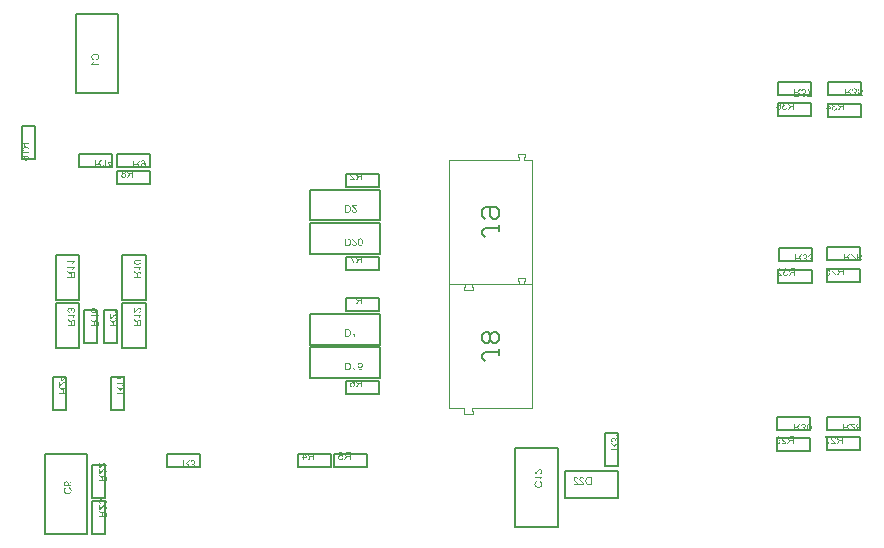
<source format=gbr>
%TF.GenerationSoftware,Altium Limited,Altium Designer,21.6.4 (81)*%
G04 Layer_Color=32768*
%FSLAX43Y43*%
%MOMM*%
%TF.SameCoordinates,EF7AACBD-433E-4B6D-8733-A8E214C0EB56*%
%TF.FilePolarity,Positive*%
%TF.FileFunction,Other,Bottom_Assembly*%
%TF.Part,Single*%
G01*
G75*
%TA.AperFunction,NonConductor*%
%ADD58C,0.100*%
%ADD60C,0.200*%
%ADD79C,0.150*%
G36*
X22828Y13581D02*
X22848Y13578D01*
X22866Y13572D01*
X22881Y13567D01*
X22893Y13561D01*
X22902Y13556D01*
X22907Y13552D01*
X22909Y13551D01*
X22923Y13538D01*
X22935Y13524D01*
X22944Y13509D01*
X22952Y13495D01*
X22957Y13482D01*
X22961Y13471D01*
X22962Y13468D01*
X22963Y13465D01*
X22964Y13463D01*
Y13462D01*
X22972Y13478D01*
X22980Y13491D01*
X22990Y13502D01*
X22998Y13511D01*
X23005Y13519D01*
X23012Y13524D01*
X23016Y13527D01*
X23017Y13528D01*
X23030Y13535D01*
X23043Y13541D01*
X23056Y13545D01*
X23068Y13548D01*
X23078Y13550D01*
X23086Y13551D01*
X23091D01*
X23093D01*
X23109Y13550D01*
X23125Y13547D01*
X23139Y13544D01*
X23151Y13539D01*
X23161Y13534D01*
X23169Y13531D01*
X23174Y13528D01*
X23176Y13527D01*
X23189Y13518D01*
X23201Y13507D01*
X23212Y13495D01*
X23221Y13484D01*
X23227Y13475D01*
X23233Y13467D01*
X23236Y13461D01*
X23237Y13460D01*
Y13459D01*
X23244Y13443D01*
X23249Y13426D01*
X23254Y13410D01*
X23257Y13395D01*
X23259Y13383D01*
X23260Y13373D01*
Y13349D01*
X23258Y13336D01*
X23253Y13312D01*
X23246Y13290D01*
X23238Y13272D01*
X23234Y13263D01*
X23230Y13257D01*
X23226Y13250D01*
X23223Y13246D01*
X23220Y13242D01*
X23218Y13239D01*
X23217Y13238D01*
X23216Y13237D01*
X23199Y13219D01*
X23179Y13205D01*
X23159Y13194D01*
X23139Y13185D01*
X23121Y13179D01*
X23114Y13177D01*
X23107Y13175D01*
X23102Y13174D01*
X23098Y13173D01*
X23095Y13172D01*
X23094D01*
X23080Y13250D01*
X23101Y13254D01*
X23118Y13260D01*
X23133Y13266D01*
X23145Y13273D01*
X23154Y13279D01*
X23161Y13285D01*
X23165Y13288D01*
X23166Y13289D01*
X23176Y13301D01*
X23183Y13314D01*
X23188Y13326D01*
X23191Y13338D01*
X23193Y13349D01*
X23195Y13358D01*
Y13365D01*
X23194Y13382D01*
X23190Y13397D01*
X23186Y13410D01*
X23181Y13421D01*
X23176Y13429D01*
X23171Y13435D01*
X23167Y13440D01*
X23166Y13441D01*
X23155Y13451D01*
X23143Y13459D01*
X23131Y13463D01*
X23120Y13467D01*
X23110Y13469D01*
X23102Y13471D01*
X23097D01*
X23096D01*
X23095D01*
X23085D01*
X23076Y13469D01*
X23060Y13464D01*
X23046Y13458D01*
X23034Y13450D01*
X23026Y13443D01*
X23019Y13436D01*
X23016Y13432D01*
X23015Y13431D01*
Y13430D01*
X23006Y13414D01*
X23000Y13399D01*
X22995Y13384D01*
X22992Y13370D01*
X22991Y13358D01*
X22989Y13348D01*
Y13336D01*
X22990Y13332D01*
Y13327D01*
X22920Y13318D01*
X22923Y13330D01*
X22925Y13341D01*
X22927Y13350D01*
X22928Y13359D01*
X22929Y13365D01*
Y13373D01*
X22927Y13393D01*
X22923Y13410D01*
X22918Y13426D01*
X22911Y13439D01*
X22905Y13449D01*
X22899Y13457D01*
X22895Y13461D01*
X22894Y13463D01*
X22880Y13475D01*
X22865Y13484D01*
X22850Y13491D01*
X22835Y13495D01*
X22823Y13497D01*
X22813Y13498D01*
X22809Y13499D01*
X22807D01*
X22805D01*
X22804D01*
X22784Y13497D01*
X22765Y13493D01*
X22749Y13487D01*
X22735Y13480D01*
X22724Y13472D01*
X22716Y13467D01*
X22710Y13462D01*
X22709Y13460D01*
X22696Y13446D01*
X22686Y13430D01*
X22680Y13414D01*
X22675Y13399D01*
X22673Y13386D01*
X22672Y13376D01*
X22671Y13373D01*
Y13367D01*
X22672Y13350D01*
X22675Y13335D01*
X22680Y13321D01*
X22685Y13310D01*
X22690Y13300D01*
X22695Y13293D01*
X22698Y13289D01*
X22699Y13287D01*
X22712Y13276D01*
X22727Y13267D01*
X22743Y13259D01*
X22759Y13252D01*
X22773Y13248D01*
X22780Y13246D01*
X22785Y13245D01*
X22790Y13244D01*
X22794Y13243D01*
X22796Y13242D01*
X22796D01*
X22786Y13164D01*
X22771Y13165D01*
X22758Y13168D01*
X22732Y13177D01*
X22710Y13187D01*
X22700Y13192D01*
X22691Y13198D01*
X22683Y13203D01*
X22676Y13209D01*
X22670Y13214D01*
X22665Y13218D01*
X22661Y13221D01*
X22659Y13224D01*
X22657Y13226D01*
X22656Y13226D01*
X22648Y13238D01*
X22639Y13249D01*
X22633Y13260D01*
X22627Y13272D01*
X22618Y13295D01*
X22612Y13317D01*
X22611Y13327D01*
X22609Y13336D01*
X22608Y13345D01*
X22607Y13352D01*
X22606Y13358D01*
Y13366D01*
X22607Y13384D01*
X22609Y13399D01*
X22612Y13415D01*
X22615Y13430D01*
X22620Y13444D01*
X22624Y13456D01*
X22630Y13468D01*
X22636Y13478D01*
X22640Y13488D01*
X22646Y13496D01*
X22650Y13504D01*
X22655Y13509D01*
X22659Y13514D01*
X22661Y13518D01*
X22663Y13520D01*
X22664Y13520D01*
X22675Y13532D01*
X22687Y13541D01*
X22699Y13549D01*
X22711Y13557D01*
X22722Y13562D01*
X22735Y13568D01*
X22757Y13575D01*
X22767Y13577D01*
X22776Y13579D01*
X22784Y13581D01*
X22792Y13581D01*
X22797Y13582D01*
X22802D01*
X22805D01*
X22806D01*
X22828Y13581D01*
D02*
G37*
G36*
X22693Y12763D02*
X22709Y12774D01*
X22715Y12780D01*
X22722Y12785D01*
X22727Y12789D01*
X22731Y12793D01*
X22734Y12796D01*
X22735Y12797D01*
X22739Y12801D01*
X22744Y12807D01*
X22756Y12820D01*
X22770Y12834D01*
X22784Y12850D01*
X22796Y12865D01*
X22801Y12871D01*
X22807Y12877D01*
X22810Y12882D01*
X22813Y12885D01*
X22815Y12887D01*
X22816Y12888D01*
X22829Y12903D01*
X22841Y12918D01*
X22853Y12931D01*
X22863Y12943D01*
X22873Y12954D01*
X22882Y12963D01*
X22891Y12972D01*
X22898Y12980D01*
X22906Y12987D01*
X22911Y12993D01*
X22916Y12997D01*
X22920Y13002D01*
X22926Y13006D01*
X22928Y13008D01*
X22943Y13021D01*
X22957Y13032D01*
X22971Y13042D01*
X22982Y13049D01*
X22992Y13054D01*
X23000Y13058D01*
X23004Y13060D01*
X23006Y13061D01*
X23020Y13066D01*
X23034Y13070D01*
X23047Y13074D01*
X23058Y13076D01*
X23068Y13077D01*
X23076Y13078D01*
X23080D01*
X23082D01*
X23096Y13077D01*
X23109Y13075D01*
X23122Y13073D01*
X23133Y13069D01*
X23155Y13060D01*
X23173Y13051D01*
X23181Y13045D01*
X23188Y13041D01*
X23194Y13036D01*
X23199Y13031D01*
X23202Y13028D01*
X23206Y13026D01*
X23207Y13024D01*
X23208Y13023D01*
X23217Y13013D01*
X23225Y13002D01*
X23232Y12990D01*
X23237Y12978D01*
X23247Y12954D01*
X23253Y12930D01*
X23255Y12920D01*
X23257Y12909D01*
X23258Y12900D01*
X23259Y12893D01*
X23260Y12886D01*
Y12877D01*
X23259Y12860D01*
X23258Y12845D01*
X23255Y12830D01*
X23252Y12816D01*
X23249Y12803D01*
X23245Y12791D01*
X23240Y12780D01*
X23236Y12770D01*
X23231Y12760D01*
X23226Y12753D01*
X23223Y12747D01*
X23219Y12741D01*
X23216Y12736D01*
X23213Y12734D01*
X23212Y12732D01*
X23212Y12731D01*
X23202Y12722D01*
X23192Y12713D01*
X23181Y12705D01*
X23170Y12699D01*
X23148Y12687D01*
X23126Y12680D01*
X23115Y12677D01*
X23105Y12674D01*
X23097Y12673D01*
X23090Y12671D01*
X23083Y12670D01*
X23078D01*
X23076Y12669D01*
X23075D01*
X23066Y12749D01*
X23088Y12751D01*
X23106Y12755D01*
X23123Y12760D01*
X23136Y12767D01*
X23147Y12772D01*
X23154Y12778D01*
X23159Y12782D01*
X23161Y12784D01*
X23172Y12797D01*
X23180Y12812D01*
X23187Y12828D01*
X23190Y12842D01*
X23193Y12855D01*
X23194Y12866D01*
X23195Y12870D01*
Y12875D01*
X23194Y12895D01*
X23190Y12912D01*
X23185Y12927D01*
X23179Y12940D01*
X23173Y12950D01*
X23168Y12956D01*
X23164Y12961D01*
X23163Y12963D01*
X23150Y12974D01*
X23137Y12982D01*
X23124Y12989D01*
X23111Y12993D01*
X23101Y12995D01*
X23091Y12996D01*
X23086Y12997D01*
X23085D01*
X23084D01*
X23067Y12995D01*
X23050Y12992D01*
X23034Y12985D01*
X23019Y12979D01*
X23007Y12971D01*
X22997Y12965D01*
X22993Y12963D01*
X22991Y12961D01*
X22990Y12959D01*
X22989D01*
X22979Y12952D01*
X22968Y12943D01*
X22957Y12932D01*
X22946Y12921D01*
X22924Y12898D01*
X22902Y12875D01*
X22892Y12863D01*
X22882Y12853D01*
X22874Y12843D01*
X22867Y12834D01*
X22861Y12828D01*
X22857Y12822D01*
X22854Y12819D01*
X22853Y12818D01*
X22833Y12795D01*
X22815Y12773D01*
X22798Y12756D01*
X22784Y12742D01*
X22772Y12730D01*
X22764Y12722D01*
X22759Y12717D01*
X22758Y12715D01*
X22757D01*
X22741Y12702D01*
X22726Y12692D01*
X22711Y12683D01*
X22698Y12675D01*
X22687Y12670D01*
X22679Y12666D01*
X22673Y12664D01*
X22673Y12663D01*
X22672D01*
X22661Y12660D01*
X22652Y12658D01*
X22643Y12656D01*
X22635Y12655D01*
X22627Y12654D01*
X22622D01*
X22618D01*
X22617D01*
Y13079D01*
X22693D01*
Y12763D01*
D02*
G37*
G36*
X22791Y12505D02*
X22809Y12492D01*
X22826Y12480D01*
X22840Y12468D01*
X22853Y12458D01*
X22862Y12449D01*
X22869Y12441D01*
X22874Y12437D01*
X22876Y12435D01*
X22882Y12428D01*
X22888Y12419D01*
X22898Y12403D01*
X22902Y12395D01*
X22906Y12390D01*
X22907Y12386D01*
X22908Y12384D01*
X22911Y12401D01*
X22914Y12417D01*
X22918Y12430D01*
X22922Y12444D01*
X22927Y12456D01*
X22932Y12467D01*
X22937Y12478D01*
X22942Y12487D01*
X22947Y12494D01*
X22952Y12502D01*
X22955Y12507D01*
X22959Y12512D01*
X22962Y12515D01*
X22965Y12518D01*
X22966Y12519D01*
X22967Y12520D01*
X22976Y12527D01*
X22985Y12535D01*
X23004Y12546D01*
X23024Y12553D01*
X23042Y12559D01*
X23058Y12563D01*
X23065Y12564D01*
X23071D01*
X23076Y12564D01*
X23079D01*
X23081D01*
X23082D01*
X23102Y12564D01*
X23119Y12561D01*
X23136Y12556D01*
X23150Y12552D01*
X23162Y12546D01*
X23171Y12542D01*
X23176Y12539D01*
X23177Y12538D01*
X23178D01*
X23193Y12527D01*
X23206Y12515D01*
X23217Y12503D01*
X23225Y12492D01*
X23232Y12482D01*
X23236Y12474D01*
X23238Y12468D01*
X23239Y12467D01*
Y12466D01*
X23242Y12458D01*
X23245Y12448D01*
X23249Y12428D01*
X23252Y12405D01*
X23255Y12385D01*
X23256Y12366D01*
Y12357D01*
X23257Y12350D01*
Y12053D01*
X22617D01*
Y12138D01*
X22901D01*
Y12247D01*
X22900Y12258D01*
Y12265D01*
X22899Y12271D01*
X22898Y12276D01*
Y12280D01*
X22897Y12282D01*
Y12282D01*
X22893Y12297D01*
X22890Y12304D01*
X22887Y12309D01*
X22884Y12315D01*
X22882Y12319D01*
X22882Y12320D01*
X22881Y12321D01*
X22875Y12329D01*
X22869Y12336D01*
X22855Y12350D01*
X22848Y12356D01*
X22843Y12361D01*
X22839Y12364D01*
X22838Y12365D01*
X22825Y12374D01*
X22811Y12384D01*
X22796Y12394D01*
X22783Y12405D01*
X22770Y12413D01*
X22759Y12419D01*
X22756Y12422D01*
X22753Y12424D01*
X22751Y12426D01*
X22750D01*
X22617Y12510D01*
Y12615D01*
X22791Y12505D01*
D02*
G37*
G36*
X22682Y16307D02*
X22698Y16318D01*
X22704Y16323D01*
X22710Y16328D01*
X22716Y16333D01*
X22720Y16336D01*
X22722Y16339D01*
X22723Y16340D01*
X22728Y16345D01*
X22733Y16350D01*
X22745Y16363D01*
X22759Y16378D01*
X22772Y16394D01*
X22784Y16409D01*
X22790Y16415D01*
X22796Y16421D01*
X22799Y16425D01*
X22802Y16429D01*
X22804Y16431D01*
X22805Y16432D01*
X22818Y16446D01*
X22830Y16461D01*
X22842Y16474D01*
X22852Y16486D01*
X22862Y16497D01*
X22871Y16507D01*
X22880Y16516D01*
X22887Y16523D01*
X22894Y16531D01*
X22900Y16536D01*
X22905Y16541D01*
X22909Y16545D01*
X22915Y16550D01*
X22917Y16552D01*
X22932Y16565D01*
X22946Y16576D01*
X22960Y16585D01*
X22971Y16593D01*
X22981Y16598D01*
X22989Y16602D01*
X22993Y16604D01*
X22995Y16605D01*
X23009Y16610D01*
X23023Y16614D01*
X23036Y16618D01*
X23047Y16619D01*
X23057Y16620D01*
X23065Y16621D01*
X23069D01*
X23071D01*
X23085Y16620D01*
X23098Y16618D01*
X23111Y16617D01*
X23122Y16613D01*
X23144Y16604D01*
X23162Y16594D01*
X23170Y16589D01*
X23176Y16584D01*
X23183Y16580D01*
X23188Y16575D01*
X23191Y16571D01*
X23195Y16569D01*
X23196Y16568D01*
X23197Y16567D01*
X23206Y16556D01*
X23214Y16545D01*
X23221Y16533D01*
X23226Y16521D01*
X23236Y16497D01*
X23242Y16473D01*
X23244Y16463D01*
X23246Y16453D01*
X23247Y16444D01*
X23248Y16436D01*
X23249Y16430D01*
Y16421D01*
X23248Y16404D01*
X23247Y16388D01*
X23244Y16373D01*
X23241Y16360D01*
X23237Y16347D01*
X23234Y16335D01*
X23229Y16323D01*
X23225Y16313D01*
X23220Y16304D01*
X23215Y16297D01*
X23212Y16290D01*
X23208Y16285D01*
X23205Y16280D01*
X23202Y16277D01*
X23201Y16275D01*
X23200Y16274D01*
X23191Y16265D01*
X23181Y16257D01*
X23170Y16249D01*
X23159Y16242D01*
X23137Y16231D01*
X23114Y16224D01*
X23104Y16221D01*
X23094Y16218D01*
X23086Y16216D01*
X23078Y16214D01*
X23072Y16213D01*
X23067D01*
X23065Y16213D01*
X23064D01*
X23055Y16293D01*
X23077Y16295D01*
X23095Y16299D01*
X23112Y16304D01*
X23125Y16311D01*
X23136Y16316D01*
X23143Y16322D01*
X23148Y16325D01*
X23150Y16327D01*
X23161Y16341D01*
X23169Y16356D01*
X23176Y16372D01*
X23179Y16385D01*
X23182Y16398D01*
X23183Y16409D01*
X23184Y16413D01*
Y16419D01*
X23183Y16438D01*
X23179Y16456D01*
X23174Y16471D01*
X23168Y16483D01*
X23162Y16494D01*
X23157Y16500D01*
X23153Y16505D01*
X23151Y16507D01*
X23139Y16518D01*
X23126Y16526D01*
X23113Y16532D01*
X23100Y16536D01*
X23090Y16539D01*
X23080Y16540D01*
X23075Y16541D01*
X23074D01*
X23073D01*
X23056Y16539D01*
X23039Y16535D01*
X23023Y16529D01*
X23008Y16522D01*
X22996Y16515D01*
X22986Y16508D01*
X22982Y16507D01*
X22980Y16505D01*
X22979Y16503D01*
X22978D01*
X22967Y16495D01*
X22957Y16486D01*
X22946Y16476D01*
X22935Y16465D01*
X22913Y16442D01*
X22891Y16419D01*
X22881Y16407D01*
X22871Y16397D01*
X22863Y16386D01*
X22856Y16378D01*
X22850Y16372D01*
X22845Y16366D01*
X22843Y16362D01*
X22842Y16361D01*
X22822Y16338D01*
X22804Y16317D01*
X22787Y16299D01*
X22773Y16286D01*
X22761Y16274D01*
X22753Y16265D01*
X22747Y16261D01*
X22747Y16259D01*
X22746D01*
X22730Y16246D01*
X22715Y16236D01*
X22700Y16226D01*
X22687Y16219D01*
X22676Y16213D01*
X22668Y16210D01*
X22662Y16208D01*
X22661Y16207D01*
X22661D01*
X22650Y16203D01*
X22641Y16201D01*
X22632Y16200D01*
X22624Y16199D01*
X22616Y16198D01*
X22611D01*
X22607D01*
X22606D01*
Y16622D01*
X22682D01*
Y16307D01*
D02*
G37*
G36*
Y15809D02*
X22698Y15821D01*
X22704Y15826D01*
X22710Y15831D01*
X22716Y15835D01*
X22720Y15839D01*
X22722Y15842D01*
X22723Y15843D01*
X22728Y15847D01*
X22733Y15853D01*
X22745Y15866D01*
X22759Y15881D01*
X22772Y15896D01*
X22784Y15911D01*
X22790Y15918D01*
X22796Y15923D01*
X22799Y15928D01*
X22802Y15931D01*
X22804Y15933D01*
X22805Y15934D01*
X22818Y15949D01*
X22830Y15964D01*
X22842Y15977D01*
X22852Y15989D01*
X22862Y16000D01*
X22871Y16009D01*
X22880Y16018D01*
X22887Y16026D01*
X22894Y16033D01*
X22900Y16039D01*
X22905Y16043D01*
X22909Y16048D01*
X22915Y16053D01*
X22917Y16054D01*
X22932Y16067D01*
X22946Y16078D01*
X22960Y16088D01*
X22971Y16095D01*
X22981Y16101D01*
X22989Y16104D01*
X22993Y16106D01*
X22995Y16107D01*
X23009Y16113D01*
X23023Y16116D01*
X23036Y16120D01*
X23047Y16122D01*
X23057Y16123D01*
X23065Y16124D01*
X23069D01*
X23071D01*
X23085Y16123D01*
X23098Y16121D01*
X23111Y16119D01*
X23122Y16115D01*
X23144Y16106D01*
X23162Y16097D01*
X23170Y16091D01*
X23176Y16087D01*
X23183Y16082D01*
X23188Y16078D01*
X23191Y16074D01*
X23195Y16072D01*
X23196Y16070D01*
X23197Y16069D01*
X23206Y16059D01*
X23214Y16048D01*
X23221Y16036D01*
X23226Y16024D01*
X23236Y16000D01*
X23242Y15976D01*
X23244Y15966D01*
X23246Y15956D01*
X23247Y15946D01*
X23248Y15939D01*
X23249Y15932D01*
Y15923D01*
X23248Y15907D01*
X23247Y15891D01*
X23244Y15876D01*
X23241Y15862D01*
X23237Y15849D01*
X23234Y15837D01*
X23229Y15826D01*
X23225Y15816D01*
X23220Y15807D01*
X23215Y15799D01*
X23212Y15793D01*
X23208Y15787D01*
X23205Y15783D01*
X23202Y15780D01*
X23201Y15778D01*
X23200Y15777D01*
X23191Y15768D01*
X23181Y15760D01*
X23170Y15751D01*
X23159Y15745D01*
X23137Y15734D01*
X23114Y15726D01*
X23104Y15723D01*
X23094Y15721D01*
X23086Y15719D01*
X23078Y15717D01*
X23072Y15716D01*
X23067D01*
X23065Y15715D01*
X23064D01*
X23055Y15796D01*
X23077Y15797D01*
X23095Y15801D01*
X23112Y15807D01*
X23125Y15813D01*
X23136Y15819D01*
X23143Y15824D01*
X23148Y15828D01*
X23150Y15830D01*
X23161Y15844D01*
X23169Y15858D01*
X23176Y15874D01*
X23179Y15888D01*
X23182Y15901D01*
X23183Y15912D01*
X23184Y15916D01*
Y15921D01*
X23183Y15941D01*
X23179Y15958D01*
X23174Y15973D01*
X23168Y15986D01*
X23162Y15996D01*
X23157Y16003D01*
X23153Y16007D01*
X23151Y16009D01*
X23139Y16020D01*
X23126Y16029D01*
X23113Y16035D01*
X23100Y16039D01*
X23090Y16042D01*
X23080Y16042D01*
X23075Y16043D01*
X23074D01*
X23073D01*
X23056Y16042D01*
X23039Y16038D01*
X23023Y16031D01*
X23008Y16025D01*
X22996Y16017D01*
X22986Y16011D01*
X22982Y16009D01*
X22980Y16007D01*
X22979Y16005D01*
X22978D01*
X22967Y15998D01*
X22957Y15989D01*
X22946Y15979D01*
X22935Y15968D01*
X22913Y15944D01*
X22891Y15921D01*
X22881Y15909D01*
X22871Y15899D01*
X22863Y15889D01*
X22856Y15881D01*
X22850Y15874D01*
X22845Y15869D01*
X22843Y15865D01*
X22842Y15864D01*
X22822Y15841D01*
X22804Y15820D01*
X22787Y15802D01*
X22773Y15788D01*
X22761Y15776D01*
X22753Y15768D01*
X22747Y15763D01*
X22747Y15761D01*
X22746D01*
X22730Y15748D01*
X22715Y15738D01*
X22700Y15729D01*
X22687Y15722D01*
X22676Y15716D01*
X22668Y15712D01*
X22662Y15711D01*
X22661Y15710D01*
X22661D01*
X22650Y15706D01*
X22641Y15704D01*
X22632Y15702D01*
X22624Y15701D01*
X22616Y15700D01*
X22611D01*
X22607D01*
X22606D01*
Y16125D01*
X22682D01*
Y15809D01*
D02*
G37*
G36*
X22780Y15552D02*
X22798Y15539D01*
X22815Y15527D01*
X22829Y15515D01*
X22842Y15504D01*
X22851Y15495D01*
X22858Y15488D01*
X22863Y15483D01*
X22865Y15481D01*
X22870Y15474D01*
X22877Y15466D01*
X22887Y15449D01*
X22891Y15441D01*
X22894Y15436D01*
X22896Y15432D01*
X22897Y15430D01*
X22900Y15447D01*
X22903Y15463D01*
X22907Y15477D01*
X22911Y15490D01*
X22916Y15502D01*
X22921Y15514D01*
X22926Y15524D01*
X22931Y15533D01*
X22936Y15540D01*
X22941Y15548D01*
X22944Y15553D01*
X22948Y15558D01*
X22951Y15562D01*
X22954Y15564D01*
X22955Y15565D01*
X22955Y15566D01*
X22965Y15574D01*
X22974Y15581D01*
X22993Y15592D01*
X23013Y15600D01*
X23031Y15605D01*
X23047Y15609D01*
X23053Y15610D01*
X23060D01*
X23065Y15611D01*
X23068D01*
X23070D01*
X23071D01*
X23090Y15610D01*
X23108Y15607D01*
X23125Y15602D01*
X23139Y15598D01*
X23151Y15592D01*
X23160Y15588D01*
X23165Y15585D01*
X23166Y15584D01*
X23167D01*
X23182Y15573D01*
X23195Y15562D01*
X23206Y15550D01*
X23214Y15539D01*
X23221Y15528D01*
X23225Y15520D01*
X23227Y15515D01*
X23228Y15514D01*
Y15513D01*
X23231Y15504D01*
X23234Y15494D01*
X23238Y15474D01*
X23241Y15452D01*
X23244Y15431D01*
X23245Y15412D01*
Y15404D01*
X23246Y15396D01*
Y15099D01*
X22606D01*
Y15184D01*
X22890D01*
Y15294D01*
X22889Y15304D01*
Y15311D01*
X22888Y15318D01*
X22887Y15322D01*
Y15326D01*
X22886Y15328D01*
Y15329D01*
X22882Y15343D01*
X22879Y15350D01*
X22876Y15355D01*
X22873Y15361D01*
X22871Y15365D01*
X22870Y15367D01*
X22869Y15368D01*
X22864Y15375D01*
X22857Y15382D01*
X22844Y15396D01*
X22837Y15403D01*
X22832Y15407D01*
X22828Y15410D01*
X22827Y15411D01*
X22814Y15420D01*
X22800Y15430D01*
X22785Y15441D01*
X22771Y15451D01*
X22759Y15459D01*
X22748Y15466D01*
X22745Y15468D01*
X22742Y15470D01*
X22740Y15472D01*
X22739D01*
X22606Y15556D01*
Y15662D01*
X22780Y15552D01*
D02*
G37*
G36*
X30184Y16706D02*
X30171Y16688D01*
X30159Y16671D01*
X30147Y16657D01*
X30137Y16644D01*
X30127Y16635D01*
X30120Y16628D01*
X30115Y16623D01*
X30113Y16621D01*
X30106Y16615D01*
X30098Y16609D01*
X30081Y16599D01*
X30074Y16595D01*
X30068Y16591D01*
X30064Y16590D01*
X30063Y16589D01*
X30079Y16586D01*
X30095Y16583D01*
X30109Y16579D01*
X30123Y16575D01*
X30135Y16570D01*
X30146Y16565D01*
X30156Y16560D01*
X30165Y16555D01*
X30173Y16550D01*
X30180Y16545D01*
X30186Y16542D01*
X30190Y16538D01*
X30194Y16535D01*
X30197Y16532D01*
X30198Y16531D01*
X30198Y16530D01*
X30206Y16521D01*
X30213Y16512D01*
X30224Y16493D01*
X30232Y16473D01*
X30237Y16455D01*
X30241Y16439D01*
X30242Y16432D01*
Y16426D01*
X30243Y16421D01*
Y16418D01*
Y16416D01*
Y16415D01*
X30242Y16395D01*
X30239Y16378D01*
X30235Y16361D01*
X30230Y16347D01*
X30224Y16335D01*
X30221Y16326D01*
X30217Y16321D01*
X30216Y16320D01*
Y16319D01*
X30205Y16304D01*
X30194Y16291D01*
X30182Y16280D01*
X30171Y16272D01*
X30161Y16265D01*
X30152Y16261D01*
X30147Y16259D01*
X30146Y16258D01*
X30145D01*
X30137Y16255D01*
X30126Y16252D01*
X30106Y16248D01*
X30084Y16245D01*
X30063Y16242D01*
X30044Y16241D01*
X30036D01*
X30028Y16240D01*
X29732D01*
Y16880D01*
X29817D01*
Y16596D01*
X29926D01*
X29936Y16597D01*
X29943D01*
X29950Y16598D01*
X29954Y16599D01*
X29958D01*
X29960Y16600D01*
X29961D01*
X29976Y16604D01*
X29982Y16607D01*
X29988Y16610D01*
X29993Y16613D01*
X29997Y16615D01*
X29999Y16615D01*
X30000Y16616D01*
X30007Y16622D01*
X30014Y16628D01*
X30028Y16642D01*
X30035Y16649D01*
X30039Y16654D01*
X30042Y16658D01*
X30043Y16659D01*
X30052Y16672D01*
X30063Y16686D01*
X30073Y16701D01*
X30083Y16714D01*
X30091Y16727D01*
X30098Y16738D01*
X30100Y16741D01*
X30102Y16744D01*
X30104Y16746D01*
Y16747D01*
X30188Y16880D01*
X30294D01*
X30184Y16706D01*
D02*
G37*
G36*
X30565Y16890D02*
X30580Y16888D01*
X30596Y16885D01*
X30611Y16882D01*
X30625Y16877D01*
X30637Y16873D01*
X30649Y16867D01*
X30659Y16861D01*
X30669Y16857D01*
X30677Y16851D01*
X30685Y16847D01*
X30690Y16842D01*
X30695Y16838D01*
X30699Y16836D01*
X30701Y16834D01*
X30701Y16833D01*
X30713Y16822D01*
X30722Y16810D01*
X30730Y16798D01*
X30738Y16786D01*
X30743Y16775D01*
X30749Y16762D01*
X30756Y16740D01*
X30758Y16730D01*
X30760Y16721D01*
X30762Y16713D01*
X30762Y16705D01*
X30763Y16700D01*
Y16695D01*
Y16692D01*
Y16691D01*
X30762Y16669D01*
X30759Y16649D01*
X30753Y16631D01*
X30748Y16616D01*
X30742Y16604D01*
X30737Y16595D01*
X30733Y16590D01*
X30732Y16588D01*
X30719Y16574D01*
X30705Y16562D01*
X30690Y16553D01*
X30676Y16545D01*
X30663Y16540D01*
X30652Y16536D01*
X30649Y16535D01*
X30646Y16534D01*
X30644Y16533D01*
X30643D01*
X30659Y16525D01*
X30672Y16517D01*
X30683Y16507D01*
X30692Y16499D01*
X30700Y16492D01*
X30705Y16485D01*
X30708Y16481D01*
X30709Y16480D01*
X30716Y16467D01*
X30722Y16454D01*
X30726Y16441D01*
X30729Y16429D01*
X30731Y16419D01*
X30732Y16411D01*
Y16406D01*
Y16404D01*
X30731Y16388D01*
X30728Y16372D01*
X30725Y16358D01*
X30720Y16346D01*
X30715Y16336D01*
X30712Y16328D01*
X30709Y16323D01*
X30708Y16321D01*
X30699Y16308D01*
X30688Y16296D01*
X30676Y16285D01*
X30665Y16276D01*
X30656Y16270D01*
X30648Y16264D01*
X30642Y16261D01*
X30641Y16260D01*
X30640D01*
X30624Y16253D01*
X30607Y16248D01*
X30590Y16243D01*
X30576Y16240D01*
X30564Y16238D01*
X30554Y16237D01*
X30530D01*
X30517Y16239D01*
X30493Y16244D01*
X30471Y16251D01*
X30453Y16259D01*
X30444Y16263D01*
X30438Y16267D01*
X30431Y16271D01*
X30427Y16274D01*
X30423Y16277D01*
X30420Y16279D01*
X30419Y16280D01*
X30418Y16281D01*
X30400Y16298D01*
X30386Y16318D01*
X30375Y16338D01*
X30366Y16358D01*
X30360Y16376D01*
X30358Y16383D01*
X30356Y16390D01*
X30355Y16395D01*
X30354Y16399D01*
X30353Y16402D01*
Y16403D01*
X30431Y16417D01*
X30435Y16396D01*
X30441Y16379D01*
X30447Y16364D01*
X30454Y16352D01*
X30460Y16343D01*
X30466Y16336D01*
X30469Y16332D01*
X30470Y16331D01*
X30482Y16321D01*
X30495Y16314D01*
X30507Y16309D01*
X30519Y16306D01*
X30530Y16304D01*
X30539Y16302D01*
X30546D01*
X30563Y16303D01*
X30578Y16307D01*
X30590Y16311D01*
X30602Y16316D01*
X30610Y16321D01*
X30616Y16326D01*
X30621Y16330D01*
X30622Y16331D01*
X30632Y16342D01*
X30639Y16354D01*
X30644Y16366D01*
X30648Y16377D01*
X30650Y16387D01*
X30652Y16395D01*
Y16400D01*
Y16401D01*
Y16402D01*
Y16412D01*
X30650Y16421D01*
X30645Y16437D01*
X30639Y16451D01*
X30631Y16463D01*
X30624Y16471D01*
X30617Y16478D01*
X30613Y16481D01*
X30612Y16482D01*
X30611D01*
X30595Y16491D01*
X30580Y16497D01*
X30565Y16502D01*
X30551Y16505D01*
X30539Y16506D01*
X30529Y16508D01*
X30517D01*
X30513Y16507D01*
X30508D01*
X30499Y16577D01*
X30511Y16574D01*
X30522Y16572D01*
X30531Y16570D01*
X30540Y16569D01*
X30546Y16568D01*
X30554D01*
X30574Y16570D01*
X30591Y16574D01*
X30607Y16579D01*
X30620Y16586D01*
X30630Y16592D01*
X30638Y16598D01*
X30642Y16602D01*
X30644Y16603D01*
X30656Y16617D01*
X30665Y16632D01*
X30672Y16647D01*
X30676Y16662D01*
X30678Y16674D01*
X30679Y16684D01*
X30680Y16688D01*
Y16690D01*
Y16692D01*
Y16693D01*
X30678Y16713D01*
X30674Y16732D01*
X30668Y16748D01*
X30661Y16762D01*
X30653Y16773D01*
X30648Y16781D01*
X30643Y16787D01*
X30641Y16788D01*
X30627Y16801D01*
X30611Y16811D01*
X30595Y16817D01*
X30580Y16822D01*
X30567Y16824D01*
X30557Y16825D01*
X30554Y16826D01*
X30548D01*
X30531Y16825D01*
X30516Y16822D01*
X30502Y16817D01*
X30491Y16812D01*
X30481Y16807D01*
X30474Y16802D01*
X30470Y16799D01*
X30468Y16798D01*
X30457Y16785D01*
X30448Y16770D01*
X30440Y16754D01*
X30433Y16738D01*
X30429Y16724D01*
X30427Y16717D01*
X30426Y16712D01*
X30425Y16707D01*
X30424Y16703D01*
X30423Y16701D01*
Y16701D01*
X30345Y16711D01*
X30346Y16726D01*
X30349Y16739D01*
X30358Y16765D01*
X30368Y16787D01*
X30373Y16797D01*
X30379Y16806D01*
X30384Y16814D01*
X30390Y16821D01*
X30395Y16827D01*
X30399Y16832D01*
X30402Y16836D01*
X30405Y16838D01*
X30407Y16840D01*
X30407Y16841D01*
X30419Y16849D01*
X30430Y16858D01*
X30441Y16864D01*
X30453Y16870D01*
X30476Y16879D01*
X30498Y16885D01*
X30508Y16886D01*
X30517Y16888D01*
X30526Y16889D01*
X30533Y16890D01*
X30539Y16891D01*
X30547D01*
X30565Y16890D01*
D02*
G37*
G36*
X43277Y17204D02*
X43203Y17194D01*
X43197Y17204D01*
X43188Y17213D01*
X43181Y17221D01*
X43174Y17228D01*
X43166Y17232D01*
X43161Y17237D01*
X43157Y17239D01*
X43156Y17240D01*
X43144Y17245D01*
X43132Y17250D01*
X43121Y17252D01*
X43110Y17255D01*
X43100Y17256D01*
X43093Y17257D01*
X43076D01*
X43064Y17255D01*
X43045Y17251D01*
X43028Y17244D01*
X43014Y17238D01*
X43002Y17230D01*
X42994Y17224D01*
X42990Y17219D01*
X42988Y17218D01*
Y17217D01*
X42975Y17202D01*
X42966Y17185D01*
X42959Y17167D01*
X42954Y17150D01*
X42952Y17135D01*
X42951Y17129D01*
Y17123D01*
X42950Y17118D01*
Y17115D01*
Y17113D01*
Y17112D01*
Y17099D01*
X42952Y17087D01*
X42956Y17064D01*
X42963Y17044D01*
X42969Y17029D01*
X42977Y17016D01*
X42983Y17006D01*
X42986Y17003D01*
X42988Y17000D01*
X42989Y16999D01*
X42990Y16998D01*
X42997Y16991D01*
X43004Y16984D01*
X43021Y16973D01*
X43037Y16966D01*
X43052Y16961D01*
X43065Y16958D01*
X43076Y16957D01*
X43080Y16956D01*
X43086D01*
X43103Y16957D01*
X43119Y16960D01*
X43133Y16965D01*
X43144Y16971D01*
X43154Y16976D01*
X43162Y16981D01*
X43165Y16984D01*
X43167Y16985D01*
X43178Y16998D01*
X43187Y17012D01*
X43195Y17028D01*
X43200Y17042D01*
X43204Y17056D01*
X43207Y17066D01*
X43208Y17070D01*
X43209Y17073D01*
Y17075D01*
Y17076D01*
X43291Y17069D01*
X43289Y17055D01*
X43286Y17041D01*
X43278Y17015D01*
X43268Y16993D01*
X43262Y16983D01*
X43257Y16974D01*
X43252Y16966D01*
X43247Y16958D01*
X43242Y16953D01*
X43237Y16948D01*
X43234Y16945D01*
X43232Y16941D01*
X43230Y16940D01*
X43229Y16939D01*
X43218Y16931D01*
X43207Y16923D01*
X43195Y16917D01*
X43183Y16911D01*
X43160Y16903D01*
X43137Y16897D01*
X43126Y16895D01*
X43116Y16894D01*
X43108Y16893D01*
X43100Y16892D01*
X43094Y16891D01*
X43086D01*
X43066Y16892D01*
X43048Y16895D01*
X43030Y16898D01*
X43015Y16903D01*
X43000Y16909D01*
X42986Y16916D01*
X42973Y16922D01*
X42962Y16930D01*
X42952Y16937D01*
X42942Y16944D01*
X42935Y16951D01*
X42929Y16957D01*
X42924Y16961D01*
X42920Y16965D01*
X42918Y16968D01*
X42917Y16969D01*
X42908Y16981D01*
X42901Y16994D01*
X42893Y17006D01*
X42888Y17019D01*
X42879Y17044D01*
X42873Y17068D01*
X42871Y17078D01*
X42869Y17088D01*
X42868Y17096D01*
X42868Y17104D01*
X42867Y17110D01*
Y17115D01*
Y17118D01*
Y17118D01*
X42868Y17135D01*
X42869Y17151D01*
X42872Y17167D01*
X42876Y17180D01*
X42880Y17193D01*
X42885Y17206D01*
X42891Y17217D01*
X42895Y17228D01*
X42901Y17237D01*
X42906Y17245D01*
X42911Y17252D01*
X42916Y17258D01*
X42919Y17263D01*
X42922Y17265D01*
X42924Y17267D01*
X42925Y17268D01*
X42936Y17278D01*
X42947Y17288D01*
X42959Y17295D01*
X42971Y17301D01*
X42983Y17308D01*
X42995Y17313D01*
X43017Y17319D01*
X43027Y17322D01*
X43037Y17324D01*
X43045Y17325D01*
X43052Y17326D01*
X43058Y17326D01*
X43078D01*
X43089Y17325D01*
X43112Y17320D01*
X43132Y17314D01*
X43150Y17306D01*
X43165Y17299D01*
X43172Y17295D01*
X43177Y17292D01*
X43182Y17289D01*
X43185Y17288D01*
X43186Y17287D01*
X43187Y17286D01*
X43153Y17459D01*
X42897D01*
Y17534D01*
X43215D01*
X43277Y17204D01*
D02*
G37*
G36*
X43903Y16902D02*
X43818D01*
Y17186D01*
X43709D01*
X43699Y17185D01*
X43691D01*
X43685Y17184D01*
X43680Y17183D01*
X43676D01*
X43675Y17182D01*
X43674D01*
X43659Y17178D01*
X43652Y17175D01*
X43647Y17172D01*
X43641Y17169D01*
X43638Y17167D01*
X43636Y17167D01*
X43635Y17166D01*
X43627Y17160D01*
X43620Y17154D01*
X43606Y17140D01*
X43600Y17133D01*
X43595Y17128D01*
X43592Y17124D01*
X43591Y17123D01*
X43582Y17110D01*
X43572Y17096D01*
X43562Y17081D01*
X43552Y17068D01*
X43543Y17055D01*
X43537Y17044D01*
X43534Y17041D01*
X43532Y17038D01*
X43530Y17036D01*
Y17035D01*
X43446Y16902D01*
X43341D01*
X43451Y17076D01*
X43464Y17094D01*
X43476Y17111D01*
X43488Y17125D01*
X43498Y17138D01*
X43507Y17147D01*
X43515Y17154D01*
X43519Y17159D01*
X43521Y17161D01*
X43529Y17167D01*
X43537Y17173D01*
X43554Y17183D01*
X43561Y17187D01*
X43566Y17191D01*
X43570Y17192D01*
X43572Y17193D01*
X43555Y17196D01*
X43540Y17199D01*
X43526Y17203D01*
X43512Y17207D01*
X43500Y17212D01*
X43489Y17217D01*
X43479Y17222D01*
X43469Y17227D01*
X43462Y17232D01*
X43455Y17237D01*
X43449Y17240D01*
X43444Y17244D01*
X43441Y17247D01*
X43438Y17250D01*
X43437Y17251D01*
X43436Y17252D01*
X43429Y17261D01*
X43421Y17270D01*
X43410Y17289D01*
X43403Y17309D01*
X43397Y17327D01*
X43394Y17343D01*
X43393Y17350D01*
Y17356D01*
X43392Y17361D01*
Y17364D01*
Y17366D01*
Y17367D01*
X43393Y17387D01*
X43395Y17404D01*
X43400Y17421D01*
X43405Y17435D01*
X43410Y17447D01*
X43414Y17456D01*
X43418Y17461D01*
X43419Y17462D01*
Y17463D01*
X43430Y17478D01*
X43441Y17491D01*
X43453Y17502D01*
X43464Y17510D01*
X43474Y17517D01*
X43482Y17521D01*
X43488Y17523D01*
X43489Y17524D01*
X43490D01*
X43498Y17527D01*
X43508Y17530D01*
X43529Y17534D01*
X43551Y17537D01*
X43571Y17540D01*
X43591Y17541D01*
X43599D01*
X43606Y17542D01*
X43903D01*
Y16902D01*
D02*
G37*
G36*
X19859Y15078D02*
X19874Y15076D01*
X19890Y15073D01*
X19904Y15070D01*
X19917Y15066D01*
X19930Y15061D01*
X19941Y15056D01*
X19951Y15051D01*
X19960Y15045D01*
X19969Y15041D01*
X19975Y15036D01*
X19982Y15031D01*
X19986Y15029D01*
X19989Y15026D01*
X19991Y15024D01*
X19992Y15023D01*
X20002Y15013D01*
X20011Y15002D01*
X20019Y14990D01*
X20025Y14979D01*
X20031Y14968D01*
X20036Y14956D01*
X20043Y14935D01*
X20045Y14926D01*
X20047Y14917D01*
X20048Y14909D01*
X20049Y14902D01*
X20050Y14896D01*
Y14889D01*
X20049Y14872D01*
X20046Y14857D01*
X20044Y14842D01*
X20040Y14829D01*
X20035Y14818D01*
X20032Y14809D01*
X20030Y14804D01*
X20029Y14803D01*
Y14802D01*
X20019Y14787D01*
X20009Y14774D01*
X19999Y14762D01*
X19988Y14753D01*
X19979Y14745D01*
X19971Y14738D01*
X19966Y14735D01*
X19965Y14734D01*
X19982D01*
X19998Y14735D01*
X20013Y14735D01*
X20028Y14737D01*
X20041Y14738D01*
X20053Y14740D01*
X20064Y14742D01*
X20074Y14745D01*
X20083Y14747D01*
X20091Y14748D01*
X20097Y14750D01*
X20103Y14751D01*
X20106Y14753D01*
X20109Y14754D01*
X20111Y14755D01*
X20112D01*
X20130Y14764D01*
X20147Y14773D01*
X20160Y14784D01*
X20171Y14793D01*
X20180Y14801D01*
X20187Y14808D01*
X20191Y14812D01*
X20191Y14814D01*
X20199Y14825D01*
X20203Y14836D01*
X20207Y14847D01*
X20210Y14858D01*
X20212Y14867D01*
X20213Y14874D01*
Y14881D01*
X20211Y14897D01*
X20207Y14913D01*
X20202Y14926D01*
X20196Y14938D01*
X20190Y14947D01*
X20184Y14954D01*
X20180Y14957D01*
X20178Y14959D01*
X20170Y14966D01*
X20160Y14972D01*
X20149Y14978D01*
X20138Y14981D01*
X20128Y14985D01*
X20119Y14988D01*
X20114Y14989D01*
X20113Y14990D01*
X20112D01*
X20118Y15068D01*
X20144Y15063D01*
X20167Y15054D01*
X20188Y15045D01*
X20204Y15035D01*
X20217Y15025D01*
X20223Y15021D01*
X20228Y15017D01*
X20230Y15014D01*
X20233Y15011D01*
X20234Y15010D01*
X20235Y15009D01*
X20242Y15000D01*
X20249Y14990D01*
X20260Y14969D01*
X20267Y14949D01*
X20272Y14930D01*
X20276Y14912D01*
X20277Y14905D01*
Y14898D01*
X20277Y14893D01*
Y14885D01*
X20277Y14867D01*
X20275Y14849D01*
X20271Y14833D01*
X20266Y14817D01*
X20260Y14803D01*
X20254Y14789D01*
X20247Y14777D01*
X20240Y14766D01*
X20234Y14757D01*
X20227Y14748D01*
X20221Y14740D01*
X20215Y14735D01*
X20210Y14730D01*
X20206Y14726D01*
X20204Y14724D01*
X20203Y14723D01*
X20187Y14711D01*
X20167Y14701D01*
X20147Y14692D01*
X20126Y14684D01*
X20104Y14677D01*
X20081Y14672D01*
X20058Y14667D01*
X20037Y14663D01*
X20016Y14661D01*
X19996Y14659D01*
X19979Y14657D01*
X19964Y14656D01*
X19951D01*
X19942Y14655D01*
X19938D01*
X19935D01*
X19934D01*
X19933D01*
X19904Y14656D01*
X19876Y14658D01*
X19850Y14661D01*
X19826Y14665D01*
X19805Y14670D01*
X19786Y14674D01*
X19768Y14680D01*
X19752Y14686D01*
X19739Y14692D01*
X19727Y14698D01*
X19718Y14702D01*
X19710Y14708D01*
X19703Y14711D01*
X19700Y14714D01*
X19697Y14716D01*
X19696Y14717D01*
X19683Y14729D01*
X19672Y14742D01*
X19663Y14755D01*
X19654Y14768D01*
X19647Y14782D01*
X19641Y14795D01*
X19637Y14808D01*
X19633Y14821D01*
X19630Y14832D01*
X19627Y14843D01*
X19626Y14852D01*
X19625Y14860D01*
Y14868D01*
X19624Y14872D01*
Y14877D01*
X19625Y14898D01*
X19628Y14918D01*
X19632Y14935D01*
X19638Y14951D01*
X19642Y14963D01*
X19647Y14972D01*
X19648Y14976D01*
X19650Y14979D01*
X19651Y14980D01*
Y14980D01*
X19662Y14996D01*
X19675Y15011D01*
X19688Y15023D01*
X19701Y15033D01*
X19713Y15042D01*
X19722Y15047D01*
X19725Y15049D01*
X19728Y15051D01*
X19729Y15052D01*
X19730D01*
X19750Y15061D01*
X19770Y15067D01*
X19788Y15072D01*
X19806Y15075D01*
X19821Y15078D01*
X19826D01*
X19832Y15078D01*
X19836D01*
X19839D01*
X19841D01*
X19842D01*
X19859Y15078D01*
D02*
G37*
G36*
Y14502D02*
X19844Y14498D01*
X19830Y14493D01*
X19817Y14489D01*
X19805Y14484D01*
X19794Y14478D01*
X19785Y14473D01*
X19775Y14466D01*
X19767Y14461D01*
X19760Y14456D01*
X19754Y14451D01*
X19749Y14446D01*
X19744Y14442D01*
X19741Y14439D01*
X19738Y14436D01*
X19737Y14435D01*
X19737Y14434D01*
X19729Y14425D01*
X19724Y14415D01*
X19713Y14394D01*
X19706Y14375D01*
X19701Y14355D01*
X19698Y14339D01*
X19697Y14332D01*
Y14326D01*
X19696Y14320D01*
Y14314D01*
X19697Y14293D01*
X19701Y14272D01*
X19705Y14254D01*
X19711Y14237D01*
X19716Y14224D01*
X19719Y14219D01*
X19721Y14214D01*
X19723Y14210D01*
X19725Y14208D01*
X19725Y14206D01*
Y14205D01*
X19738Y14187D01*
X19752Y14172D01*
X19768Y14159D01*
X19783Y14149D01*
X19796Y14141D01*
X19807Y14135D01*
X19811Y14134D01*
X19814Y14132D01*
X19816Y14131D01*
X19817D01*
X19841Y14123D01*
X19865Y14118D01*
X19889Y14113D01*
X19911Y14110D01*
X19921Y14110D01*
X19931Y14109D01*
X19939D01*
X19945Y14108D01*
X19951D01*
X19956D01*
X19958D01*
X19959D01*
X19983Y14109D01*
X20006Y14110D01*
X20026Y14114D01*
X20044Y14118D01*
X20060Y14121D01*
X20067Y14123D01*
X20072Y14124D01*
X20077Y14125D01*
X20080Y14126D01*
X20081Y14127D01*
X20082D01*
X20104Y14136D01*
X20123Y14147D01*
X20139Y14158D01*
X20153Y14170D01*
X20164Y14180D01*
X20171Y14188D01*
X20176Y14195D01*
X20178Y14196D01*
Y14196D01*
X20190Y14216D01*
X20199Y14237D01*
X20205Y14257D01*
X20209Y14277D01*
X20212Y14294D01*
X20213Y14302D01*
Y14308D01*
X20214Y14313D01*
Y14320D01*
X20213Y14343D01*
X20209Y14365D01*
X20203Y14382D01*
X20198Y14398D01*
X20191Y14410D01*
X20187Y14419D01*
X20183Y14425D01*
X20181Y14427D01*
X20167Y14441D01*
X20152Y14455D01*
X20135Y14466D01*
X20118Y14476D01*
X20104Y14483D01*
X20096Y14486D01*
X20091Y14488D01*
X20086Y14490D01*
X20082Y14491D01*
X20080Y14492D01*
X20080D01*
X20099Y14576D01*
X20116Y14570D01*
X20130Y14564D01*
X20144Y14557D01*
X20158Y14551D01*
X20170Y14543D01*
X20181Y14535D01*
X20192Y14527D01*
X20202Y14520D01*
X20209Y14513D01*
X20216Y14506D01*
X20223Y14500D01*
X20228Y14495D01*
X20232Y14490D01*
X20235Y14487D01*
X20236Y14485D01*
X20237Y14484D01*
X20245Y14471D01*
X20253Y14458D01*
X20260Y14445D01*
X20265Y14431D01*
X20274Y14404D01*
X20279Y14379D01*
X20282Y14367D01*
X20283Y14356D01*
X20284Y14346D01*
X20285Y14338D01*
X20286Y14331D01*
Y14322D01*
X20284Y14292D01*
X20279Y14262D01*
X20274Y14236D01*
X20270Y14224D01*
X20266Y14213D01*
X20263Y14203D01*
X20259Y14194D01*
X20256Y14186D01*
X20253Y14179D01*
X20251Y14174D01*
X20249Y14171D01*
X20248Y14168D01*
X20247Y14167D01*
X20231Y14142D01*
X20213Y14121D01*
X20194Y14102D01*
X20176Y14086D01*
X20159Y14074D01*
X20152Y14070D01*
X20145Y14066D01*
X20141Y14062D01*
X20137Y14061D01*
X20134Y14060D01*
X20133Y14059D01*
X20105Y14046D01*
X20075Y14037D01*
X20045Y14030D01*
X20019Y14025D01*
X20007Y14024D01*
X19995Y14023D01*
X19985Y14022D01*
X19976D01*
X19970Y14021D01*
X19964D01*
X19960D01*
X19959D01*
X19926Y14023D01*
X19894Y14026D01*
X19865Y14031D01*
X19851Y14035D01*
X19839Y14037D01*
X19828Y14040D01*
X19818Y14044D01*
X19809Y14047D01*
X19801Y14049D01*
X19796Y14051D01*
X19791Y14052D01*
X19788Y14054D01*
X19787D01*
X19760Y14068D01*
X19735Y14084D01*
X19713Y14100D01*
X19705Y14109D01*
X19697Y14116D01*
X19689Y14123D01*
X19683Y14131D01*
X19677Y14137D01*
X19674Y14143D01*
X19670Y14147D01*
X19667Y14150D01*
X19666Y14152D01*
X19665Y14153D01*
X19658Y14166D01*
X19651Y14179D01*
X19641Y14207D01*
X19634Y14234D01*
X19629Y14261D01*
X19627Y14274D01*
X19626Y14285D01*
X19625Y14295D01*
Y14304D01*
X19624Y14311D01*
Y14321D01*
X19625Y14340D01*
X19627Y14357D01*
X19628Y14374D01*
X19632Y14390D01*
X19637Y14404D01*
X19641Y14418D01*
X19646Y14431D01*
X19651Y14443D01*
X19656Y14453D01*
X19661Y14464D01*
X19665Y14471D01*
X19670Y14478D01*
X19674Y14483D01*
X19676Y14488D01*
X19677Y14490D01*
X19678Y14490D01*
X19689Y14503D01*
X19701Y14515D01*
X19713Y14525D01*
X19726Y14535D01*
X19752Y14551D01*
X19778Y14564D01*
X19790Y14570D01*
X19801Y14575D01*
X19811Y14578D01*
X19820Y14581D01*
X19827Y14584D01*
X19833Y14586D01*
X19836Y14587D01*
X19837D01*
X19859Y14502D01*
D02*
G37*
G36*
X40818Y16891D02*
X40733D01*
Y17175D01*
X40624D01*
X40613Y17174D01*
X40606D01*
X40600Y17173D01*
X40595Y17172D01*
X40591D01*
X40589Y17171D01*
X40589D01*
X40574Y17167D01*
X40567Y17164D01*
X40562Y17161D01*
X40556Y17158D01*
X40552Y17156D01*
X40551Y17155D01*
X40550Y17154D01*
X40542Y17149D01*
X40535Y17142D01*
X40521Y17129D01*
X40515Y17122D01*
X40510Y17117D01*
X40507Y17113D01*
X40506Y17112D01*
X40497Y17099D01*
X40487Y17085D01*
X40477Y17070D01*
X40466Y17056D01*
X40458Y17044D01*
X40452Y17033D01*
X40449Y17030D01*
X40447Y17027D01*
X40445Y17025D01*
Y17024D01*
X40361Y16891D01*
X40256D01*
X40366Y17065D01*
X40379Y17083D01*
X40391Y17100D01*
X40403Y17114D01*
X40413Y17127D01*
X40422Y17136D01*
X40430Y17143D01*
X40434Y17148D01*
X40436Y17150D01*
X40443Y17155D01*
X40452Y17162D01*
X40468Y17172D01*
X40476Y17176D01*
X40481Y17179D01*
X40485Y17181D01*
X40487Y17182D01*
X40470Y17185D01*
X40454Y17188D01*
X40441Y17192D01*
X40427Y17196D01*
X40415Y17201D01*
X40404Y17206D01*
X40393Y17211D01*
X40384Y17216D01*
X40377Y17221D01*
X40369Y17226D01*
X40364Y17229D01*
X40359Y17233D01*
X40356Y17236D01*
X40353Y17239D01*
X40352Y17240D01*
X40351Y17240D01*
X40344Y17250D01*
X40336Y17259D01*
X40325Y17278D01*
X40318Y17298D01*
X40312Y17316D01*
X40308Y17332D01*
X40307Y17338D01*
Y17345D01*
X40307Y17350D01*
Y17353D01*
Y17355D01*
Y17356D01*
X40307Y17375D01*
X40310Y17393D01*
X40315Y17410D01*
X40319Y17424D01*
X40325Y17436D01*
X40329Y17445D01*
X40332Y17450D01*
X40333Y17451D01*
Y17452D01*
X40344Y17467D01*
X40356Y17480D01*
X40368Y17491D01*
X40379Y17499D01*
X40389Y17506D01*
X40397Y17510D01*
X40403Y17512D01*
X40404Y17513D01*
X40405D01*
X40413Y17516D01*
X40423Y17519D01*
X40443Y17523D01*
X40466Y17526D01*
X40486Y17529D01*
X40505Y17530D01*
X40514D01*
X40521Y17531D01*
X40818D01*
Y16891D01*
D02*
G37*
G36*
X40233Y17117D02*
Y17044D01*
X39954D01*
Y16891D01*
X39876D01*
Y17044D01*
X39789D01*
Y17117D01*
X39876D01*
Y17531D01*
X39939D01*
X40233Y17117D01*
D02*
G37*
G36*
X22314Y51306D02*
X22346Y51302D01*
X22375Y51298D01*
X22389Y51294D01*
X22401Y51291D01*
X22412Y51289D01*
X22422Y51285D01*
X22432Y51282D01*
X22439Y51280D01*
X22444Y51277D01*
X22449Y51277D01*
X22452Y51275D01*
X22453D01*
X22481Y51261D01*
X22505Y51245D01*
X22527Y51228D01*
X22535Y51220D01*
X22543Y51213D01*
X22551Y51205D01*
X22557Y51198D01*
X22563Y51192D01*
X22567Y51186D01*
X22570Y51182D01*
X22573Y51179D01*
X22574Y51177D01*
X22575Y51176D01*
X22582Y51163D01*
X22589Y51150D01*
X22599Y51122D01*
X22606Y51094D01*
X22611Y51068D01*
X22613Y51055D01*
X22615Y51044D01*
X22616Y51033D01*
Y51025D01*
X22616Y51018D01*
Y51008D01*
X22616Y50989D01*
X22614Y50971D01*
X22612Y50955D01*
X22608Y50939D01*
X22604Y50924D01*
X22599Y50910D01*
X22594Y50897D01*
X22589Y50885D01*
X22584Y50875D01*
X22579Y50865D01*
X22575Y50858D01*
X22570Y50850D01*
X22567Y50846D01*
X22565Y50841D01*
X22563Y50839D01*
X22562Y50838D01*
X22551Y50825D01*
X22540Y50814D01*
X22527Y50804D01*
X22514Y50794D01*
X22488Y50777D01*
X22462Y50764D01*
X22450Y50759D01*
X22439Y50754D01*
X22429Y50750D01*
X22420Y50748D01*
X22413Y50745D01*
X22407Y50743D01*
X22404Y50742D01*
X22403D01*
X22382Y50827D01*
X22396Y50831D01*
X22410Y50836D01*
X22423Y50840D01*
X22435Y50845D01*
X22446Y50850D01*
X22456Y50856D01*
X22465Y50862D01*
X22473Y50868D01*
X22481Y50873D01*
X22486Y50878D01*
X22492Y50883D01*
X22496Y50886D01*
X22499Y50890D01*
X22502Y50893D01*
X22503Y50894D01*
X22504Y50895D01*
X22511Y50904D01*
X22517Y50914D01*
X22527Y50934D01*
X22534Y50954D01*
X22539Y50973D01*
X22542Y50990D01*
X22543Y50996D01*
Y51003D01*
X22544Y51008D01*
Y51015D01*
X22543Y51036D01*
X22540Y51057D01*
X22535Y51075D01*
X22530Y51092D01*
X22524Y51105D01*
X22521Y51110D01*
X22519Y51115D01*
X22518Y51118D01*
X22516Y51121D01*
X22515Y51123D01*
Y51124D01*
X22502Y51142D01*
X22488Y51156D01*
X22472Y51169D01*
X22457Y51179D01*
X22444Y51188D01*
X22433Y51193D01*
X22429Y51195D01*
X22426Y51197D01*
X22424Y51198D01*
X22423D01*
X22399Y51205D01*
X22375Y51211D01*
X22351Y51216D01*
X22329Y51218D01*
X22319Y51219D01*
X22309Y51220D01*
X22301D01*
X22295Y51221D01*
X22289D01*
X22285D01*
X22282D01*
X22281D01*
X22257Y51220D01*
X22235Y51218D01*
X22214Y51215D01*
X22196Y51211D01*
X22180Y51208D01*
X22174Y51206D01*
X22168Y51204D01*
X22163Y51204D01*
X22161Y51203D01*
X22159Y51202D01*
X22158D01*
X22137Y51192D01*
X22117Y51182D01*
X22101Y51171D01*
X22088Y51159D01*
X22076Y51149D01*
X22069Y51141D01*
X22064Y51134D01*
X22063Y51133D01*
Y51132D01*
X22051Y51113D01*
X22041Y51092D01*
X22035Y51071D01*
X22031Y51052D01*
X22028Y51034D01*
X22028Y51027D01*
Y51020D01*
X22027Y51016D01*
Y51008D01*
X22028Y50985D01*
X22031Y50964D01*
X22037Y50946D01*
X22042Y50931D01*
X22049Y50919D01*
X22053Y50910D01*
X22057Y50904D01*
X22059Y50902D01*
X22073Y50887D01*
X22089Y50873D01*
X22105Y50862D01*
X22122Y50853D01*
X22137Y50846D01*
X22144Y50843D01*
X22150Y50841D01*
X22154Y50839D01*
X22158Y50837D01*
X22160Y50836D01*
X22161D01*
X22141Y50753D01*
X22125Y50759D01*
X22110Y50764D01*
X22096Y50772D01*
X22082Y50778D01*
X22070Y50786D01*
X22059Y50794D01*
X22048Y50801D01*
X22039Y50809D01*
X22031Y50816D01*
X22024Y50823D01*
X22017Y50829D01*
X22013Y50834D01*
X22008Y50838D01*
X22005Y50842D01*
X22004Y50844D01*
X22003Y50845D01*
X21995Y50858D01*
X21987Y50871D01*
X21980Y50884D01*
X21975Y50897D01*
X21966Y50925D01*
X21961Y50950D01*
X21958Y50962D01*
X21957Y50972D01*
X21956Y50983D01*
X21955Y50991D01*
X21954Y50997D01*
Y51007D01*
X21956Y51037D01*
X21961Y51067D01*
X21966Y51093D01*
X21970Y51105D01*
X21974Y51116D01*
X21978Y51126D01*
X21981Y51135D01*
X21984Y51143D01*
X21987Y51150D01*
X21990Y51155D01*
X21991Y51158D01*
X21992Y51161D01*
X21993Y51162D01*
X22009Y51187D01*
X22028Y51208D01*
X22046Y51227D01*
X22064Y51242D01*
X22081Y51254D01*
X22089Y51259D01*
X22095Y51263D01*
X22100Y51266D01*
X22103Y51268D01*
X22106Y51269D01*
X22107Y51270D01*
X22136Y51283D01*
X22165Y51292D01*
X22195Y51299D01*
X22222Y51303D01*
X22234Y51305D01*
X22246Y51306D01*
X22255Y51307D01*
X22264D01*
X22271Y51308D01*
X22276D01*
X22280D01*
X22281D01*
X22314Y51306D01*
D02*
G37*
G36*
X22194Y50596D02*
X22187Y50582D01*
X22181Y50568D01*
X22174Y50555D01*
X22169Y50544D01*
X22164Y50535D01*
X22161Y50530D01*
X22160Y50529D01*
Y50528D01*
X22150Y50511D01*
X22139Y50496D01*
X22130Y50483D01*
X22122Y50473D01*
X22115Y50464D01*
X22110Y50458D01*
X22106Y50454D01*
X22105Y50453D01*
X22605D01*
Y50374D01*
X21963D01*
Y50425D01*
X21979Y50434D01*
X21993Y50444D01*
X22008Y50456D01*
X22021Y50468D01*
X22032Y50479D01*
X22041Y50487D01*
X22044Y50491D01*
X22047Y50493D01*
X22048Y50494D01*
X22049Y50495D01*
X22064Y50515D01*
X22079Y50534D01*
X22092Y50553D01*
X22102Y50571D01*
X22112Y50587D01*
X22115Y50593D01*
X22118Y50599D01*
X22121Y50603D01*
X22122Y50607D01*
X22124Y50609D01*
Y50610D01*
X22199D01*
X22194Y50596D01*
D02*
G37*
G36*
X44747Y25145D02*
X44766Y25142D01*
X44784Y25139D01*
X44799Y25134D01*
X44814Y25128D01*
X44828Y25121D01*
X44841Y25115D01*
X44852Y25107D01*
X44862Y25100D01*
X44871Y25093D01*
X44879Y25086D01*
X44885Y25080D01*
X44890Y25076D01*
X44894Y25072D01*
X44895Y25069D01*
X44896Y25068D01*
X44906Y25056D01*
X44913Y25043D01*
X44920Y25031D01*
X44926Y25018D01*
X44935Y24993D01*
X44941Y24969D01*
X44943Y24959D01*
X44944Y24949D01*
X44945Y24941D01*
X44946Y24933D01*
X44947Y24927D01*
Y24922D01*
Y24919D01*
Y24919D01*
X44946Y24902D01*
X44944Y24886D01*
X44942Y24870D01*
X44938Y24857D01*
X44933Y24844D01*
X44929Y24831D01*
X44923Y24820D01*
X44918Y24809D01*
X44913Y24800D01*
X44907Y24792D01*
X44903Y24785D01*
X44898Y24779D01*
X44894Y24774D01*
X44892Y24772D01*
X44890Y24770D01*
X44889Y24769D01*
X44878Y24759D01*
X44867Y24749D01*
X44855Y24742D01*
X44843Y24736D01*
X44831Y24729D01*
X44819Y24724D01*
X44796Y24718D01*
X44786Y24715D01*
X44777Y24713D01*
X44769Y24712D01*
X44761Y24711D01*
X44756Y24711D01*
X44735D01*
X44724Y24712D01*
X44702Y24717D01*
X44682Y24723D01*
X44663Y24731D01*
X44649Y24738D01*
X44642Y24742D01*
X44637Y24745D01*
X44632Y24748D01*
X44629Y24749D01*
X44627Y24750D01*
X44626Y24751D01*
X44661Y24578D01*
X44917D01*
Y24503D01*
X44599D01*
X44537Y24833D01*
X44611Y24843D01*
X44617Y24833D01*
X44625Y24824D01*
X44633Y24816D01*
X44640Y24809D01*
X44648Y24805D01*
X44653Y24800D01*
X44657Y24798D01*
X44658Y24797D01*
X44670Y24792D01*
X44682Y24787D01*
X44693Y24785D01*
X44704Y24782D01*
X44713Y24781D01*
X44721Y24780D01*
X44738D01*
X44749Y24782D01*
X44769Y24786D01*
X44785Y24793D01*
X44800Y24799D01*
X44811Y24807D01*
X44820Y24813D01*
X44824Y24818D01*
X44826Y24819D01*
Y24820D01*
X44839Y24835D01*
X44848Y24852D01*
X44855Y24870D01*
X44859Y24887D01*
X44862Y24902D01*
X44863Y24908D01*
Y24914D01*
X44864Y24919D01*
Y24922D01*
Y24924D01*
Y24925D01*
Y24938D01*
X44862Y24950D01*
X44857Y24973D01*
X44851Y24993D01*
X44845Y25008D01*
X44837Y25021D01*
X44831Y25031D01*
X44828Y25034D01*
X44826Y25037D01*
X44825Y25038D01*
X44824Y25039D01*
X44817Y25046D01*
X44809Y25053D01*
X44793Y25064D01*
X44777Y25071D01*
X44761Y25076D01*
X44748Y25079D01*
X44737Y25080D01*
X44734Y25081D01*
X44728D01*
X44710Y25080D01*
X44695Y25077D01*
X44681Y25072D01*
X44670Y25066D01*
X44660Y25061D01*
X44652Y25056D01*
X44649Y25053D01*
X44647Y25052D01*
X44636Y25039D01*
X44626Y25025D01*
X44619Y25009D01*
X44613Y24995D01*
X44610Y24981D01*
X44607Y24971D01*
X44606Y24967D01*
X44605Y24964D01*
Y24962D01*
Y24961D01*
X44523Y24968D01*
X44525Y24982D01*
X44527Y24996D01*
X44536Y25022D01*
X44546Y25044D01*
X44551Y25054D01*
X44557Y25063D01*
X44562Y25071D01*
X44567Y25079D01*
X44572Y25084D01*
X44576Y25089D01*
X44580Y25092D01*
X44582Y25096D01*
X44584Y25097D01*
X44585Y25098D01*
X44596Y25106D01*
X44607Y25114D01*
X44619Y25120D01*
X44631Y25126D01*
X44654Y25134D01*
X44677Y25140D01*
X44687Y25142D01*
X44698Y25143D01*
X44706Y25144D01*
X44713Y25145D01*
X44720Y25146D01*
X44728D01*
X44747Y25145D01*
D02*
G37*
G36*
X44321Y24492D02*
X44270D01*
X44261Y24508D01*
X44251Y24523D01*
X44239Y24538D01*
X44228Y24551D01*
X44217Y24562D01*
X44208Y24571D01*
X44205Y24574D01*
X44202Y24576D01*
X44201Y24577D01*
X44200Y24578D01*
X44181Y24594D01*
X44161Y24609D01*
X44143Y24622D01*
X44124Y24632D01*
X44109Y24641D01*
X44102Y24645D01*
X44097Y24648D01*
X44092Y24650D01*
X44088Y24651D01*
X44086Y24653D01*
X44085D01*
Y24729D01*
X44099Y24723D01*
X44113Y24717D01*
X44127Y24711D01*
X44140Y24704D01*
X44151Y24699D01*
X44160Y24694D01*
X44166Y24690D01*
X44167Y24689D01*
X44168D01*
X44184Y24679D01*
X44199Y24669D01*
X44212Y24660D01*
X44222Y24651D01*
X44232Y24645D01*
X44237Y24639D01*
X44242Y24636D01*
X44243Y24635D01*
Y25135D01*
X44321D01*
Y24492D01*
D02*
G37*
G36*
X43664Y25134D02*
X43683Y25133D01*
X43701Y25131D01*
X43716Y25129D01*
X43729Y25128D01*
X43738Y25127D01*
X43741Y25126D01*
X43743Y25125D01*
X43745D01*
X43762Y25120D01*
X43777Y25115D01*
X43790Y25110D01*
X43801Y25104D01*
X43810Y25100D01*
X43816Y25096D01*
X43820Y25093D01*
X43822Y25092D01*
X43834Y25084D01*
X43844Y25074D01*
X43854Y25065D01*
X43863Y25055D01*
X43870Y25047D01*
X43876Y25041D01*
X43879Y25036D01*
X43880Y25034D01*
X43889Y25019D01*
X43899Y25004D01*
X43906Y24989D01*
X43912Y24974D01*
X43917Y24961D01*
X43921Y24951D01*
X43922Y24947D01*
X43923Y24944D01*
X43924Y24943D01*
Y24942D01*
X43929Y24919D01*
X43934Y24897D01*
X43937Y24876D01*
X43939Y24856D01*
X43940Y24838D01*
Y24831D01*
X43941Y24824D01*
Y24820D01*
Y24815D01*
Y24813D01*
Y24812D01*
X43940Y24781D01*
X43938Y24752D01*
X43933Y24726D01*
X43931Y24714D01*
X43928Y24704D01*
X43926Y24694D01*
X43924Y24686D01*
X43922Y24678D01*
X43919Y24672D01*
X43918Y24666D01*
X43916Y24662D01*
X43915Y24661D01*
Y24660D01*
X43905Y24636D01*
X43893Y24614D01*
X43880Y24596D01*
X43868Y24580D01*
X43857Y24567D01*
X43848Y24558D01*
X43844Y24555D01*
X43841Y24552D01*
X43840Y24552D01*
X43840Y24551D01*
X43825Y24539D01*
X43809Y24529D01*
X43793Y24521D01*
X43779Y24515D01*
X43766Y24510D01*
X43755Y24507D01*
X43752Y24505D01*
X43749D01*
X43747Y24504D01*
X43746D01*
X43730Y24502D01*
X43712Y24499D01*
X43693Y24497D01*
X43675Y24496D01*
X43658Y24495D01*
X43412D01*
Y25135D01*
X43643D01*
X43664Y25134D01*
D02*
G37*
G36*
X44075Y23691D02*
X44093Y23689D01*
X44110Y23685D01*
X44125Y23680D01*
X44139Y23674D01*
X44153Y23668D01*
X44165Y23661D01*
X44176Y23654D01*
X44185Y23648D01*
X44195Y23641D01*
X44202Y23635D01*
X44208Y23630D01*
X44212Y23624D01*
X44216Y23620D01*
X44218Y23618D01*
X44219Y23617D01*
X44231Y23601D01*
X44241Y23581D01*
X44250Y23561D01*
X44258Y23540D01*
X44265Y23518D01*
X44270Y23495D01*
X44275Y23472D01*
X44279Y23451D01*
X44282Y23430D01*
X44283Y23410D01*
X44285Y23393D01*
X44286Y23378D01*
Y23365D01*
X44287Y23356D01*
Y23352D01*
Y23349D01*
Y23348D01*
Y23348D01*
X44286Y23318D01*
X44284Y23290D01*
X44282Y23264D01*
X44277Y23240D01*
X44272Y23219D01*
X44268Y23200D01*
X44262Y23182D01*
X44256Y23166D01*
X44250Y23153D01*
X44245Y23141D01*
X44240Y23132D01*
X44234Y23124D01*
X44231Y23117D01*
X44228Y23114D01*
X44226Y23111D01*
X44225Y23110D01*
X44213Y23097D01*
X44200Y23086D01*
X44187Y23077D01*
X44174Y23068D01*
X44160Y23061D01*
X44147Y23055D01*
X44134Y23051D01*
X44122Y23047D01*
X44110Y23044D01*
X44099Y23041D01*
X44090Y23040D01*
X44082Y23039D01*
X44074D01*
X44070Y23038D01*
X44065D01*
X44044Y23039D01*
X44024Y23042D01*
X44007Y23046D01*
X43991Y23052D01*
X43979Y23056D01*
X43970Y23061D01*
X43966Y23062D01*
X43963Y23064D01*
X43963Y23065D01*
X43962D01*
X43946Y23076D01*
X43931Y23089D01*
X43919Y23102D01*
X43909Y23115D01*
X43901Y23127D01*
X43895Y23136D01*
X43893Y23139D01*
X43891Y23142D01*
X43890Y23143D01*
Y23144D01*
X43881Y23164D01*
X43875Y23184D01*
X43870Y23202D01*
X43867Y23220D01*
X43865Y23235D01*
Y23240D01*
X43864Y23246D01*
Y23250D01*
Y23253D01*
Y23255D01*
Y23256D01*
X43865Y23273D01*
X43866Y23288D01*
X43869Y23304D01*
X43872Y23318D01*
X43877Y23331D01*
X43881Y23344D01*
X43886Y23355D01*
X43891Y23365D01*
X43897Y23374D01*
X43902Y23383D01*
X43906Y23389D01*
X43911Y23396D01*
X43914Y23400D01*
X43916Y23403D01*
X43918Y23405D01*
X43919Y23406D01*
X43929Y23416D01*
X43940Y23425D01*
X43952Y23433D01*
X43963Y23439D01*
X43975Y23446D01*
X43986Y23450D01*
X44007Y23457D01*
X44016Y23459D01*
X44025Y23461D01*
X44033Y23462D01*
X44040Y23463D01*
X44046Y23464D01*
X44053D01*
X44070Y23463D01*
X44085Y23460D01*
X44100Y23458D01*
X44113Y23454D01*
X44124Y23449D01*
X44133Y23446D01*
X44138Y23444D01*
X44139Y23443D01*
X44140D01*
X44155Y23434D01*
X44168Y23423D01*
X44180Y23413D01*
X44189Y23402D01*
X44197Y23393D01*
X44204Y23385D01*
X44208Y23380D01*
X44208Y23379D01*
Y23396D01*
X44208Y23412D01*
X44207Y23427D01*
X44205Y23442D01*
X44204Y23455D01*
X44202Y23467D01*
X44200Y23478D01*
X44197Y23488D01*
X44196Y23497D01*
X44194Y23505D01*
X44192Y23511D01*
X44191Y23517D01*
X44189Y23520D01*
X44188Y23523D01*
X44187Y23525D01*
Y23526D01*
X44178Y23544D01*
X44169Y23561D01*
X44159Y23574D01*
X44149Y23585D01*
X44141Y23594D01*
X44134Y23601D01*
X44130Y23605D01*
X44128Y23605D01*
X44117Y23613D01*
X44106Y23617D01*
X44095Y23621D01*
X44084Y23624D01*
X44075Y23626D01*
X44068Y23627D01*
X44061D01*
X44045Y23625D01*
X44029Y23621D01*
X44016Y23616D01*
X44004Y23610D01*
X43995Y23604D01*
X43988Y23598D01*
X43985Y23594D01*
X43983Y23593D01*
X43976Y23584D01*
X43970Y23574D01*
X43964Y23563D01*
X43961Y23552D01*
X43957Y23542D01*
X43954Y23533D01*
X43953Y23528D01*
X43952Y23527D01*
Y23526D01*
X43874Y23532D01*
X43879Y23558D01*
X43888Y23581D01*
X43897Y23602D01*
X43907Y23618D01*
X43917Y23631D01*
X43921Y23637D01*
X43926Y23642D01*
X43928Y23644D01*
X43931Y23647D01*
X43932Y23648D01*
X43933Y23649D01*
X43942Y23656D01*
X43952Y23663D01*
X43973Y23674D01*
X43993Y23681D01*
X44012Y23686D01*
X44030Y23690D01*
X44037Y23691D01*
X44044D01*
X44049Y23691D01*
X44057D01*
X44075Y23691D01*
D02*
G37*
G36*
X44895Y23049D02*
X44810D01*
Y23333D01*
X44701D01*
X44691Y23332D01*
X44684D01*
X44677Y23331D01*
X44673Y23330D01*
X44669D01*
X44667Y23329D01*
X44666D01*
X44651Y23324D01*
X44645Y23322D01*
X44639Y23319D01*
X44634Y23316D01*
X44630Y23314D01*
X44628Y23313D01*
X44627Y23312D01*
X44620Y23307D01*
X44612Y23300D01*
X44599Y23286D01*
X44592Y23280D01*
X44588Y23274D01*
X44585Y23271D01*
X44584Y23270D01*
X44575Y23257D01*
X44564Y23243D01*
X44554Y23228D01*
X44544Y23214D01*
X44536Y23201D01*
X44529Y23191D01*
X44527Y23188D01*
X44525Y23185D01*
X44523Y23183D01*
Y23182D01*
X44439Y23049D01*
X44333D01*
X44443Y23223D01*
X44456Y23241D01*
X44468Y23258D01*
X44480Y23272D01*
X44490Y23285D01*
X44500Y23294D01*
X44507Y23301D01*
X44512Y23306D01*
X44514Y23308D01*
X44521Y23313D01*
X44529Y23320D01*
X44546Y23330D01*
X44553Y23334D01*
X44559Y23337D01*
X44563Y23339D01*
X44564Y23340D01*
X44548Y23343D01*
X44532Y23346D01*
X44518Y23350D01*
X44504Y23354D01*
X44492Y23359D01*
X44481Y23364D01*
X44471Y23369D01*
X44462Y23373D01*
X44454Y23379D01*
X44447Y23384D01*
X44441Y23387D01*
X44437Y23391D01*
X44433Y23394D01*
X44430Y23397D01*
X44429Y23397D01*
X44429Y23398D01*
X44421Y23408D01*
X44414Y23417D01*
X44403Y23436D01*
X44395Y23456D01*
X44390Y23474D01*
X44386Y23490D01*
X44385Y23496D01*
Y23503D01*
X44384Y23507D01*
Y23511D01*
Y23513D01*
Y23514D01*
X44385Y23533D01*
X44388Y23551D01*
X44392Y23568D01*
X44397Y23581D01*
X44403Y23593D01*
X44406Y23603D01*
X44410Y23608D01*
X44411Y23609D01*
Y23610D01*
X44422Y23625D01*
X44433Y23638D01*
X44445Y23649D01*
X44456Y23657D01*
X44466Y23664D01*
X44475Y23667D01*
X44480Y23670D01*
X44481Y23671D01*
X44482D01*
X44490Y23674D01*
X44501Y23677D01*
X44521Y23681D01*
X44543Y23684D01*
X44563Y23687D01*
X44583Y23688D01*
X44591D01*
X44599Y23689D01*
X44895D01*
Y23049D01*
D02*
G37*
G36*
X44088Y41231D02*
X44104Y41230D01*
X44119Y41227D01*
X44133Y41224D01*
X44146Y41221D01*
X44158Y41217D01*
X44169Y41212D01*
X44179Y41208D01*
X44188Y41203D01*
X44196Y41198D01*
X44202Y41195D01*
X44208Y41191D01*
X44212Y41188D01*
X44215Y41186D01*
X44217Y41185D01*
X44218Y41184D01*
X44227Y41174D01*
X44235Y41164D01*
X44244Y41153D01*
X44250Y41142D01*
X44261Y41120D01*
X44269Y41098D01*
X44271Y41088D01*
X44274Y41077D01*
X44276Y41069D01*
X44278Y41062D01*
X44279Y41055D01*
Y41051D01*
X44280Y41048D01*
Y41047D01*
X44199Y41039D01*
X44197Y41060D01*
X44194Y41078D01*
X44188Y41095D01*
X44182Y41108D01*
X44176Y41119D01*
X44171Y41126D01*
X44167Y41131D01*
X44165Y41133D01*
X44151Y41144D01*
X44136Y41152D01*
X44121Y41159D01*
X44107Y41162D01*
X44094Y41165D01*
X44083Y41166D01*
X44079Y41167D01*
X44073D01*
X44054Y41166D01*
X44036Y41162D01*
X44022Y41157D01*
X44009Y41151D01*
X43999Y41145D01*
X43992Y41140D01*
X43987Y41137D01*
X43986Y41135D01*
X43975Y41122D01*
X43966Y41109D01*
X43960Y41096D01*
X43956Y41083D01*
X43953Y41073D01*
X43952Y41063D01*
X43951Y41058D01*
Y41057D01*
Y41056D01*
X43953Y41039D01*
X43957Y41022D01*
X43963Y41006D01*
X43970Y40991D01*
X43977Y40979D01*
X43984Y40969D01*
X43986Y40965D01*
X43987Y40963D01*
X43989Y40962D01*
Y40961D01*
X43997Y40951D01*
X44006Y40941D01*
X44016Y40929D01*
X44027Y40918D01*
X44050Y40896D01*
X44073Y40874D01*
X44085Y40864D01*
X44096Y40855D01*
X44106Y40846D01*
X44114Y40839D01*
X44121Y40833D01*
X44126Y40829D01*
X44130Y40826D01*
X44131Y40825D01*
X44154Y40806D01*
X44175Y40787D01*
X44193Y40770D01*
X44207Y40757D01*
X44219Y40745D01*
X44227Y40736D01*
X44232Y40731D01*
X44233Y40730D01*
Y40729D01*
X44246Y40713D01*
X44257Y40698D01*
X44266Y40683D01*
X44273Y40671D01*
X44279Y40659D01*
X44282Y40651D01*
X44284Y40646D01*
X44285Y40645D01*
Y40644D01*
X44289Y40634D01*
X44291Y40624D01*
X44293Y40615D01*
X44294Y40607D01*
X44294Y40599D01*
Y40594D01*
Y40590D01*
Y40589D01*
X43870D01*
Y40665D01*
X44185D01*
X44174Y40681D01*
X44169Y40687D01*
X44164Y40694D01*
X44159Y40699D01*
X44156Y40703D01*
X44153Y40706D01*
X44152Y40707D01*
X44147Y40711D01*
X44142Y40716D01*
X44129Y40728D01*
X44114Y40742D01*
X44098Y40756D01*
X44084Y40768D01*
X44077Y40773D01*
X44072Y40779D01*
X44067Y40782D01*
X44063Y40785D01*
X44061Y40787D01*
X44061Y40788D01*
X44046Y40801D01*
X44031Y40813D01*
X44018Y40825D01*
X44006Y40835D01*
X43995Y40845D01*
X43986Y40855D01*
X43976Y40863D01*
X43969Y40870D01*
X43962Y40878D01*
X43956Y40883D01*
X43951Y40888D01*
X43947Y40892D01*
X43942Y40898D01*
X43940Y40900D01*
X43927Y40916D01*
X43916Y40929D01*
X43907Y40943D01*
X43900Y40954D01*
X43894Y40965D01*
X43890Y40972D01*
X43889Y40977D01*
X43888Y40978D01*
X43882Y40992D01*
X43878Y41006D01*
X43875Y41019D01*
X43873Y41030D01*
X43872Y41040D01*
X43871Y41048D01*
Y41052D01*
Y41054D01*
X43872Y41068D01*
X43874Y41081D01*
X43876Y41094D01*
X43879Y41105D01*
X43889Y41127D01*
X43898Y41145D01*
X43903Y41153D01*
X43908Y41160D01*
X43913Y41166D01*
X43917Y41171D01*
X43921Y41174D01*
X43923Y41178D01*
X43925Y41179D01*
X43926Y41180D01*
X43936Y41189D01*
X43947Y41198D01*
X43959Y41204D01*
X43971Y41210D01*
X43995Y41219D01*
X44019Y41225D01*
X44029Y41227D01*
X44039Y41229D01*
X44049Y41230D01*
X44056Y41231D01*
X44062Y41232D01*
X44072D01*
X44088Y41231D01*
D02*
G37*
G36*
X44895Y40589D02*
X44810D01*
Y40873D01*
X44701D01*
X44691Y40872D01*
X44684D01*
X44677Y40871D01*
X44673Y40870D01*
X44669D01*
X44667Y40869D01*
X44666D01*
X44651Y40865D01*
X44645Y40862D01*
X44639Y40859D01*
X44634Y40856D01*
X44630Y40855D01*
X44628Y40854D01*
X44627Y40853D01*
X44620Y40847D01*
X44612Y40841D01*
X44599Y40827D01*
X44592Y40820D01*
X44588Y40815D01*
X44585Y40811D01*
X44584Y40810D01*
X44575Y40797D01*
X44564Y40783D01*
X44554Y40769D01*
X44544Y40755D01*
X44536Y40742D01*
X44529Y40732D01*
X44527Y40728D01*
X44525Y40725D01*
X44523Y40723D01*
Y40722D01*
X44439Y40589D01*
X44333D01*
X44443Y40763D01*
X44456Y40782D01*
X44468Y40798D01*
X44480Y40812D01*
X44490Y40825D01*
X44500Y40834D01*
X44507Y40842D01*
X44512Y40846D01*
X44514Y40848D01*
X44521Y40854D01*
X44529Y40860D01*
X44546Y40870D01*
X44553Y40874D01*
X44559Y40878D01*
X44563Y40880D01*
X44564Y40880D01*
X44548Y40883D01*
X44532Y40886D01*
X44518Y40891D01*
X44504Y40894D01*
X44492Y40899D01*
X44481Y40904D01*
X44471Y40909D01*
X44462Y40914D01*
X44454Y40919D01*
X44447Y40924D01*
X44441Y40928D01*
X44437Y40931D01*
X44433Y40934D01*
X44430Y40937D01*
X44429Y40938D01*
X44429Y40939D01*
X44421Y40948D01*
X44414Y40957D01*
X44403Y40977D01*
X44395Y40996D01*
X44390Y41014D01*
X44386Y41030D01*
X44385Y41037D01*
Y41043D01*
X44384Y41048D01*
Y41051D01*
Y41053D01*
Y41054D01*
X44385Y41074D01*
X44388Y41091D01*
X44392Y41108D01*
X44397Y41122D01*
X44403Y41134D01*
X44406Y41143D01*
X44410Y41149D01*
X44411Y41149D01*
Y41150D01*
X44422Y41165D01*
X44433Y41178D01*
X44445Y41189D01*
X44456Y41198D01*
X44466Y41204D01*
X44475Y41208D01*
X44480Y41210D01*
X44481Y41211D01*
X44482D01*
X44490Y41214D01*
X44501Y41217D01*
X44521Y41222D01*
X44543Y41224D01*
X44563Y41227D01*
X44583Y41228D01*
X44591D01*
X44599Y41229D01*
X44895D01*
Y40589D01*
D02*
G37*
G36*
X44048Y30700D02*
X44058Y30686D01*
X44070Y30671D01*
X44081Y30658D01*
X44092Y30647D01*
X44100Y30638D01*
X44104Y30635D01*
X44107Y30632D01*
X44108Y30631D01*
X44109Y30630D01*
X44128Y30614D01*
X44147Y30600D01*
X44166Y30587D01*
X44184Y30577D01*
X44200Y30567D01*
X44207Y30564D01*
X44212Y30561D01*
X44217Y30558D01*
X44220Y30557D01*
X44222Y30555D01*
X44223D01*
Y30479D01*
X44209Y30485D01*
X44196Y30491D01*
X44182Y30498D01*
X44169Y30504D01*
X44158Y30510D01*
X44148Y30515D01*
X44143Y30518D01*
X44142Y30519D01*
X44141D01*
X44124Y30529D01*
X44110Y30540D01*
X44097Y30549D01*
X44086Y30557D01*
X44077Y30564D01*
X44072Y30569D01*
X44067Y30573D01*
X44066Y30574D01*
Y30074D01*
X43987D01*
Y30716D01*
X44038D01*
X44048Y30700D01*
D02*
G37*
G36*
X44895Y30074D02*
X44810D01*
Y30357D01*
X44701D01*
X44691Y30357D01*
X44684D01*
X44677Y30356D01*
X44673Y30355D01*
X44669D01*
X44667Y30354D01*
X44666D01*
X44651Y30349D01*
X44645Y30346D01*
X44639Y30344D01*
X44634Y30341D01*
X44630Y30339D01*
X44628Y30338D01*
X44627Y30337D01*
X44620Y30332D01*
X44612Y30325D01*
X44599Y30311D01*
X44592Y30305D01*
X44588Y30299D01*
X44585Y30295D01*
X44584Y30295D01*
X44575Y30282D01*
X44564Y30268D01*
X44554Y30253D01*
X44544Y30239D01*
X44536Y30226D01*
X44529Y30216D01*
X44527Y30212D01*
X44525Y30209D01*
X44523Y30208D01*
Y30207D01*
X44439Y30074D01*
X44333D01*
X44443Y30247D01*
X44456Y30266D01*
X44468Y30283D01*
X44480Y30296D01*
X44490Y30309D01*
X44500Y30319D01*
X44507Y30326D01*
X44512Y30331D01*
X44514Y30332D01*
X44521Y30338D01*
X44529Y30344D01*
X44546Y30355D01*
X44553Y30358D01*
X44559Y30362D01*
X44563Y30364D01*
X44564Y30365D01*
X44548Y30368D01*
X44532Y30370D01*
X44518Y30375D01*
X44504Y30379D01*
X44492Y30383D01*
X44481Y30389D01*
X44471Y30393D01*
X44462Y30398D01*
X44454Y30404D01*
X44447Y30408D01*
X44441Y30412D01*
X44437Y30416D01*
X44433Y30418D01*
X44430Y30421D01*
X44429Y30422D01*
X44429Y30423D01*
X44421Y30432D01*
X44414Y30442D01*
X44403Y30461D01*
X44395Y30480D01*
X44390Y30499D01*
X44386Y30515D01*
X44385Y30521D01*
Y30528D01*
X44384Y30532D01*
Y30536D01*
Y30538D01*
Y30539D01*
X44385Y30558D01*
X44388Y30576D01*
X44392Y30592D01*
X44397Y30606D01*
X44403Y30618D01*
X44406Y30627D01*
X44410Y30633D01*
X44411Y30634D01*
Y30635D01*
X44422Y30650D01*
X44433Y30663D01*
X44445Y30674D01*
X44456Y30682D01*
X44466Y30688D01*
X44475Y30692D01*
X44480Y30695D01*
X44481Y30696D01*
X44482D01*
X44490Y30699D01*
X44501Y30701D01*
X44521Y30706D01*
X44543Y30709D01*
X44563Y30712D01*
X44583Y30712D01*
X44591D01*
X44599Y30713D01*
X44895D01*
Y30074D01*
D02*
G37*
G36*
X44439Y35575D02*
X44123D01*
X44134Y35559D01*
X44140Y35553D01*
X44145Y35546D01*
X44149Y35540D01*
X44153Y35537D01*
X44156Y35534D01*
X44157Y35533D01*
X44161Y35528D01*
X44167Y35524D01*
X44180Y35512D01*
X44195Y35498D01*
X44210Y35484D01*
X44225Y35472D01*
X44232Y35467D01*
X44237Y35461D01*
X44242Y35457D01*
X44245Y35455D01*
X44247Y35453D01*
X44248Y35452D01*
X44263Y35439D01*
X44278Y35427D01*
X44291Y35415D01*
X44303Y35405D01*
X44314Y35394D01*
X44323Y35385D01*
X44332Y35377D01*
X44340Y35369D01*
X44347Y35362D01*
X44353Y35356D01*
X44357Y35352D01*
X44362Y35347D01*
X44367Y35342D01*
X44368Y35340D01*
X44381Y35324D01*
X44392Y35310D01*
X44402Y35296D01*
X44409Y35285D01*
X44415Y35275D01*
X44418Y35268D01*
X44420Y35263D01*
X44421Y35261D01*
X44427Y35247D01*
X44430Y35234D01*
X44434Y35221D01*
X44436Y35209D01*
X44437Y35199D01*
X44438Y35192D01*
Y35187D01*
Y35185D01*
X44437Y35172D01*
X44435Y35159D01*
X44433Y35146D01*
X44429Y35135D01*
X44420Y35112D01*
X44411Y35095D01*
X44405Y35087D01*
X44401Y35080D01*
X44396Y35074D01*
X44391Y35069D01*
X44388Y35065D01*
X44386Y35062D01*
X44384Y35061D01*
X44383Y35060D01*
X44373Y35050D01*
X44362Y35042D01*
X44350Y35036D01*
X44338Y35030D01*
X44314Y35021D01*
X44290Y35014D01*
X44280Y35013D01*
X44269Y35011D01*
X44260Y35010D01*
X44253Y35009D01*
X44246Y35008D01*
X44237D01*
X44220Y35009D01*
X44205Y35010D01*
X44190Y35013D01*
X44176Y35015D01*
X44163Y35019D01*
X44151Y35023D01*
X44140Y35027D01*
X44130Y35032D01*
X44121Y35037D01*
X44113Y35041D01*
X44107Y35045D01*
X44101Y35049D01*
X44097Y35051D01*
X44094Y35054D01*
X44092Y35055D01*
X44091Y35056D01*
X44082Y35065D01*
X44073Y35075D01*
X44065Y35087D01*
X44059Y35098D01*
X44048Y35120D01*
X44040Y35142D01*
X44037Y35152D01*
X44035Y35162D01*
X44033Y35171D01*
X44031Y35178D01*
X44030Y35185D01*
Y35189D01*
X44029Y35192D01*
Y35193D01*
X44110Y35201D01*
X44111Y35180D01*
X44115Y35161D01*
X44121Y35145D01*
X44127Y35132D01*
X44133Y35121D01*
X44138Y35113D01*
X44142Y35109D01*
X44144Y35107D01*
X44158Y35096D01*
X44172Y35087D01*
X44188Y35081D01*
X44202Y35077D01*
X44215Y35075D01*
X44226Y35074D01*
X44230Y35073D01*
X44235D01*
X44255Y35074D01*
X44272Y35077D01*
X44287Y35083D01*
X44300Y35088D01*
X44310Y35095D01*
X44317Y35099D01*
X44321Y35103D01*
X44323Y35105D01*
X44334Y35118D01*
X44342Y35131D01*
X44349Y35144D01*
X44353Y35157D01*
X44355Y35167D01*
X44356Y35176D01*
X44357Y35182D01*
Y35183D01*
Y35184D01*
X44355Y35200D01*
X44352Y35218D01*
X44345Y35234D01*
X44339Y35248D01*
X44331Y35260D01*
X44325Y35271D01*
X44323Y35274D01*
X44321Y35277D01*
X44319Y35278D01*
Y35279D01*
X44312Y35289D01*
X44303Y35299D01*
X44293Y35310D01*
X44281Y35321D01*
X44258Y35344D01*
X44235Y35366D01*
X44223Y35376D01*
X44213Y35385D01*
X44203Y35393D01*
X44195Y35401D01*
X44188Y35406D01*
X44183Y35411D01*
X44179Y35414D01*
X44178Y35415D01*
X44155Y35434D01*
X44134Y35453D01*
X44116Y35469D01*
X44102Y35483D01*
X44090Y35495D01*
X44082Y35504D01*
X44077Y35509D01*
X44075Y35510D01*
Y35511D01*
X44062Y35527D01*
X44052Y35541D01*
X44043Y35556D01*
X44036Y35569D01*
X44030Y35580D01*
X44026Y35589D01*
X44024Y35594D01*
X44024Y35595D01*
Y35596D01*
X44020Y35606D01*
X44018Y35615D01*
X44016Y35625D01*
X44015Y35633D01*
X44014Y35640D01*
Y35646D01*
Y35650D01*
Y35651D01*
X44439D01*
Y35575D01*
D02*
G37*
G36*
X43664Y35650D02*
X43683Y35649D01*
X43701Y35647D01*
X43716Y35645D01*
X43729Y35643D01*
X43738Y35642D01*
X43741Y35641D01*
X43743Y35640D01*
X43745D01*
X43762Y35636D01*
X43777Y35630D01*
X43790Y35626D01*
X43801Y35620D01*
X43810Y35615D01*
X43816Y35612D01*
X43820Y35609D01*
X43822Y35608D01*
X43834Y35600D01*
X43844Y35589D01*
X43854Y35580D01*
X43863Y35571D01*
X43870Y35563D01*
X43876Y35556D01*
X43879Y35552D01*
X43880Y35550D01*
X43889Y35535D01*
X43899Y35519D01*
X43906Y35504D01*
X43912Y35490D01*
X43917Y35477D01*
X43921Y35467D01*
X43922Y35463D01*
X43923Y35460D01*
X43924Y35458D01*
Y35457D01*
X43929Y35435D01*
X43934Y35413D01*
X43937Y35392D01*
X43939Y35371D01*
X43940Y35354D01*
Y35346D01*
X43941Y35340D01*
Y35335D01*
Y35331D01*
Y35329D01*
Y35328D01*
X43940Y35296D01*
X43938Y35268D01*
X43933Y35242D01*
X43931Y35230D01*
X43928Y35220D01*
X43926Y35209D01*
X43924Y35201D01*
X43922Y35194D01*
X43919Y35187D01*
X43918Y35182D01*
X43916Y35178D01*
X43915Y35176D01*
Y35175D01*
X43905Y35151D01*
X43893Y35130D01*
X43880Y35111D01*
X43868Y35096D01*
X43857Y35083D01*
X43848Y35074D01*
X43844Y35071D01*
X43841Y35068D01*
X43840Y35067D01*
X43840Y35066D01*
X43825Y35054D01*
X43809Y35045D01*
X43793Y35037D01*
X43779Y35030D01*
X43766Y35026D01*
X43755Y35023D01*
X43752Y35021D01*
X43749D01*
X43747Y35020D01*
X43746D01*
X43730Y35017D01*
X43712Y35014D01*
X43693Y35013D01*
X43675Y35012D01*
X43658Y35011D01*
X43412D01*
Y35651D01*
X43643D01*
X43664Y35650D01*
D02*
G37*
G36*
X44757Y35660D02*
X44780Y35656D01*
X44799Y35650D01*
X44816Y35643D01*
X44830Y35637D01*
X44834Y35633D01*
X44839Y35630D01*
X44843Y35628D01*
X44845Y35626D01*
X44846Y35625D01*
X44847D01*
X44864Y35609D01*
X44878Y35592D01*
X44890Y35574D01*
X44899Y35557D01*
X44906Y35541D01*
X44910Y35535D01*
X44912Y35528D01*
X44914Y35524D01*
X44916Y35520D01*
X44917Y35518D01*
Y35517D01*
X44921Y35504D01*
X44925Y35490D01*
X44931Y35460D01*
X44935Y35430D01*
X44938Y35400D01*
X44939Y35387D01*
X44940Y35375D01*
Y35364D01*
X44941Y35354D01*
Y35346D01*
Y35340D01*
Y35336D01*
Y35335D01*
Y35318D01*
X44940Y35301D01*
Y35286D01*
X44939Y35271D01*
X44937Y35258D01*
X44936Y35246D01*
X44935Y35234D01*
X44933Y35224D01*
X44932Y35215D01*
X44931Y35207D01*
X44930Y35200D01*
X44929Y35195D01*
X44928Y35190D01*
X44927Y35187D01*
X44926Y35185D01*
Y35185D01*
X44920Y35164D01*
X44914Y35146D01*
X44906Y35130D01*
X44901Y35116D01*
X44894Y35104D01*
X44891Y35096D01*
X44887Y35091D01*
X44886Y35089D01*
X44876Y35075D01*
X44866Y35063D01*
X44855Y35053D01*
X44845Y35044D01*
X44835Y35038D01*
X44828Y35033D01*
X44823Y35030D01*
X44822Y35029D01*
X44821D01*
X44807Y35022D01*
X44791Y35017D01*
X44776Y35013D01*
X44762Y35011D01*
X44750Y35009D01*
X44740Y35008D01*
X44732D01*
X44707Y35010D01*
X44684Y35013D01*
X44664Y35020D01*
X44648Y35026D01*
X44634Y35034D01*
X44628Y35037D01*
X44624Y35040D01*
X44620Y35042D01*
X44617Y35044D01*
X44616Y35046D01*
X44615D01*
X44599Y35061D01*
X44585Y35078D01*
X44573Y35096D01*
X44563Y35112D01*
X44556Y35128D01*
X44552Y35135D01*
X44551Y35141D01*
X44549Y35146D01*
X44547Y35149D01*
X44546Y35151D01*
Y35152D01*
X44542Y35166D01*
X44539Y35180D01*
X44533Y35210D01*
X44528Y35241D01*
X44526Y35270D01*
X44525Y35283D01*
X44524Y35295D01*
Y35307D01*
X44523Y35317D01*
Y35324D01*
Y35331D01*
Y35334D01*
Y35335D01*
X44524Y35368D01*
X44526Y35398D01*
X44528Y35426D01*
X44533Y35452D01*
X44538Y35476D01*
X44543Y35497D01*
X44549Y35516D01*
X44554Y35533D01*
X44560Y35548D01*
X44566Y35561D01*
X44571Y35572D01*
X44575Y35580D01*
X44580Y35588D01*
X44583Y35592D01*
X44585Y35595D01*
X44586Y35596D01*
X44596Y35607D01*
X44607Y35617D01*
X44619Y35626D01*
X44631Y35634D01*
X44643Y35640D01*
X44655Y35646D01*
X44667Y35650D01*
X44678Y35653D01*
X44689Y35656D01*
X44699Y35658D01*
X44709Y35660D01*
X44716Y35661D01*
X44722Y35662D01*
X44732D01*
X44757Y35660D01*
D02*
G37*
G36*
X44439Y38405D02*
X44123D01*
X44134Y38389D01*
X44140Y38383D01*
X44145Y38377D01*
X44149Y38371D01*
X44153Y38367D01*
X44156Y38365D01*
X44157Y38364D01*
X44161Y38359D01*
X44167Y38354D01*
X44180Y38342D01*
X44195Y38328D01*
X44210Y38315D01*
X44225Y38303D01*
X44232Y38297D01*
X44237Y38291D01*
X44242Y38288D01*
X44245Y38285D01*
X44247Y38283D01*
X44248Y38282D01*
X44263Y38269D01*
X44278Y38257D01*
X44291Y38245D01*
X44303Y38235D01*
X44314Y38225D01*
X44323Y38216D01*
X44332Y38207D01*
X44340Y38200D01*
X44347Y38193D01*
X44353Y38187D01*
X44357Y38182D01*
X44362Y38178D01*
X44367Y38172D01*
X44368Y38170D01*
X44381Y38155D01*
X44392Y38141D01*
X44402Y38127D01*
X44409Y38116D01*
X44415Y38106D01*
X44418Y38098D01*
X44420Y38094D01*
X44421Y38092D01*
X44427Y38078D01*
X44430Y38064D01*
X44434Y38051D01*
X44436Y38040D01*
X44437Y38030D01*
X44438Y38022D01*
Y38018D01*
Y38016D01*
X44437Y38002D01*
X44435Y37989D01*
X44433Y37976D01*
X44429Y37965D01*
X44420Y37943D01*
X44411Y37925D01*
X44405Y37917D01*
X44401Y37911D01*
X44396Y37904D01*
X44391Y37899D01*
X44388Y37896D01*
X44386Y37892D01*
X44384Y37891D01*
X44383Y37890D01*
X44373Y37881D01*
X44362Y37873D01*
X44350Y37866D01*
X44338Y37861D01*
X44314Y37851D01*
X44290Y37845D01*
X44280Y37843D01*
X44269Y37841D01*
X44260Y37840D01*
X44253Y37839D01*
X44246Y37838D01*
X44237D01*
X44220Y37839D01*
X44205Y37840D01*
X44190Y37843D01*
X44176Y37846D01*
X44163Y37850D01*
X44151Y37853D01*
X44140Y37858D01*
X44130Y37862D01*
X44121Y37867D01*
X44113Y37872D01*
X44107Y37875D01*
X44101Y37879D01*
X44097Y37882D01*
X44094Y37885D01*
X44092Y37886D01*
X44091Y37887D01*
X44082Y37896D01*
X44073Y37906D01*
X44065Y37917D01*
X44059Y37928D01*
X44048Y37950D01*
X44040Y37972D01*
X44037Y37983D01*
X44035Y37993D01*
X44033Y38001D01*
X44031Y38009D01*
X44030Y38015D01*
Y38020D01*
X44029Y38022D01*
Y38023D01*
X44110Y38032D01*
X44111Y38010D01*
X44115Y37992D01*
X44121Y37975D01*
X44127Y37962D01*
X44133Y37951D01*
X44138Y37944D01*
X44142Y37939D01*
X44144Y37937D01*
X44158Y37926D01*
X44172Y37918D01*
X44188Y37911D01*
X44202Y37908D01*
X44215Y37905D01*
X44226Y37904D01*
X44230Y37903D01*
X44235D01*
X44255Y37904D01*
X44272Y37908D01*
X44287Y37913D01*
X44300Y37919D01*
X44310Y37925D01*
X44317Y37930D01*
X44321Y37934D01*
X44323Y37936D01*
X44334Y37948D01*
X44342Y37961D01*
X44349Y37974D01*
X44353Y37987D01*
X44355Y37997D01*
X44356Y38007D01*
X44357Y38012D01*
Y38013D01*
Y38014D01*
X44355Y38031D01*
X44352Y38048D01*
X44345Y38064D01*
X44339Y38079D01*
X44331Y38091D01*
X44325Y38101D01*
X44323Y38105D01*
X44321Y38107D01*
X44319Y38108D01*
Y38109D01*
X44312Y38119D01*
X44303Y38130D01*
X44293Y38141D01*
X44281Y38152D01*
X44258Y38174D01*
X44235Y38196D01*
X44223Y38206D01*
X44213Y38216D01*
X44203Y38224D01*
X44195Y38231D01*
X44188Y38237D01*
X44183Y38242D01*
X44179Y38244D01*
X44178Y38245D01*
X44155Y38265D01*
X44134Y38283D01*
X44116Y38300D01*
X44102Y38314D01*
X44090Y38326D01*
X44082Y38334D01*
X44077Y38340D01*
X44075Y38340D01*
Y38341D01*
X44062Y38357D01*
X44052Y38372D01*
X44043Y38387D01*
X44036Y38400D01*
X44030Y38411D01*
X44026Y38419D01*
X44024Y38425D01*
X44024Y38426D01*
Y38426D01*
X44020Y38437D01*
X44018Y38446D01*
X44016Y38455D01*
X44015Y38463D01*
X44014Y38471D01*
Y38476D01*
Y38480D01*
Y38481D01*
X44439D01*
Y38405D01*
D02*
G37*
G36*
X43664Y38480D02*
X43683Y38479D01*
X43701Y38477D01*
X43716Y38475D01*
X43729Y38474D01*
X43738Y38473D01*
X43741Y38472D01*
X43743Y38471D01*
X43745D01*
X43762Y38466D01*
X43777Y38461D01*
X43790Y38456D01*
X43801Y38451D01*
X43810Y38446D01*
X43816Y38442D01*
X43820Y38439D01*
X43822Y38438D01*
X43834Y38430D01*
X43844Y38420D01*
X43854Y38411D01*
X43863Y38402D01*
X43870Y38393D01*
X43876Y38387D01*
X43879Y38382D01*
X43880Y38380D01*
X43889Y38365D01*
X43899Y38350D01*
X43906Y38335D01*
X43912Y38320D01*
X43917Y38307D01*
X43921Y38297D01*
X43922Y38293D01*
X43923Y38291D01*
X43924Y38289D01*
Y38288D01*
X43929Y38266D01*
X43934Y38243D01*
X43937Y38222D01*
X43939Y38202D01*
X43940Y38184D01*
Y38177D01*
X43941Y38170D01*
Y38166D01*
Y38161D01*
Y38159D01*
Y38158D01*
X43940Y38127D01*
X43938Y38098D01*
X43933Y38072D01*
X43931Y38060D01*
X43928Y38050D01*
X43926Y38040D01*
X43924Y38032D01*
X43922Y38024D01*
X43919Y38018D01*
X43918Y38012D01*
X43916Y38009D01*
X43915Y38007D01*
Y38006D01*
X43905Y37982D01*
X43893Y37960D01*
X43880Y37942D01*
X43868Y37926D01*
X43857Y37913D01*
X43848Y37904D01*
X43844Y37901D01*
X43841Y37899D01*
X43840Y37898D01*
X43840Y37897D01*
X43825Y37885D01*
X43809Y37875D01*
X43793Y37867D01*
X43779Y37861D01*
X43766Y37856D01*
X43755Y37853D01*
X43752Y37851D01*
X43749D01*
X43747Y37850D01*
X43746D01*
X43730Y37848D01*
X43712Y37845D01*
X43693Y37843D01*
X43675Y37842D01*
X43658Y37841D01*
X43412D01*
Y38481D01*
X43643D01*
X43664Y38480D01*
D02*
G37*
G36*
X44321Y27323D02*
X44270D01*
X44261Y27339D01*
X44251Y27353D01*
X44239Y27368D01*
X44228Y27381D01*
X44217Y27392D01*
X44208Y27401D01*
X44205Y27404D01*
X44202Y27407D01*
X44201Y27408D01*
X44200Y27409D01*
X44181Y27425D01*
X44161Y27439D01*
X44143Y27452D01*
X44124Y27462D01*
X44109Y27472D01*
X44102Y27475D01*
X44097Y27478D01*
X44092Y27481D01*
X44088Y27482D01*
X44086Y27484D01*
X44085D01*
Y27560D01*
X44099Y27554D01*
X44113Y27548D01*
X44127Y27541D01*
X44140Y27535D01*
X44151Y27529D01*
X44160Y27524D01*
X44166Y27521D01*
X44167Y27520D01*
X44168D01*
X44184Y27510D01*
X44199Y27499D01*
X44212Y27490D01*
X44222Y27482D01*
X44232Y27475D01*
X44237Y27470D01*
X44242Y27466D01*
X44243Y27465D01*
Y27965D01*
X44321D01*
Y27323D01*
D02*
G37*
G36*
X43664Y27964D02*
X43683Y27964D01*
X43701Y27962D01*
X43716Y27960D01*
X43729Y27958D01*
X43738Y27957D01*
X43741Y27956D01*
X43743Y27955D01*
X43745D01*
X43762Y27951D01*
X43777Y27945D01*
X43790Y27940D01*
X43801Y27935D01*
X43810Y27930D01*
X43816Y27927D01*
X43820Y27924D01*
X43822Y27923D01*
X43834Y27915D01*
X43844Y27904D01*
X43854Y27895D01*
X43863Y27886D01*
X43870Y27878D01*
X43876Y27871D01*
X43879Y27866D01*
X43880Y27865D01*
X43889Y27850D01*
X43899Y27834D01*
X43906Y27819D01*
X43912Y27805D01*
X43917Y27792D01*
X43921Y27781D01*
X43922Y27778D01*
X43923Y27775D01*
X43924Y27773D01*
Y27772D01*
X43929Y27750D01*
X43934Y27728D01*
X43937Y27707D01*
X43939Y27686D01*
X43940Y27669D01*
Y27661D01*
X43941Y27655D01*
Y27650D01*
Y27646D01*
Y27644D01*
Y27643D01*
X43940Y27611D01*
X43938Y27583D01*
X43933Y27557D01*
X43931Y27545D01*
X43928Y27535D01*
X43926Y27524D01*
X43924Y27516D01*
X43922Y27509D01*
X43919Y27502D01*
X43918Y27497D01*
X43916Y27493D01*
X43915Y27491D01*
Y27490D01*
X43905Y27466D01*
X43893Y27445D01*
X43880Y27426D01*
X43868Y27411D01*
X43857Y27398D01*
X43848Y27388D01*
X43844Y27386D01*
X43841Y27383D01*
X43840Y27382D01*
X43840Y27381D01*
X43825Y27369D01*
X43809Y27360D01*
X43793Y27351D01*
X43779Y27345D01*
X43766Y27340D01*
X43755Y27338D01*
X43752Y27336D01*
X43749D01*
X43747Y27335D01*
X43746D01*
X43730Y27332D01*
X43712Y27329D01*
X43693Y27327D01*
X43675Y27327D01*
X43658Y27326D01*
X43412D01*
Y27965D01*
X43643D01*
X43664Y27964D01*
D02*
G37*
G36*
X44895Y33553D02*
X44810D01*
Y33837D01*
X44701D01*
X44691Y33836D01*
X44684D01*
X44677Y33835D01*
X44673Y33834D01*
X44669D01*
X44667Y33834D01*
X44666D01*
X44651Y33829D01*
X44645Y33826D01*
X44639Y33823D01*
X44634Y33821D01*
X44630Y33819D01*
X44628Y33818D01*
X44627Y33817D01*
X44620Y33811D01*
X44612Y33805D01*
X44599Y33791D01*
X44592Y33785D01*
X44588Y33779D01*
X44585Y33775D01*
X44584Y33774D01*
X44575Y33761D01*
X44564Y33748D01*
X44554Y33733D01*
X44544Y33719D01*
X44536Y33706D01*
X44529Y33696D01*
X44527Y33692D01*
X44525Y33689D01*
X44523Y33687D01*
Y33687D01*
X44439Y33553D01*
X44333D01*
X44443Y33727D01*
X44456Y33746D01*
X44468Y33762D01*
X44480Y33776D01*
X44490Y33789D01*
X44500Y33798D01*
X44507Y33806D01*
X44512Y33810D01*
X44514Y33812D01*
X44521Y33818D01*
X44529Y33824D01*
X44546Y33834D01*
X44553Y33838D01*
X44559Y33842D01*
X44563Y33844D01*
X44564Y33845D01*
X44548Y33847D01*
X44532Y33850D01*
X44518Y33855D01*
X44504Y33858D01*
X44492Y33863D01*
X44481Y33869D01*
X44471Y33873D01*
X44462Y33878D01*
X44454Y33883D01*
X44447Y33888D01*
X44441Y33892D01*
X44437Y33895D01*
X44433Y33898D01*
X44430Y33901D01*
X44429Y33902D01*
X44429Y33903D01*
X44421Y33912D01*
X44414Y33921D01*
X44403Y33941D01*
X44395Y33960D01*
X44390Y33979D01*
X44386Y33994D01*
X44385Y34001D01*
Y34007D01*
X44384Y34012D01*
Y34016D01*
Y34018D01*
Y34018D01*
X44385Y34038D01*
X44388Y34055D01*
X44392Y34072D01*
X44397Y34086D01*
X44403Y34098D01*
X44406Y34107D01*
X44410Y34113D01*
X44411Y34114D01*
Y34115D01*
X44422Y34129D01*
X44433Y34142D01*
X44445Y34153D01*
X44456Y34162D01*
X44466Y34168D01*
X44475Y34172D01*
X44480Y34175D01*
X44481Y34176D01*
X44482D01*
X44490Y34178D01*
X44501Y34181D01*
X44521Y34186D01*
X44543Y34189D01*
X44563Y34191D01*
X44583Y34192D01*
X44591D01*
X44599Y34193D01*
X44895D01*
Y33553D01*
D02*
G37*
G36*
X44278Y34109D02*
X43964D01*
X43987Y34082D01*
X44008Y34054D01*
X44026Y34026D01*
X44044Y33999D01*
X44051Y33987D01*
X44058Y33976D01*
X44064Y33966D01*
X44069Y33957D01*
X44073Y33950D01*
X44075Y33945D01*
X44077Y33942D01*
X44078Y33941D01*
X44097Y33904D01*
X44113Y33867D01*
X44127Y33832D01*
X44133Y33816D01*
X44138Y33800D01*
X44144Y33786D01*
X44147Y33773D01*
X44151Y33762D01*
X44154Y33753D01*
X44157Y33745D01*
X44159Y33739D01*
X44159Y33736D01*
Y33735D01*
X44169Y33697D01*
X44172Y33678D01*
X44175Y33662D01*
X44178Y33646D01*
X44181Y33630D01*
X44183Y33617D01*
X44184Y33604D01*
X44185Y33593D01*
X44186Y33583D01*
X44187Y33574D01*
Y33566D01*
X44188Y33561D01*
Y33557D01*
Y33554D01*
Y33553D01*
X44108D01*
X44105Y33589D01*
X44100Y33621D01*
X44096Y33650D01*
X44093Y33664D01*
X44090Y33677D01*
X44088Y33688D01*
X44085Y33699D01*
X44084Y33708D01*
X44082Y33715D01*
X44080Y33721D01*
X44079Y33725D01*
X44078Y33728D01*
Y33729D01*
X44064Y33772D01*
X44049Y33811D01*
X44042Y33831D01*
X44035Y33849D01*
X44026Y33866D01*
X44019Y33883D01*
X44012Y33897D01*
X44006Y33910D01*
X44000Y33921D01*
X43996Y33932D01*
X43991Y33940D01*
X43988Y33945D01*
X43987Y33949D01*
X43986Y33950D01*
X43975Y33969D01*
X43963Y33989D01*
X43952Y34006D01*
X43941Y34023D01*
X43931Y34038D01*
X43921Y34053D01*
X43911Y34066D01*
X43902Y34077D01*
X43894Y34088D01*
X43887Y34097D01*
X43879Y34104D01*
X43874Y34111D01*
X43870Y34116D01*
X43866Y34120D01*
X43865Y34122D01*
X43864Y34123D01*
Y34185D01*
X44278D01*
Y34109D01*
D02*
G37*
G36*
X19479Y23958D02*
X19893D01*
Y23894D01*
X19479Y23601D01*
X19407D01*
Y23879D01*
X19253D01*
Y23958D01*
X19407D01*
Y24044D01*
X19479D01*
Y23958D01*
D02*
G37*
G36*
X19329Y23228D02*
X19345Y23239D01*
X19351Y23245D01*
X19358Y23249D01*
X19363Y23254D01*
X19367Y23258D01*
X19370Y23260D01*
X19371Y23261D01*
X19375Y23266D01*
X19380Y23271D01*
X19392Y23284D01*
X19406Y23299D01*
X19420Y23315D01*
X19432Y23330D01*
X19437Y23336D01*
X19443Y23342D01*
X19446Y23346D01*
X19449Y23350D01*
X19451Y23352D01*
X19452Y23353D01*
X19465Y23368D01*
X19477Y23382D01*
X19489Y23395D01*
X19499Y23407D01*
X19509Y23419D01*
X19519Y23428D01*
X19527Y23437D01*
X19534Y23444D01*
X19542Y23452D01*
X19547Y23457D01*
X19552Y23462D01*
X19556Y23467D01*
X19562Y23471D01*
X19564Y23473D01*
X19580Y23486D01*
X19593Y23497D01*
X19607Y23506D01*
X19618Y23514D01*
X19629Y23519D01*
X19636Y23523D01*
X19641Y23525D01*
X19642Y23526D01*
X19656Y23531D01*
X19670Y23535D01*
X19683Y23539D01*
X19694Y23541D01*
X19704Y23541D01*
X19712Y23542D01*
X19716D01*
X19718D01*
X19732Y23541D01*
X19745Y23540D01*
X19758Y23538D01*
X19769Y23534D01*
X19791Y23525D01*
X19809Y23516D01*
X19817Y23510D01*
X19824Y23505D01*
X19830Y23501D01*
X19835Y23496D01*
X19838Y23492D01*
X19842Y23491D01*
X19843Y23489D01*
X19844Y23488D01*
X19853Y23478D01*
X19862Y23467D01*
X19868Y23455D01*
X19874Y23443D01*
X19883Y23419D01*
X19889Y23394D01*
X19891Y23384D01*
X19893Y23374D01*
X19894Y23365D01*
X19895Y23357D01*
X19896Y23351D01*
Y23342D01*
X19895Y23325D01*
X19894Y23309D01*
X19891Y23295D01*
X19888Y23281D01*
X19885Y23268D01*
X19881Y23256D01*
X19876Y23245D01*
X19872Y23235D01*
X19867Y23225D01*
X19862Y23218D01*
X19859Y23211D01*
X19855Y23206D01*
X19852Y23201D01*
X19850Y23198D01*
X19849Y23197D01*
X19848Y23196D01*
X19838Y23186D01*
X19828Y23178D01*
X19817Y23170D01*
X19806Y23163D01*
X19784Y23152D01*
X19762Y23145D01*
X19752Y23142D01*
X19741Y23139D01*
X19733Y23137D01*
X19726Y23136D01*
X19719Y23135D01*
X19715D01*
X19712Y23134D01*
X19711D01*
X19703Y23214D01*
X19724Y23216D01*
X19742Y23220D01*
X19759Y23225D01*
X19772Y23232D01*
X19783Y23237D01*
X19790Y23243D01*
X19795Y23247D01*
X19797Y23248D01*
X19808Y23262D01*
X19816Y23277D01*
X19823Y23293D01*
X19826Y23307D01*
X19829Y23320D01*
X19830Y23331D01*
X19831Y23334D01*
Y23340D01*
X19830Y23359D01*
X19826Y23377D01*
X19821Y23392D01*
X19815Y23405D01*
X19809Y23415D01*
X19804Y23421D01*
X19801Y23426D01*
X19799Y23428D01*
X19786Y23439D01*
X19773Y23447D01*
X19760Y23454D01*
X19747Y23457D01*
X19737Y23460D01*
X19727Y23461D01*
X19722Y23462D01*
X19721D01*
X19720D01*
X19703Y23460D01*
X19686Y23456D01*
X19670Y23450D01*
X19655Y23443D01*
X19643Y23436D01*
X19633Y23430D01*
X19629Y23428D01*
X19627Y23426D01*
X19626Y23424D01*
X19625D01*
X19615Y23417D01*
X19605Y23407D01*
X19593Y23397D01*
X19582Y23386D01*
X19560Y23363D01*
X19538Y23340D01*
X19528Y23328D01*
X19519Y23318D01*
X19510Y23308D01*
X19503Y23299D01*
X19497Y23293D01*
X19493Y23287D01*
X19490Y23284D01*
X19489Y23283D01*
X19470Y23259D01*
X19451Y23238D01*
X19434Y23221D01*
X19421Y23207D01*
X19409Y23195D01*
X19400Y23186D01*
X19395Y23182D01*
X19394Y23180D01*
X19393D01*
X19377Y23167D01*
X19362Y23157D01*
X19347Y23148D01*
X19335Y23140D01*
X19323Y23135D01*
X19315Y23131D01*
X19310Y23129D01*
X19309Y23128D01*
X19308D01*
X19298Y23125D01*
X19288Y23123D01*
X19279Y23121D01*
X19271Y23120D01*
X19263Y23119D01*
X19258D01*
X19254D01*
X19253D01*
Y23543D01*
X19329D01*
Y23228D01*
D02*
G37*
G36*
X19427Y22970D02*
X19445Y22957D01*
X19462Y22945D01*
X19476Y22933D01*
X19489Y22923D01*
X19498Y22914D01*
X19506Y22906D01*
X19510Y22902D01*
X19512Y22900D01*
X19518Y22892D01*
X19524Y22884D01*
X19534Y22867D01*
X19538Y22860D01*
X19542Y22855D01*
X19544Y22851D01*
X19544Y22849D01*
X19547Y22866D01*
X19550Y22881D01*
X19555Y22895D01*
X19558Y22909D01*
X19563Y22921D01*
X19568Y22932D01*
X19573Y22942D01*
X19578Y22952D01*
X19583Y22959D01*
X19588Y22966D01*
X19592Y22972D01*
X19595Y22977D01*
X19598Y22980D01*
X19601Y22983D01*
X19602Y22984D01*
X19603Y22985D01*
X19612Y22992D01*
X19621Y23000D01*
X19641Y23011D01*
X19660Y23018D01*
X19678Y23024D01*
X19694Y23027D01*
X19701Y23028D01*
X19707D01*
X19712Y23029D01*
X19715D01*
X19717D01*
X19718D01*
X19738Y23028D01*
X19755Y23026D01*
X19772Y23021D01*
X19786Y23016D01*
X19798Y23011D01*
X19807Y23007D01*
X19813Y23003D01*
X19813Y23002D01*
X19814D01*
X19829Y22991D01*
X19842Y22980D01*
X19853Y22968D01*
X19862Y22957D01*
X19868Y22947D01*
X19872Y22939D01*
X19874Y22933D01*
X19875Y22932D01*
Y22931D01*
X19878Y22923D01*
X19881Y22913D01*
X19886Y22892D01*
X19888Y22870D01*
X19891Y22850D01*
X19892Y22830D01*
Y22822D01*
X19893Y22815D01*
Y22518D01*
X19253D01*
Y22603D01*
X19537D01*
Y22712D01*
X19536Y22722D01*
Y22730D01*
X19535Y22736D01*
X19534Y22741D01*
Y22744D01*
X19533Y22746D01*
Y22747D01*
X19529Y22762D01*
X19526Y22769D01*
X19523Y22774D01*
X19520Y22780D01*
X19519Y22783D01*
X19518Y22785D01*
X19517Y22786D01*
X19511Y22794D01*
X19505Y22801D01*
X19491Y22815D01*
X19484Y22821D01*
X19479Y22826D01*
X19475Y22829D01*
X19474Y22830D01*
X19461Y22839D01*
X19447Y22849D01*
X19433Y22859D01*
X19419Y22869D01*
X19406Y22878D01*
X19396Y22884D01*
X19392Y22887D01*
X19389Y22889D01*
X19387Y22891D01*
X19386D01*
X19253Y22975D01*
Y23080D01*
X19427Y22970D01*
D02*
G37*
G36*
X24787Y23633D02*
X24711D01*
Y23946D01*
X24684Y23924D01*
X24656Y23903D01*
X24628Y23884D01*
X24601Y23867D01*
X24589Y23860D01*
X24578Y23853D01*
X24568Y23847D01*
X24559Y23842D01*
X24552Y23838D01*
X24547Y23835D01*
X24544Y23834D01*
X24543Y23833D01*
X24506Y23814D01*
X24469Y23798D01*
X24434Y23784D01*
X24418Y23778D01*
X24402Y23773D01*
X24388Y23767D01*
X24375Y23763D01*
X24364Y23760D01*
X24355Y23757D01*
X24347Y23754D01*
X24341Y23752D01*
X24338Y23751D01*
X24337D01*
X24299Y23742D01*
X24280Y23738D01*
X24264Y23736D01*
X24248Y23733D01*
X24232Y23730D01*
X24219Y23728D01*
X24206Y23726D01*
X24195Y23725D01*
X24185Y23725D01*
X24176Y23724D01*
X24168D01*
X24163Y23723D01*
X24159D01*
X24156D01*
X24155D01*
Y23803D01*
X24191Y23806D01*
X24223Y23811D01*
X24252Y23815D01*
X24266Y23818D01*
X24279Y23821D01*
X24290Y23823D01*
X24301Y23825D01*
X24310Y23827D01*
X24317Y23829D01*
X24323Y23831D01*
X24327Y23832D01*
X24330Y23833D01*
X24331D01*
X24374Y23847D01*
X24413Y23861D01*
X24433Y23869D01*
X24451Y23876D01*
X24468Y23884D01*
X24485Y23892D01*
X24499Y23898D01*
X24512Y23905D01*
X24523Y23910D01*
X24534Y23915D01*
X24542Y23920D01*
X24547Y23922D01*
X24551Y23924D01*
X24552Y23925D01*
X24571Y23936D01*
X24591Y23947D01*
X24608Y23958D01*
X24625Y23970D01*
X24640Y23980D01*
X24655Y23990D01*
X24668Y24000D01*
X24679Y24008D01*
X24690Y24017D01*
X24699Y24024D01*
X24706Y24031D01*
X24713Y24037D01*
X24718Y24041D01*
X24722Y24044D01*
X24724Y24046D01*
X24725Y24047D01*
X24787D01*
Y23633D01*
D02*
G37*
G36*
X24798Y23375D02*
X24782Y23366D01*
X24767Y23356D01*
X24753Y23344D01*
X24740Y23333D01*
X24729Y23321D01*
X24719Y23313D01*
X24717Y23309D01*
X24714Y23307D01*
X24713Y23306D01*
X24712Y23305D01*
X24696Y23285D01*
X24681Y23266D01*
X24669Y23247D01*
X24658Y23229D01*
X24649Y23213D01*
X24645Y23207D01*
X24643Y23201D01*
X24640Y23197D01*
X24639Y23193D01*
X24637Y23191D01*
Y23190D01*
X24561D01*
X24567Y23204D01*
X24573Y23218D01*
X24580Y23232D01*
X24586Y23245D01*
X24592Y23256D01*
X24596Y23265D01*
X24600Y23271D01*
X24601Y23271D01*
Y23272D01*
X24611Y23289D01*
X24621Y23304D01*
X24631Y23317D01*
X24639Y23327D01*
X24645Y23336D01*
X24651Y23342D01*
X24655Y23346D01*
X24656Y23347D01*
X24155D01*
Y23426D01*
X24798D01*
Y23375D01*
D02*
G37*
G36*
X24329Y22970D02*
X24348Y22957D01*
X24364Y22945D01*
X24378Y22933D01*
X24391Y22923D01*
X24400Y22914D01*
X24408Y22906D01*
X24412Y22902D01*
X24414Y22900D01*
X24420Y22892D01*
X24426Y22884D01*
X24436Y22867D01*
X24440Y22860D01*
X24444Y22855D01*
X24446Y22851D01*
X24447Y22849D01*
X24449Y22866D01*
X24452Y22881D01*
X24457Y22895D01*
X24460Y22909D01*
X24465Y22921D01*
X24471Y22932D01*
X24475Y22942D01*
X24480Y22952D01*
X24485Y22959D01*
X24490Y22966D01*
X24494Y22972D01*
X24497Y22977D01*
X24500Y22980D01*
X24503Y22983D01*
X24504Y22984D01*
X24505Y22985D01*
X24514Y22992D01*
X24523Y23000D01*
X24543Y23011D01*
X24562Y23018D01*
X24581Y23024D01*
X24596Y23027D01*
X24603Y23028D01*
X24609D01*
X24614Y23029D01*
X24618D01*
X24620D01*
X24620D01*
X24640Y23028D01*
X24657Y23026D01*
X24674Y23021D01*
X24688Y23016D01*
X24700Y23011D01*
X24709Y23007D01*
X24715Y23003D01*
X24716Y23002D01*
X24717D01*
X24731Y22991D01*
X24744Y22980D01*
X24755Y22968D01*
X24764Y22957D01*
X24770Y22947D01*
X24774Y22939D01*
X24777Y22933D01*
X24778Y22932D01*
Y22931D01*
X24780Y22923D01*
X24783Y22913D01*
X24788Y22892D01*
X24791Y22870D01*
X24793Y22850D01*
X24794Y22830D01*
Y22822D01*
X24795Y22815D01*
Y22518D01*
X24155D01*
Y22603D01*
X24439D01*
Y22712D01*
X24438Y22722D01*
Y22730D01*
X24437Y22736D01*
X24436Y22741D01*
Y22744D01*
X24436Y22746D01*
Y22747D01*
X24431Y22762D01*
X24428Y22769D01*
X24425Y22774D01*
X24423Y22780D01*
X24421Y22783D01*
X24420Y22785D01*
X24419Y22786D01*
X24413Y22794D01*
X24407Y22801D01*
X24393Y22815D01*
X24387Y22821D01*
X24381Y22826D01*
X24377Y22829D01*
X24376Y22830D01*
X24363Y22839D01*
X24350Y22849D01*
X24335Y22859D01*
X24321Y22869D01*
X24308Y22878D01*
X24298Y22884D01*
X24294Y22887D01*
X24291Y22889D01*
X24289Y22891D01*
X24289D01*
X24155Y22975D01*
Y23080D01*
X24329Y22970D01*
D02*
G37*
G36*
X24188Y29562D02*
X24173Y29553D01*
X24158Y29543D01*
X24143Y29531D01*
X24130Y29520D01*
X24119Y29508D01*
X24110Y29500D01*
X24107Y29496D01*
X24104Y29494D01*
X24103Y29493D01*
X24102Y29492D01*
X24087Y29472D01*
X24072Y29453D01*
X24059Y29434D01*
X24049Y29416D01*
X24039Y29400D01*
X24036Y29394D01*
X24033Y29388D01*
X24030Y29384D01*
X24029Y29380D01*
X24027Y29378D01*
Y29377D01*
X23952D01*
X23957Y29391D01*
X23964Y29405D01*
X23970Y29419D01*
X23977Y29432D01*
X23982Y29443D01*
X23987Y29452D01*
X23990Y29458D01*
X23991Y29459D01*
Y29459D01*
X24002Y29476D01*
X24012Y29491D01*
X24021Y29504D01*
X24029Y29514D01*
X24036Y29523D01*
X24041Y29529D01*
X24045Y29533D01*
X24046Y29534D01*
X23546D01*
Y29613D01*
X24188D01*
Y29562D01*
D02*
G37*
G36*
X23622Y28918D02*
X23637Y28929D01*
X23644Y28934D01*
X23650Y28939D01*
X23656Y28944D01*
X23660Y28947D01*
X23662Y28950D01*
X23663Y28951D01*
X23668Y28956D01*
X23672Y28961D01*
X23684Y28974D01*
X23698Y28989D01*
X23712Y29005D01*
X23724Y29019D01*
X23730Y29026D01*
X23735Y29031D01*
X23739Y29036D01*
X23742Y29040D01*
X23744Y29042D01*
X23745Y29042D01*
X23758Y29057D01*
X23770Y29072D01*
X23782Y29085D01*
X23792Y29097D01*
X23802Y29108D01*
X23811Y29117D01*
X23819Y29127D01*
X23827Y29134D01*
X23834Y29141D01*
X23840Y29147D01*
X23844Y29152D01*
X23849Y29156D01*
X23855Y29161D01*
X23856Y29163D01*
X23872Y29176D01*
X23886Y29187D01*
X23900Y29196D01*
X23911Y29203D01*
X23921Y29209D01*
X23929Y29213D01*
X23933Y29214D01*
X23935Y29215D01*
X23949Y29221D01*
X23963Y29225D01*
X23976Y29228D01*
X23987Y29230D01*
X23997Y29231D01*
X24004Y29232D01*
X24009D01*
X24011D01*
X24025Y29231D01*
X24038Y29229D01*
X24051Y29227D01*
X24062Y29224D01*
X24084Y29214D01*
X24101Y29205D01*
X24110Y29200D01*
X24116Y29195D01*
X24123Y29190D01*
X24127Y29186D01*
X24131Y29182D01*
X24135Y29180D01*
X24136Y29178D01*
X24137Y29177D01*
X24146Y29167D01*
X24154Y29156D01*
X24161Y29144D01*
X24166Y29132D01*
X24175Y29108D01*
X24182Y29084D01*
X24184Y29074D01*
X24186Y29064D01*
X24187Y29054D01*
X24187Y29047D01*
X24188Y29041D01*
Y29031D01*
X24187Y29015D01*
X24187Y28999D01*
X24184Y28984D01*
X24181Y28970D01*
X24177Y28957D01*
X24174Y28945D01*
X24169Y28934D01*
X24164Y28924D01*
X24160Y28915D01*
X24155Y28907D01*
X24151Y28901D01*
X24148Y28895D01*
X24145Y28891D01*
X24142Y28888D01*
X24141Y28886D01*
X24140Y28885D01*
X24131Y28876D01*
X24121Y28868D01*
X24110Y28859D01*
X24099Y28853D01*
X24076Y28842D01*
X24054Y28834D01*
X24044Y28832D01*
X24034Y28829D01*
X24026Y28827D01*
X24018Y28825D01*
X24012Y28824D01*
X24007D01*
X24004Y28823D01*
X24003D01*
X23995Y28904D01*
X24016Y28906D01*
X24035Y28909D01*
X24052Y28915D01*
X24064Y28921D01*
X24076Y28927D01*
X24083Y28932D01*
X24088Y28936D01*
X24089Y28938D01*
X24101Y28952D01*
X24109Y28967D01*
X24115Y28982D01*
X24119Y28996D01*
X24122Y29009D01*
X24123Y29020D01*
X24124Y29024D01*
Y29030D01*
X24123Y29049D01*
X24119Y29066D01*
X24113Y29081D01*
X24108Y29094D01*
X24101Y29104D01*
X24097Y29111D01*
X24093Y29115D01*
X24091Y29117D01*
X24078Y29128D01*
X24065Y29137D01*
X24052Y29143D01*
X24039Y29147D01*
X24029Y29150D01*
X24020Y29151D01*
X24015Y29152D01*
X24014D01*
X24013D01*
X23996Y29150D01*
X23978Y29146D01*
X23963Y29140D01*
X23948Y29133D01*
X23936Y29126D01*
X23926Y29119D01*
X23922Y29117D01*
X23919Y29115D01*
X23918Y29114D01*
X23917D01*
X23907Y29106D01*
X23897Y29097D01*
X23886Y29087D01*
X23875Y29076D01*
X23853Y29053D01*
X23831Y29030D01*
X23820Y29017D01*
X23811Y29007D01*
X23803Y28997D01*
X23795Y28989D01*
X23790Y28982D01*
X23785Y28977D01*
X23782Y28973D01*
X23782Y28972D01*
X23762Y28949D01*
X23744Y28928D01*
X23727Y28910D01*
X23713Y28896D01*
X23701Y28884D01*
X23693Y28876D01*
X23687Y28871D01*
X23686Y28870D01*
X23685D01*
X23670Y28857D01*
X23655Y28846D01*
X23640Y28837D01*
X23627Y28830D01*
X23616Y28824D01*
X23608Y28821D01*
X23602Y28819D01*
X23601Y28818D01*
X23600D01*
X23590Y28814D01*
X23581Y28812D01*
X23572Y28810D01*
X23563Y28809D01*
X23556Y28809D01*
X23550D01*
X23547D01*
X23546D01*
Y29233D01*
X23622D01*
Y28918D01*
D02*
G37*
G36*
X23720Y28660D02*
X23738Y28647D01*
X23755Y28635D01*
X23769Y28623D01*
X23782Y28613D01*
X23791Y28603D01*
X23798Y28596D01*
X23803Y28591D01*
X23805Y28589D01*
X23810Y28582D01*
X23817Y28574D01*
X23827Y28557D01*
X23831Y28550D01*
X23834Y28544D01*
X23836Y28540D01*
X23837Y28539D01*
X23840Y28555D01*
X23843Y28571D01*
X23847Y28585D01*
X23851Y28599D01*
X23856Y28611D01*
X23861Y28622D01*
X23866Y28632D01*
X23870Y28641D01*
X23876Y28649D01*
X23880Y28656D01*
X23884Y28662D01*
X23888Y28666D01*
X23891Y28670D01*
X23893Y28673D01*
X23894Y28674D01*
X23895Y28674D01*
X23905Y28682D01*
X23914Y28689D01*
X23933Y28700D01*
X23953Y28708D01*
X23971Y28713D01*
X23987Y28717D01*
X23993Y28718D01*
X24000D01*
X24004Y28719D01*
X24008D01*
X24010D01*
X24011D01*
X24030Y28718D01*
X24048Y28715D01*
X24064Y28711D01*
X24078Y28706D01*
X24090Y28700D01*
X24100Y28697D01*
X24105Y28693D01*
X24106Y28692D01*
X24107D01*
X24122Y28681D01*
X24135Y28670D01*
X24146Y28658D01*
X24154Y28647D01*
X24161Y28637D01*
X24164Y28628D01*
X24167Y28623D01*
X24168Y28622D01*
Y28621D01*
X24171Y28613D01*
X24174Y28602D01*
X24178Y28582D01*
X24181Y28560D01*
X24184Y28539D01*
X24185Y28520D01*
Y28512D01*
X24186Y28504D01*
Y28208D01*
X23546D01*
Y28293D01*
X23830D01*
Y28402D01*
X23829Y28412D01*
Y28419D01*
X23828Y28426D01*
X23827Y28430D01*
Y28434D01*
X23826Y28436D01*
Y28437D01*
X23821Y28452D01*
X23819Y28458D01*
X23816Y28464D01*
X23813Y28469D01*
X23811Y28473D01*
X23810Y28475D01*
X23809Y28476D01*
X23804Y28483D01*
X23797Y28490D01*
X23783Y28504D01*
X23777Y28511D01*
X23771Y28515D01*
X23768Y28518D01*
X23767Y28519D01*
X23754Y28528D01*
X23740Y28539D01*
X23725Y28549D01*
X23711Y28559D01*
X23698Y28567D01*
X23688Y28574D01*
X23684Y28576D01*
X23682Y28578D01*
X23680Y28580D01*
X23679D01*
X23546Y28664D01*
Y28770D01*
X23720Y28660D01*
D02*
G37*
G36*
X22164Y29766D02*
X22180Y29764D01*
X22196Y29761D01*
X22210Y29758D01*
X22223Y29753D01*
X22235Y29748D01*
X22247Y29743D01*
X22257Y29738D01*
X22266Y29733D01*
X22274Y29727D01*
X22281Y29722D01*
X22287Y29718D01*
X22292Y29714D01*
X22295Y29711D01*
X22296Y29710D01*
X22297Y29709D01*
X22308Y29697D01*
X22317Y29686D01*
X22324Y29674D01*
X22331Y29662D01*
X22337Y29650D01*
X22342Y29638D01*
X22348Y29616D01*
X22351Y29606D01*
X22353Y29597D01*
X22354Y29588D01*
X22355Y29581D01*
X22356Y29575D01*
Y29555D01*
X22354Y29544D01*
X22349Y29522D01*
X22343Y29501D01*
X22335Y29483D01*
X22328Y29468D01*
X22324Y29462D01*
X22321Y29456D01*
X22319Y29452D01*
X22317Y29449D01*
X22316Y29447D01*
X22315Y29446D01*
X22488Y29480D01*
Y29736D01*
X22563D01*
Y29418D01*
X22234Y29356D01*
X22223Y29430D01*
X22234Y29437D01*
X22242Y29445D01*
X22250Y29452D01*
X22257Y29460D01*
X22261Y29467D01*
X22266Y29473D01*
X22268Y29477D01*
X22269Y29477D01*
X22274Y29489D01*
X22279Y29501D01*
X22282Y29513D01*
X22284Y29524D01*
X22285Y29533D01*
X22286Y29540D01*
Y29558D01*
X22284Y29569D01*
X22280Y29588D01*
X22273Y29605D01*
X22267Y29620D01*
X22260Y29631D01*
X22253Y29639D01*
X22248Y29644D01*
X22247Y29646D01*
X22247D01*
X22231Y29659D01*
X22214Y29668D01*
X22197Y29674D01*
X22179Y29679D01*
X22164Y29682D01*
X22158Y29683D01*
X22152D01*
X22148Y29684D01*
X22144D01*
X22142D01*
X22141D01*
X22128D01*
X22116Y29682D01*
X22093Y29677D01*
X22074Y29671D01*
X22058Y29664D01*
X22045Y29657D01*
X22035Y29650D01*
X22032Y29648D01*
X22029Y29646D01*
X22028Y29645D01*
X22027Y29644D01*
X22020Y29636D01*
X22014Y29629D01*
X22002Y29612D01*
X21995Y29597D01*
X21990Y29581D01*
X21987Y29568D01*
X21986Y29557D01*
X21985Y29553D01*
Y29548D01*
X21986Y29530D01*
X21990Y29514D01*
X21994Y29501D01*
X22000Y29489D01*
X22005Y29479D01*
X22010Y29472D01*
X22014Y29468D01*
X22014Y29466D01*
X22027Y29455D01*
X22041Y29446D01*
X22057Y29439D01*
X22071Y29433D01*
X22085Y29429D01*
X22095Y29427D01*
X22100Y29426D01*
X22102Y29425D01*
X22104D01*
X22105D01*
X22099Y29342D01*
X22084Y29344D01*
X22070Y29347D01*
X22044Y29355D01*
X22022Y29366D01*
X22012Y29371D01*
X22003Y29377D01*
X21995Y29381D01*
X21988Y29387D01*
X21982Y29391D01*
X21978Y29396D01*
X21974Y29400D01*
X21970Y29402D01*
X21969Y29403D01*
X21968Y29404D01*
X21960Y29416D01*
X21953Y29427D01*
X21946Y29439D01*
X21941Y29451D01*
X21932Y29474D01*
X21927Y29497D01*
X21924Y29507D01*
X21923Y29517D01*
X21922Y29526D01*
X21921Y29533D01*
X21920Y29539D01*
Y29548D01*
X21921Y29567D01*
X21924Y29586D01*
X21928Y29603D01*
X21932Y29619D01*
X21939Y29634D01*
X21945Y29648D01*
X21952Y29660D01*
X21959Y29672D01*
X21966Y29682D01*
X21973Y29691D01*
X21980Y29698D01*
X21986Y29705D01*
X21990Y29710D01*
X21994Y29713D01*
X21997Y29715D01*
X21998Y29716D01*
X22010Y29725D01*
X22023Y29733D01*
X22035Y29740D01*
X22048Y29746D01*
X22073Y29755D01*
X22097Y29760D01*
X22107Y29762D01*
X22117Y29764D01*
X22125Y29765D01*
X22133Y29766D01*
X22139Y29767D01*
X22144D01*
X22147D01*
X22148D01*
X22164Y29766D01*
D02*
G37*
G36*
X22574Y29090D02*
X22558Y29081D01*
X22543Y29071D01*
X22529Y29059D01*
X22516Y29048D01*
X22505Y29036D01*
X22495Y29028D01*
X22492Y29024D01*
X22490Y29022D01*
X22489Y29021D01*
X22488Y29020D01*
X22472Y29000D01*
X22457Y28981D01*
X22444Y28962D01*
X22434Y28944D01*
X22425Y28928D01*
X22421Y28922D01*
X22419Y28916D01*
X22416Y28912D01*
X22415Y28908D01*
X22413Y28906D01*
Y28905D01*
X22337D01*
X22343Y28919D01*
X22349Y28933D01*
X22356Y28947D01*
X22362Y28960D01*
X22368Y28971D01*
X22372Y28980D01*
X22376Y28986D01*
X22377Y28986D01*
Y28987D01*
X22387Y29004D01*
X22397Y29019D01*
X22406Y29032D01*
X22415Y29042D01*
X22421Y29051D01*
X22427Y29057D01*
X22431Y29061D01*
X22431Y29062D01*
X21931D01*
Y29141D01*
X22574D01*
Y29090D01*
D02*
G37*
G36*
X22105Y28685D02*
X22124Y28672D01*
X22140Y28660D01*
X22154Y28648D01*
X22167Y28638D01*
X22176Y28629D01*
X22184Y28621D01*
X22188Y28617D01*
X22190Y28615D01*
X22196Y28607D01*
X22202Y28599D01*
X22212Y28582D01*
X22216Y28575D01*
X22220Y28570D01*
X22222Y28566D01*
X22223Y28564D01*
X22225Y28581D01*
X22228Y28596D01*
X22233Y28610D01*
X22236Y28624D01*
X22241Y28636D01*
X22247Y28647D01*
X22251Y28657D01*
X22256Y28667D01*
X22261Y28674D01*
X22266Y28681D01*
X22270Y28687D01*
X22273Y28692D01*
X22276Y28695D01*
X22279Y28698D01*
X22280Y28699D01*
X22281Y28700D01*
X22290Y28707D01*
X22299Y28715D01*
X22319Y28726D01*
X22338Y28733D01*
X22357Y28739D01*
X22372Y28742D01*
X22379Y28743D01*
X22385D01*
X22390Y28744D01*
X22394D01*
X22395D01*
X22396D01*
X22416Y28743D01*
X22433Y28741D01*
X22450Y28736D01*
X22464Y28731D01*
X22476Y28726D01*
X22485Y28722D01*
X22491Y28718D01*
X22492Y28717D01*
X22492D01*
X22507Y28706D01*
X22520Y28695D01*
X22531Y28683D01*
X22540Y28672D01*
X22546Y28662D01*
X22550Y28654D01*
X22553Y28648D01*
X22554Y28647D01*
Y28646D01*
X22556Y28638D01*
X22559Y28628D01*
X22564Y28607D01*
X22566Y28585D01*
X22569Y28565D01*
X22570Y28545D01*
Y28537D01*
X22571Y28530D01*
Y28233D01*
X21931D01*
Y28318D01*
X22215D01*
Y28427D01*
X22214Y28437D01*
Y28445D01*
X22213Y28451D01*
X22212Y28456D01*
Y28459D01*
X22211Y28461D01*
Y28462D01*
X22207Y28477D01*
X22204Y28484D01*
X22201Y28489D01*
X22198Y28495D01*
X22197Y28498D01*
X22196Y28500D01*
X22195Y28501D01*
X22189Y28508D01*
X22183Y28516D01*
X22169Y28530D01*
X22162Y28536D01*
X22157Y28541D01*
X22153Y28544D01*
X22152Y28545D01*
X22139Y28554D01*
X22125Y28564D01*
X22111Y28574D01*
X22097Y28584D01*
X22084Y28593D01*
X22074Y28599D01*
X22070Y28602D01*
X22067Y28604D01*
X22065Y28606D01*
X22064D01*
X21931Y28690D01*
Y28795D01*
X22105Y28685D01*
D02*
G37*
G36*
X25628Y29465D02*
X25644Y29476D01*
X25650Y29481D01*
X25657Y29486D01*
X25662Y29490D01*
X25666Y29494D01*
X25669Y29497D01*
X25670Y29498D01*
X25674Y29502D01*
X25679Y29508D01*
X25691Y29521D01*
X25705Y29536D01*
X25719Y29551D01*
X25731Y29566D01*
X25736Y29573D01*
X25742Y29578D01*
X25746Y29583D01*
X25748Y29587D01*
X25750Y29588D01*
X25751Y29589D01*
X25764Y29604D01*
X25776Y29619D01*
X25788Y29632D01*
X25798Y29644D01*
X25808Y29655D01*
X25818Y29664D01*
X25826Y29674D01*
X25833Y29681D01*
X25841Y29688D01*
X25846Y29694D01*
X25851Y29698D01*
X25856Y29703D01*
X25861Y29708D01*
X25863Y29710D01*
X25879Y29723D01*
X25893Y29734D01*
X25906Y29743D01*
X25918Y29750D01*
X25928Y29756D01*
X25935Y29759D01*
X25940Y29761D01*
X25942Y29762D01*
X25955Y29768D01*
X25969Y29772D01*
X25982Y29775D01*
X25993Y29777D01*
X26004Y29778D01*
X26011Y29779D01*
X26016D01*
X26017D01*
X26031Y29778D01*
X26044Y29776D01*
X26057Y29774D01*
X26068Y29771D01*
X26090Y29761D01*
X26108Y29752D01*
X26116Y29747D01*
X26123Y29742D01*
X26129Y29737D01*
X26134Y29733D01*
X26138Y29729D01*
X26141Y29727D01*
X26142Y29725D01*
X26143Y29724D01*
X26152Y29714D01*
X26161Y29703D01*
X26167Y29691D01*
X26173Y29679D01*
X26182Y29655D01*
X26188Y29631D01*
X26190Y29621D01*
X26192Y29611D01*
X26193Y29601D01*
X26194Y29594D01*
X26195Y29588D01*
Y29578D01*
X26194Y29562D01*
X26193Y29546D01*
X26190Y29531D01*
X26188Y29517D01*
X26184Y29504D01*
X26180Y29492D01*
X26176Y29481D01*
X26171Y29471D01*
X26166Y29462D01*
X26162Y29454D01*
X26158Y29448D01*
X26154Y29442D01*
X26152Y29438D01*
X26149Y29435D01*
X26148Y29433D01*
X26147Y29432D01*
X26138Y29423D01*
X26127Y29415D01*
X26116Y29406D01*
X26105Y29400D01*
X26083Y29389D01*
X26061Y29381D01*
X26051Y29379D01*
X26041Y29376D01*
X26032Y29374D01*
X26025Y29372D01*
X26018Y29371D01*
X26014D01*
X26011Y29370D01*
X26010D01*
X26002Y29451D01*
X26023Y29453D01*
X26041Y29456D01*
X26058Y29462D01*
X26071Y29468D01*
X26082Y29474D01*
X26090Y29479D01*
X26094Y29483D01*
X26096Y29485D01*
X26107Y29499D01*
X26115Y29514D01*
X26122Y29529D01*
X26126Y29543D01*
X26128Y29556D01*
X26129Y29567D01*
X26130Y29571D01*
Y29576D01*
X26129Y29596D01*
X26126Y29613D01*
X26120Y29628D01*
X26115Y29641D01*
X26108Y29651D01*
X26103Y29658D01*
X26100Y29662D01*
X26098Y29664D01*
X26085Y29675D01*
X26072Y29684D01*
X26059Y29690D01*
X26046Y29694D01*
X26036Y29697D01*
X26027Y29698D01*
X26021Y29698D01*
X26020D01*
X26019D01*
X26003Y29697D01*
X25985Y29693D01*
X25969Y29686D01*
X25955Y29680D01*
X25943Y29673D01*
X25932Y29666D01*
X25929Y29664D01*
X25926Y29662D01*
X25925Y29661D01*
X25924D01*
X25914Y29653D01*
X25904Y29644D01*
X25893Y29634D01*
X25882Y29623D01*
X25859Y29600D01*
X25837Y29576D01*
X25827Y29564D01*
X25818Y29554D01*
X25809Y29544D01*
X25802Y29536D01*
X25796Y29529D01*
X25792Y29524D01*
X25789Y29520D01*
X25788Y29519D01*
X25769Y29496D01*
X25750Y29475D01*
X25734Y29457D01*
X25720Y29443D01*
X25708Y29431D01*
X25699Y29423D01*
X25694Y29418D01*
X25693Y29416D01*
X25692D01*
X25676Y29404D01*
X25661Y29393D01*
X25647Y29384D01*
X25634Y29377D01*
X25623Y29371D01*
X25614Y29367D01*
X25609Y29366D01*
X25608Y29365D01*
X25607D01*
X25597Y29361D01*
X25588Y29359D01*
X25578Y29357D01*
X25570Y29356D01*
X25563Y29355D01*
X25557D01*
X25553D01*
X25552D01*
Y29780D01*
X25628D01*
Y29465D01*
D02*
G37*
G36*
X26195Y29114D02*
X26179Y29105D01*
X26164Y29095D01*
X26150Y29083D01*
X26137Y29072D01*
X26126Y29061D01*
X26116Y29052D01*
X26114Y29049D01*
X26111Y29046D01*
X26110Y29045D01*
X26109Y29044D01*
X26093Y29024D01*
X26078Y29005D01*
X26066Y28987D01*
X26055Y28968D01*
X26046Y28952D01*
X26042Y28946D01*
X26040Y28940D01*
X26037Y28936D01*
X26036Y28932D01*
X26034Y28930D01*
Y28929D01*
X25958D01*
X25964Y28943D01*
X25970Y28957D01*
X25977Y28971D01*
X25983Y28984D01*
X25989Y28995D01*
X25993Y29004D01*
X25997Y29010D01*
X25998Y29011D01*
Y29012D01*
X26008Y29028D01*
X26018Y29043D01*
X26028Y29056D01*
X26036Y29066D01*
X26042Y29075D01*
X26048Y29081D01*
X26052Y29085D01*
X26053Y29086D01*
X25552D01*
Y29165D01*
X26195D01*
Y29114D01*
D02*
G37*
G36*
X25726Y28709D02*
X25745Y28696D01*
X25761Y28684D01*
X25775Y28672D01*
X25788Y28662D01*
X25797Y28653D01*
X25805Y28645D01*
X25809Y28641D01*
X25811Y28639D01*
X25817Y28632D01*
X25823Y28623D01*
X25833Y28607D01*
X25837Y28599D01*
X25841Y28594D01*
X25843Y28590D01*
X25844Y28588D01*
X25846Y28605D01*
X25849Y28620D01*
X25854Y28634D01*
X25857Y28648D01*
X25862Y28660D01*
X25868Y28671D01*
X25872Y28681D01*
X25877Y28691D01*
X25882Y28698D01*
X25887Y28705D01*
X25891Y28711D01*
X25894Y28716D01*
X25897Y28719D01*
X25900Y28722D01*
X25901Y28723D01*
X25902Y28724D01*
X25911Y28731D01*
X25920Y28739D01*
X25940Y28750D01*
X25959Y28757D01*
X25978Y28763D01*
X25993Y28767D01*
X26000Y28767D01*
X26006D01*
X26011Y28768D01*
X26015D01*
X26017D01*
X26017D01*
X26037Y28767D01*
X26054Y28765D01*
X26071Y28760D01*
X26085Y28755D01*
X26097Y28750D01*
X26106Y28746D01*
X26112Y28742D01*
X26113Y28742D01*
X26114D01*
X26128Y28730D01*
X26141Y28719D01*
X26152Y28707D01*
X26161Y28696D01*
X26167Y28686D01*
X26171Y28678D01*
X26174Y28672D01*
X26175Y28671D01*
Y28670D01*
X26177Y28662D01*
X26180Y28652D01*
X26185Y28632D01*
X26188Y28609D01*
X26190Y28589D01*
X26191Y28570D01*
Y28561D01*
X26192Y28554D01*
Y28257D01*
X25552D01*
Y28342D01*
X25836D01*
Y28451D01*
X25835Y28461D01*
Y28469D01*
X25834Y28475D01*
X25833Y28480D01*
Y28484D01*
X25833Y28485D01*
Y28486D01*
X25828Y28501D01*
X25825Y28508D01*
X25822Y28513D01*
X25820Y28519D01*
X25818Y28522D01*
X25817Y28524D01*
X25816Y28525D01*
X25810Y28533D01*
X25804Y28540D01*
X25790Y28554D01*
X25784Y28560D01*
X25778Y28565D01*
X25774Y28568D01*
X25773Y28569D01*
X25760Y28578D01*
X25747Y28588D01*
X25732Y28598D01*
X25718Y28608D01*
X25705Y28617D01*
X25695Y28623D01*
X25691Y28626D01*
X25688Y28628D01*
X25686Y28630D01*
X25686D01*
X25552Y28714D01*
Y28819D01*
X25726Y28709D01*
D02*
G37*
G36*
X20161Y29785D02*
X20181Y29782D01*
X20199Y29776D01*
X20214Y29771D01*
X20226Y29765D01*
X20235Y29759D01*
X20240Y29756D01*
X20242Y29755D01*
X20256Y29742D01*
X20268Y29728D01*
X20277Y29713D01*
X20285Y29698D01*
X20290Y29686D01*
X20294Y29675D01*
X20295Y29672D01*
X20296Y29669D01*
X20297Y29667D01*
Y29666D01*
X20305Y29682D01*
X20313Y29695D01*
X20323Y29706D01*
X20331Y29715D01*
X20338Y29723D01*
X20345Y29728D01*
X20349Y29731D01*
X20350Y29732D01*
X20363Y29739D01*
X20376Y29745D01*
X20389Y29749D01*
X20401Y29752D01*
X20411Y29754D01*
X20419Y29755D01*
X20424D01*
X20426D01*
X20442Y29754D01*
X20458Y29751D01*
X20472Y29747D01*
X20484Y29743D01*
X20494Y29738D01*
X20502Y29735D01*
X20507Y29732D01*
X20509Y29731D01*
X20522Y29722D01*
X20534Y29710D01*
X20545Y29699D01*
X20554Y29688D01*
X20560Y29679D01*
X20566Y29671D01*
X20569Y29665D01*
X20570Y29664D01*
Y29663D01*
X20577Y29647D01*
X20582Y29630D01*
X20587Y29613D01*
X20590Y29599D01*
X20592Y29587D01*
X20593Y29576D01*
Y29553D01*
X20591Y29540D01*
X20586Y29515D01*
X20579Y29494D01*
X20571Y29476D01*
X20567Y29467D01*
X20563Y29461D01*
X20559Y29454D01*
X20556Y29450D01*
X20553Y29446D01*
X20551Y29443D01*
X20550Y29441D01*
X20549Y29441D01*
X20532Y29423D01*
X20512Y29409D01*
X20492Y29398D01*
X20472Y29389D01*
X20454Y29383D01*
X20447Y29380D01*
X20440Y29379D01*
X20435Y29378D01*
X20431Y29377D01*
X20428Y29376D01*
X20427D01*
X20413Y29454D01*
X20434Y29458D01*
X20451Y29464D01*
X20466Y29470D01*
X20478Y29477D01*
X20487Y29483D01*
X20494Y29489D01*
X20498Y29492D01*
X20499Y29493D01*
X20509Y29505D01*
X20516Y29518D01*
X20521Y29530D01*
X20524Y29542D01*
X20526Y29553D01*
X20528Y29562D01*
Y29569D01*
X20527Y29586D01*
X20523Y29600D01*
X20519Y29613D01*
X20514Y29625D01*
X20509Y29633D01*
X20504Y29639D01*
X20500Y29644D01*
X20499Y29645D01*
X20488Y29655D01*
X20476Y29662D01*
X20464Y29667D01*
X20453Y29671D01*
X20443Y29673D01*
X20435Y29674D01*
X20430D01*
X20429D01*
X20428D01*
X20418D01*
X20409Y29673D01*
X20393Y29668D01*
X20379Y29661D01*
X20367Y29654D01*
X20359Y29647D01*
X20352Y29640D01*
X20349Y29636D01*
X20348Y29635D01*
Y29634D01*
X20339Y29618D01*
X20333Y29603D01*
X20328Y29588D01*
X20325Y29574D01*
X20324Y29562D01*
X20322Y29551D01*
Y29539D01*
X20323Y29536D01*
Y29531D01*
X20253Y29522D01*
X20256Y29534D01*
X20258Y29545D01*
X20260Y29554D01*
X20261Y29563D01*
X20262Y29569D01*
Y29577D01*
X20260Y29597D01*
X20256Y29614D01*
X20251Y29630D01*
X20244Y29643D01*
X20238Y29653D01*
X20232Y29661D01*
X20228Y29665D01*
X20227Y29667D01*
X20213Y29679D01*
X20198Y29688D01*
X20183Y29695D01*
X20168Y29698D01*
X20156Y29701D01*
X20146Y29702D01*
X20142Y29703D01*
X20140D01*
X20138D01*
X20137D01*
X20117Y29701D01*
X20098Y29697D01*
X20082Y29691D01*
X20068Y29684D01*
X20057Y29676D01*
X20049Y29671D01*
X20043Y29666D01*
X20042Y29664D01*
X20029Y29649D01*
X20019Y29634D01*
X20013Y29618D01*
X20008Y29603D01*
X20006Y29590D01*
X20005Y29580D01*
X20004Y29576D01*
Y29571D01*
X20005Y29554D01*
X20008Y29539D01*
X20013Y29525D01*
X20018Y29514D01*
X20023Y29504D01*
X20028Y29497D01*
X20031Y29493D01*
X20032Y29491D01*
X20045Y29480D01*
X20060Y29471D01*
X20076Y29463D01*
X20092Y29456D01*
X20106Y29452D01*
X20113Y29450D01*
X20118Y29449D01*
X20123Y29448D01*
X20127Y29447D01*
X20129Y29446D01*
X20129D01*
X20119Y29367D01*
X20104Y29369D01*
X20091Y29372D01*
X20065Y29380D01*
X20043Y29391D01*
X20033Y29396D01*
X20024Y29402D01*
X20016Y29407D01*
X20009Y29413D01*
X20003Y29417D01*
X19998Y29422D01*
X19994Y29425D01*
X19992Y29428D01*
X19990Y29429D01*
X19989Y29430D01*
X19981Y29441D01*
X19972Y29453D01*
X19966Y29464D01*
X19960Y29476D01*
X19951Y29499D01*
X19945Y29521D01*
X19944Y29531D01*
X19942Y29540D01*
X19941Y29549D01*
X19940Y29556D01*
X19939Y29562D01*
Y29570D01*
X19940Y29588D01*
X19942Y29603D01*
X19945Y29619D01*
X19948Y29634D01*
X19953Y29648D01*
X19957Y29660D01*
X19963Y29672D01*
X19969Y29682D01*
X19973Y29692D01*
X19979Y29700D01*
X19983Y29708D01*
X19988Y29713D01*
X19992Y29718D01*
X19994Y29722D01*
X19996Y29723D01*
X19997Y29724D01*
X20008Y29735D01*
X20020Y29745D01*
X20032Y29753D01*
X20044Y29760D01*
X20055Y29766D01*
X20067Y29772D01*
X20090Y29779D01*
X20100Y29781D01*
X20109Y29783D01*
X20117Y29784D01*
X20125Y29785D01*
X20130Y29786D01*
X20135D01*
X20138D01*
X20139D01*
X20161Y29785D01*
D02*
G37*
G36*
X20593Y29114D02*
X20577Y29105D01*
X20562Y29095D01*
X20547Y29083D01*
X20534Y29072D01*
X20523Y29061D01*
X20514Y29052D01*
X20511Y29049D01*
X20509Y29046D01*
X20508Y29045D01*
X20507Y29044D01*
X20491Y29024D01*
X20476Y29005D01*
X20463Y28987D01*
X20453Y28968D01*
X20444Y28952D01*
X20440Y28946D01*
X20437Y28940D01*
X20435Y28936D01*
X20434Y28932D01*
X20432Y28930D01*
Y28929D01*
X20356D01*
X20362Y28943D01*
X20368Y28957D01*
X20374Y28971D01*
X20381Y28984D01*
X20386Y28995D01*
X20391Y29004D01*
X20395Y29010D01*
X20396Y29011D01*
Y29012D01*
X20406Y29028D01*
X20416Y29043D01*
X20425Y29056D01*
X20434Y29066D01*
X20440Y29075D01*
X20446Y29081D01*
X20449Y29085D01*
X20450Y29086D01*
X19950D01*
Y29165D01*
X20593D01*
Y29114D01*
D02*
G37*
G36*
X20124Y28709D02*
X20142Y28696D01*
X20159Y28684D01*
X20173Y28672D01*
X20186Y28662D01*
X20195Y28653D01*
X20202Y28645D01*
X20207Y28641D01*
X20209Y28639D01*
X20215Y28632D01*
X20221Y28623D01*
X20231Y28607D01*
X20235Y28599D01*
X20239Y28594D01*
X20240Y28590D01*
X20241Y28588D01*
X20244Y28605D01*
X20247Y28620D01*
X20251Y28634D01*
X20255Y28648D01*
X20260Y28660D01*
X20265Y28671D01*
X20270Y28681D01*
X20275Y28691D01*
X20280Y28698D01*
X20285Y28705D01*
X20288Y28711D01*
X20292Y28716D01*
X20295Y28719D01*
X20298Y28722D01*
X20299Y28723D01*
X20300Y28724D01*
X20309Y28731D01*
X20318Y28739D01*
X20337Y28750D01*
X20357Y28757D01*
X20375Y28763D01*
X20391Y28767D01*
X20398Y28767D01*
X20404D01*
X20409Y28768D01*
X20412D01*
X20414D01*
X20415D01*
X20435Y28767D01*
X20452Y28765D01*
X20469Y28760D01*
X20483Y28755D01*
X20495Y28750D01*
X20504Y28746D01*
X20509Y28742D01*
X20510Y28742D01*
X20511D01*
X20526Y28730D01*
X20539Y28719D01*
X20550Y28707D01*
X20558Y28696D01*
X20565Y28686D01*
X20569Y28678D01*
X20571Y28672D01*
X20572Y28671D01*
Y28670D01*
X20575Y28662D01*
X20578Y28652D01*
X20582Y28632D01*
X20585Y28609D01*
X20588Y28589D01*
X20589Y28570D01*
Y28561D01*
X20590Y28554D01*
Y28257D01*
X19950D01*
Y28342D01*
X20234D01*
Y28451D01*
X20233Y28461D01*
Y28469D01*
X20232Y28475D01*
X20231Y28480D01*
Y28484D01*
X20230Y28485D01*
Y28486D01*
X20226Y28501D01*
X20223Y28508D01*
X20220Y28513D01*
X20217Y28519D01*
X20215Y28522D01*
X20215Y28524D01*
X20214Y28525D01*
X20208Y28533D01*
X20202Y28540D01*
X20188Y28554D01*
X20181Y28560D01*
X20176Y28565D01*
X20172Y28568D01*
X20171Y28569D01*
X20158Y28578D01*
X20144Y28588D01*
X20129Y28598D01*
X20116Y28608D01*
X20103Y28617D01*
X20092Y28623D01*
X20089Y28626D01*
X20086Y28628D01*
X20084Y28630D01*
X20083D01*
X19950Y28714D01*
Y28819D01*
X20124Y28709D01*
D02*
G37*
G36*
X20582Y33689D02*
X20566Y33679D01*
X20551Y33669D01*
X20536Y33657D01*
X20523Y33646D01*
X20512Y33635D01*
X20503Y33627D01*
X20500Y33623D01*
X20497Y33620D01*
X20496Y33619D01*
X20496Y33618D01*
X20480Y33599D01*
X20465Y33580D01*
X20452Y33561D01*
X20442Y33543D01*
X20433Y33527D01*
X20429Y33520D01*
X20426Y33515D01*
X20423Y33510D01*
X20423Y33507D01*
X20421Y33505D01*
Y33504D01*
X20345D01*
X20350Y33518D01*
X20357Y33531D01*
X20363Y33545D01*
X20370Y33558D01*
X20375Y33569D01*
X20380Y33579D01*
X20384Y33584D01*
X20385Y33585D01*
Y33586D01*
X20395Y33603D01*
X20405Y33617D01*
X20414Y33630D01*
X20423Y33641D01*
X20429Y33650D01*
X20435Y33655D01*
X20438Y33660D01*
X20439Y33661D01*
X19939D01*
Y33740D01*
X20582D01*
Y33689D01*
D02*
G37*
G36*
Y33191D02*
X20566Y33182D01*
X20551Y33172D01*
X20536Y33160D01*
X20523Y33149D01*
X20512Y33138D01*
X20503Y33129D01*
X20500Y33126D01*
X20497Y33123D01*
X20496Y33122D01*
X20496Y33121D01*
X20480Y33102D01*
X20465Y33082D01*
X20452Y33064D01*
X20442Y33045D01*
X20433Y33029D01*
X20429Y33023D01*
X20426Y33017D01*
X20423Y33013D01*
X20423Y33009D01*
X20421Y33007D01*
Y33006D01*
X20345D01*
X20350Y33020D01*
X20357Y33034D01*
X20363Y33048D01*
X20370Y33061D01*
X20375Y33072D01*
X20380Y33081D01*
X20384Y33087D01*
X20385Y33088D01*
Y33089D01*
X20395Y33105D01*
X20405Y33120D01*
X20414Y33133D01*
X20423Y33143D01*
X20429Y33152D01*
X20435Y33158D01*
X20438Y33163D01*
X20439Y33164D01*
X19939D01*
Y33242D01*
X20582D01*
Y33191D01*
D02*
G37*
G36*
X20113Y32786D02*
X20131Y32773D01*
X20148Y32761D01*
X20162Y32749D01*
X20175Y32739D01*
X20184Y32730D01*
X20191Y32722D01*
X20196Y32718D01*
X20198Y32716D01*
X20203Y32709D01*
X20210Y32700D01*
X20220Y32684D01*
X20224Y32676D01*
X20227Y32671D01*
X20229Y32667D01*
X20230Y32665D01*
X20233Y32682D01*
X20236Y32698D01*
X20240Y32711D01*
X20244Y32725D01*
X20249Y32737D01*
X20254Y32748D01*
X20259Y32759D01*
X20264Y32768D01*
X20269Y32775D01*
X20274Y32783D01*
X20277Y32788D01*
X20281Y32793D01*
X20284Y32796D01*
X20287Y32799D01*
X20288Y32800D01*
X20288Y32801D01*
X20298Y32808D01*
X20307Y32816D01*
X20326Y32827D01*
X20346Y32834D01*
X20364Y32840D01*
X20380Y32844D01*
X20386Y32845D01*
X20393D01*
X20398Y32845D01*
X20401D01*
X20403D01*
X20404D01*
X20423Y32845D01*
X20441Y32842D01*
X20458Y32837D01*
X20472Y32833D01*
X20484Y32827D01*
X20493Y32823D01*
X20498Y32820D01*
X20499Y32819D01*
X20500D01*
X20515Y32808D01*
X20528Y32796D01*
X20539Y32784D01*
X20547Y32773D01*
X20554Y32763D01*
X20558Y32755D01*
X20560Y32749D01*
X20561Y32748D01*
Y32747D01*
X20564Y32739D01*
X20567Y32729D01*
X20571Y32709D01*
X20574Y32686D01*
X20577Y32666D01*
X20578Y32647D01*
Y32638D01*
X20579Y32631D01*
Y32334D01*
X19939D01*
Y32419D01*
X20223D01*
Y32528D01*
X20222Y32539D01*
Y32546D01*
X20221Y32552D01*
X20220Y32557D01*
Y32561D01*
X20219Y32563D01*
Y32563D01*
X20215Y32578D01*
X20212Y32585D01*
X20209Y32590D01*
X20206Y32596D01*
X20204Y32600D01*
X20203Y32601D01*
X20202Y32602D01*
X20197Y32610D01*
X20190Y32617D01*
X20177Y32631D01*
X20170Y32637D01*
X20165Y32642D01*
X20161Y32645D01*
X20160Y32646D01*
X20147Y32655D01*
X20133Y32665D01*
X20118Y32675D01*
X20104Y32686D01*
X20092Y32694D01*
X20081Y32700D01*
X20078Y32703D01*
X20075Y32705D01*
X20073Y32707D01*
X20072D01*
X19939Y32791D01*
Y32896D01*
X20113Y32786D01*
D02*
G37*
G36*
X25913Y33861D02*
X25928D01*
X25943Y33860D01*
X25955Y33858D01*
X25968Y33857D01*
X25980Y33856D01*
X25990Y33854D01*
X25999Y33853D01*
X26007Y33851D01*
X26014Y33850D01*
X26019Y33850D01*
X26024Y33849D01*
X26027Y33848D01*
X26029Y33847D01*
X26029D01*
X26050Y33841D01*
X26068Y33835D01*
X26084Y33827D01*
X26098Y33822D01*
X26110Y33815D01*
X26118Y33812D01*
X26123Y33808D01*
X26125Y33807D01*
X26139Y33797D01*
X26151Y33787D01*
X26161Y33776D01*
X26170Y33765D01*
X26176Y33756D01*
X26181Y33749D01*
X26184Y33744D01*
X26185Y33743D01*
Y33742D01*
X26192Y33728D01*
X26197Y33712D01*
X26201Y33697D01*
X26203Y33683D01*
X26205Y33671D01*
X26206Y33661D01*
Y33653D01*
X26204Y33628D01*
X26201Y33605D01*
X26194Y33585D01*
X26188Y33568D01*
X26180Y33555D01*
X26177Y33549D01*
X26174Y33544D01*
X26172Y33541D01*
X26170Y33538D01*
X26168Y33537D01*
Y33536D01*
X26153Y33519D01*
X26136Y33506D01*
X26118Y33494D01*
X26102Y33484D01*
X26086Y33477D01*
X26079Y33473D01*
X26073Y33471D01*
X26068Y33470D01*
X26065Y33468D01*
X26063Y33467D01*
X26062D01*
X26048Y33463D01*
X26034Y33459D01*
X26004Y33454D01*
X25973Y33449D01*
X25944Y33446D01*
X25931Y33446D01*
X25919Y33445D01*
X25907D01*
X25897Y33444D01*
X25890D01*
X25883D01*
X25880D01*
X25879D01*
X25846Y33445D01*
X25816Y33446D01*
X25788Y33449D01*
X25762Y33454D01*
X25738Y33458D01*
X25717Y33464D01*
X25698Y33470D01*
X25681Y33475D01*
X25666Y33481D01*
X25653Y33487D01*
X25642Y33492D01*
X25634Y33496D01*
X25626Y33501D01*
X25622Y33504D01*
X25619Y33506D01*
X25618Y33507D01*
X25607Y33517D01*
X25597Y33528D01*
X25588Y33540D01*
X25580Y33552D01*
X25574Y33564D01*
X25568Y33576D01*
X25564Y33588D01*
X25561Y33599D01*
X25558Y33610D01*
X25556Y33620D01*
X25554Y33629D01*
X25553Y33637D01*
X25552Y33643D01*
Y33653D01*
X25554Y33678D01*
X25558Y33701D01*
X25564Y33720D01*
X25571Y33737D01*
X25577Y33751D01*
X25581Y33755D01*
X25584Y33760D01*
X25586Y33764D01*
X25588Y33766D01*
X25589Y33767D01*
Y33768D01*
X25605Y33785D01*
X25622Y33799D01*
X25640Y33811D01*
X25657Y33820D01*
X25673Y33827D01*
X25679Y33831D01*
X25686Y33833D01*
X25690Y33835D01*
X25694Y33837D01*
X25696Y33838D01*
X25697D01*
X25710Y33842D01*
X25724Y33846D01*
X25754Y33851D01*
X25784Y33856D01*
X25814Y33859D01*
X25827Y33860D01*
X25839Y33861D01*
X25850D01*
X25860Y33862D01*
X25868D01*
X25874D01*
X25878D01*
X25879D01*
X25896D01*
X25913Y33861D01*
D02*
G37*
G36*
X26206Y33191D02*
X26190Y33182D01*
X26176Y33172D01*
X26161Y33160D01*
X26148Y33149D01*
X26137Y33138D01*
X26127Y33129D01*
X26125Y33126D01*
X26122Y33123D01*
X26121Y33122D01*
X26120Y33121D01*
X26104Y33102D01*
X26090Y33082D01*
X26077Y33064D01*
X26066Y33045D01*
X26057Y33029D01*
X26053Y33023D01*
X26051Y33017D01*
X26048Y33013D01*
X26047Y33009D01*
X26045Y33007D01*
Y33006D01*
X25969D01*
X25975Y33020D01*
X25981Y33034D01*
X25988Y33048D01*
X25994Y33061D01*
X26000Y33072D01*
X26004Y33081D01*
X26008Y33087D01*
X26009Y33088D01*
Y33089D01*
X26019Y33105D01*
X26029Y33120D01*
X26039Y33133D01*
X26047Y33143D01*
X26053Y33152D01*
X26059Y33158D01*
X26063Y33163D01*
X26064Y33164D01*
X25563D01*
Y33242D01*
X26206D01*
Y33191D01*
D02*
G37*
G36*
X25737Y32786D02*
X25756Y32773D01*
X25772Y32761D01*
X25786Y32749D01*
X25799Y32739D01*
X25808Y32730D01*
X25816Y32722D01*
X25821Y32718D01*
X25822Y32716D01*
X25828Y32709D01*
X25834Y32700D01*
X25845Y32684D01*
X25848Y32676D01*
X25852Y32671D01*
X25854Y32667D01*
X25855Y32665D01*
X25857Y32682D01*
X25860Y32698D01*
X25865Y32711D01*
X25869Y32725D01*
X25873Y32737D01*
X25879Y32748D01*
X25883Y32759D01*
X25888Y32768D01*
X25894Y32775D01*
X25898Y32783D01*
X25902Y32788D01*
X25906Y32793D01*
X25908Y32796D01*
X25911Y32799D01*
X25912Y32800D01*
X25913Y32801D01*
X25922Y32808D01*
X25931Y32816D01*
X25951Y32827D01*
X25970Y32834D01*
X25989Y32840D01*
X26004Y32844D01*
X26011Y32845D01*
X26017D01*
X26022Y32845D01*
X26026D01*
X26028D01*
X26029D01*
X26048Y32845D01*
X26066Y32842D01*
X26082Y32837D01*
X26096Y32833D01*
X26108Y32827D01*
X26117Y32823D01*
X26123Y32820D01*
X26124Y32819D01*
X26125D01*
X26139Y32808D01*
X26152Y32796D01*
X26164Y32784D01*
X26172Y32773D01*
X26178Y32763D01*
X26182Y32755D01*
X26185Y32749D01*
X26186Y32748D01*
Y32747D01*
X26188Y32739D01*
X26191Y32729D01*
X26196Y32709D01*
X26199Y32686D01*
X26201Y32666D01*
X26202Y32647D01*
Y32638D01*
X26203Y32631D01*
Y32334D01*
X25563D01*
Y32419D01*
X25847D01*
Y32528D01*
X25846Y32539D01*
Y32546D01*
X25845Y32552D01*
X25845Y32557D01*
Y32561D01*
X25844Y32563D01*
Y32563D01*
X25839Y32578D01*
X25836Y32585D01*
X25833Y32590D01*
X25831Y32596D01*
X25829Y32600D01*
X25828Y32601D01*
X25827Y32602D01*
X25821Y32610D01*
X25815Y32617D01*
X25801Y32631D01*
X25795Y32637D01*
X25789Y32642D01*
X25785Y32645D01*
X25784Y32646D01*
X25772Y32655D01*
X25758Y32665D01*
X25743Y32675D01*
X25729Y32686D01*
X25716Y32694D01*
X25706Y32700D01*
X25702Y32703D01*
X25699Y32705D01*
X25698Y32707D01*
X25697D01*
X25563Y32791D01*
Y32896D01*
X25737Y32786D01*
D02*
G37*
G36*
X16651Y43691D02*
X16367D01*
Y43582D01*
X16368Y43572D01*
Y43564D01*
X16369Y43558D01*
X16370Y43553D01*
Y43549D01*
X16371Y43548D01*
Y43547D01*
X16376Y43532D01*
X16379Y43525D01*
X16381Y43520D01*
X16384Y43514D01*
X16386Y43511D01*
X16387Y43509D01*
X16388Y43508D01*
X16393Y43500D01*
X16400Y43493D01*
X16414Y43479D01*
X16420Y43473D01*
X16426Y43468D01*
X16429Y43465D01*
X16430Y43464D01*
X16443Y43455D01*
X16457Y43445D01*
X16472Y43435D01*
X16486Y43425D01*
X16499Y43416D01*
X16509Y43410D01*
X16513Y43407D01*
X16515Y43405D01*
X16517Y43403D01*
X16518D01*
X16651Y43319D01*
Y43214D01*
X16478Y43324D01*
X16459Y43337D01*
X16442Y43349D01*
X16428Y43361D01*
X16416Y43371D01*
X16406Y43380D01*
X16399Y43388D01*
X16394Y43392D01*
X16392Y43394D01*
X16387Y43402D01*
X16380Y43410D01*
X16370Y43427D01*
X16367Y43434D01*
X16363Y43439D01*
X16361Y43443D01*
X16360Y43445D01*
X16357Y43428D01*
X16355Y43413D01*
X16350Y43399D01*
X16346Y43385D01*
X16342Y43373D01*
X16336Y43362D01*
X16331Y43352D01*
X16327Y43342D01*
X16321Y43335D01*
X16317Y43328D01*
X16313Y43322D01*
X16309Y43317D01*
X16306Y43314D01*
X16304Y43311D01*
X16303Y43310D01*
X16302Y43309D01*
X16293Y43302D01*
X16283Y43294D01*
X16264Y43283D01*
X16245Y43276D01*
X16226Y43270D01*
X16210Y43267D01*
X16204Y43266D01*
X16197D01*
X16193Y43265D01*
X16189D01*
X16187D01*
X16186D01*
X16167Y43266D01*
X16149Y43268D01*
X16133Y43273D01*
X16119Y43278D01*
X16107Y43283D01*
X16097Y43287D01*
X16092Y43291D01*
X16091Y43292D01*
X16090D01*
X16075Y43303D01*
X16062Y43314D01*
X16051Y43326D01*
X16043Y43337D01*
X16036Y43347D01*
X16033Y43355D01*
X16030Y43361D01*
X16029Y43362D01*
Y43363D01*
X16026Y43371D01*
X16024Y43381D01*
X16019Y43402D01*
X16016Y43424D01*
X16013Y43444D01*
X16012Y43464D01*
Y43472D01*
X16012Y43479D01*
Y43776D01*
X16651D01*
Y43691D01*
D02*
G37*
G36*
X16240Y43090D02*
X16233Y43076D01*
X16227Y43062D01*
X16220Y43049D01*
X16215Y43038D01*
X16210Y43029D01*
X16207Y43023D01*
X16206Y43022D01*
Y43022D01*
X16196Y43005D01*
X16185Y42990D01*
X16176Y42977D01*
X16168Y42967D01*
X16161Y42958D01*
X16156Y42952D01*
X16152Y42948D01*
X16151Y42947D01*
X16651D01*
Y42868D01*
X16009D01*
Y42919D01*
X16024Y42928D01*
X16039Y42938D01*
X16054Y42950D01*
X16067Y42961D01*
X16078Y42973D01*
X16087Y42981D01*
X16090Y42985D01*
X16093Y42987D01*
X16094Y42988D01*
X16095Y42989D01*
X16110Y43009D01*
X16125Y43028D01*
X16138Y43047D01*
X16148Y43065D01*
X16158Y43081D01*
X16161Y43087D01*
X16164Y43093D01*
X16167Y43097D01*
X16168Y43101D01*
X16170Y43103D01*
Y43104D01*
X16245D01*
X16240Y43090D01*
D02*
G37*
G36*
X16382Y42669D02*
X16410Y42667D01*
X16436Y42665D01*
X16460Y42660D01*
X16481Y42655D01*
X16501Y42651D01*
X16518Y42645D01*
X16534Y42639D01*
X16547Y42633D01*
X16559Y42628D01*
X16568Y42623D01*
X16576Y42618D01*
X16583Y42614D01*
X16587Y42611D01*
X16589Y42609D01*
X16590Y42608D01*
X16603Y42596D01*
X16614Y42583D01*
X16624Y42570D01*
X16632Y42557D01*
X16639Y42544D01*
X16645Y42531D01*
X16649Y42518D01*
X16653Y42505D01*
X16656Y42494D01*
X16659Y42483D01*
X16661Y42473D01*
X16661Y42465D01*
Y42458D01*
X16662Y42453D01*
Y42448D01*
X16661Y42427D01*
X16658Y42408D01*
X16654Y42390D01*
X16649Y42374D01*
X16644Y42362D01*
X16639Y42353D01*
X16638Y42349D01*
X16637Y42347D01*
X16636Y42346D01*
Y42345D01*
X16625Y42329D01*
X16612Y42314D01*
X16599Y42302D01*
X16586Y42292D01*
X16574Y42284D01*
X16564Y42278D01*
X16561Y42276D01*
X16558Y42275D01*
X16557Y42274D01*
X16556D01*
X16537Y42264D01*
X16516Y42258D01*
X16498Y42253D01*
X16480Y42250D01*
X16465Y42248D01*
X16460D01*
X16454Y42247D01*
X16450D01*
X16447D01*
X16445D01*
X16444D01*
X16428Y42248D01*
X16412Y42250D01*
X16396Y42252D01*
X16382Y42255D01*
X16369Y42260D01*
X16356Y42264D01*
X16345Y42269D01*
X16335Y42275D01*
X16326Y42280D01*
X16318Y42285D01*
X16311Y42289D01*
X16305Y42294D01*
X16300Y42297D01*
X16297Y42299D01*
X16295Y42301D01*
X16294Y42302D01*
X16284Y42312D01*
X16275Y42324D01*
X16268Y42336D01*
X16261Y42347D01*
X16255Y42358D01*
X16250Y42369D01*
X16244Y42390D01*
X16241Y42399D01*
X16239Y42409D01*
X16238Y42416D01*
X16237Y42423D01*
X16236Y42429D01*
Y42436D01*
X16237Y42453D01*
X16240Y42469D01*
X16243Y42483D01*
X16246Y42496D01*
X16251Y42508D01*
X16254Y42516D01*
X16257Y42521D01*
X16257Y42522D01*
Y42523D01*
X16267Y42538D01*
X16277Y42551D01*
X16287Y42563D01*
X16298Y42572D01*
X16307Y42581D01*
X16315Y42587D01*
X16320Y42591D01*
X16321Y42592D01*
X16305D01*
X16288Y42591D01*
X16273Y42590D01*
X16258Y42588D01*
X16245Y42587D01*
X16233Y42585D01*
X16222Y42583D01*
X16212Y42581D01*
X16203Y42579D01*
X16196Y42577D01*
X16189Y42575D01*
X16183Y42574D01*
X16180Y42572D01*
X16177Y42571D01*
X16175Y42570D01*
X16174D01*
X16156Y42561D01*
X16139Y42552D01*
X16126Y42542D01*
X16115Y42532D01*
X16106Y42524D01*
X16099Y42518D01*
X16096Y42513D01*
X16095Y42511D01*
X16087Y42500D01*
X16083Y42489D01*
X16079Y42478D01*
X16076Y42467D01*
X16074Y42459D01*
X16073Y42451D01*
Y42445D01*
X16075Y42428D01*
X16079Y42412D01*
X16085Y42399D01*
X16090Y42387D01*
X16097Y42378D01*
X16102Y42372D01*
X16106Y42368D01*
X16108Y42366D01*
X16116Y42360D01*
X16126Y42353D01*
X16137Y42348D01*
X16148Y42344D01*
X16159Y42340D01*
X16167Y42337D01*
X16172Y42336D01*
X16173Y42336D01*
X16174D01*
X16168Y42257D01*
X16142Y42263D01*
X16119Y42271D01*
X16098Y42280D01*
X16082Y42290D01*
X16069Y42300D01*
X16063Y42304D01*
X16059Y42309D01*
X16056Y42312D01*
X16053Y42314D01*
X16052Y42315D01*
X16051Y42316D01*
X16044Y42325D01*
X16037Y42336D01*
X16026Y42356D01*
X16019Y42376D01*
X16014Y42396D01*
X16011Y42413D01*
X16010Y42421D01*
Y42427D01*
X16009Y42433D01*
Y42440D01*
X16010Y42459D01*
X16012Y42476D01*
X16015Y42493D01*
X16020Y42508D01*
X16026Y42522D01*
X16032Y42536D01*
X16039Y42548D01*
X16046Y42559D01*
X16052Y42569D01*
X16060Y42578D01*
X16065Y42585D01*
X16071Y42591D01*
X16076Y42595D01*
X16080Y42599D01*
X16082Y42601D01*
X16083Y42602D01*
X16099Y42614D01*
X16119Y42624D01*
X16139Y42633D01*
X16160Y42642D01*
X16183Y42648D01*
X16205Y42654D01*
X16228Y42658D01*
X16249Y42662D01*
X16270Y42665D01*
X16290Y42667D01*
X16307Y42668D01*
X16322Y42669D01*
X16335D01*
X16344Y42670D01*
X16348D01*
X16351D01*
X16352D01*
X16353D01*
X16382Y42669D01*
D02*
G37*
G36*
X22728Y42092D02*
X22715Y42073D01*
X22703Y42057D01*
X22691Y42043D01*
X22681Y42030D01*
X22671Y42021D01*
X22664Y42013D01*
X22659Y42009D01*
X22658Y42007D01*
X22650Y42001D01*
X22642Y41995D01*
X22625Y41985D01*
X22618Y41981D01*
X22612Y41977D01*
X22609Y41975D01*
X22607Y41974D01*
X22623Y41972D01*
X22639Y41969D01*
X22653Y41964D01*
X22667Y41960D01*
X22679Y41956D01*
X22690Y41950D01*
X22700Y41946D01*
X22709Y41941D01*
X22717Y41936D01*
X22724Y41931D01*
X22730Y41927D01*
X22734Y41924D01*
X22738Y41921D01*
X22741Y41918D01*
X22742Y41917D01*
X22743Y41916D01*
X22750Y41907D01*
X22757Y41898D01*
X22769Y41878D01*
X22776Y41859D01*
X22782Y41840D01*
X22785Y41825D01*
X22786Y41818D01*
Y41812D01*
X22787Y41807D01*
Y41803D01*
Y41801D01*
Y41801D01*
X22786Y41781D01*
X22783Y41764D01*
X22779Y41747D01*
X22774Y41733D01*
X22769Y41721D01*
X22765Y41712D01*
X22761Y41706D01*
X22760Y41705D01*
Y41704D01*
X22749Y41690D01*
X22738Y41677D01*
X22726Y41666D01*
X22715Y41657D01*
X22705Y41651D01*
X22696Y41647D01*
X22691Y41644D01*
X22690Y41643D01*
X22689D01*
X22681Y41641D01*
X22671Y41638D01*
X22650Y41633D01*
X22628Y41630D01*
X22608Y41628D01*
X22588Y41627D01*
X22580D01*
X22573Y41626D01*
X22276D01*
Y42266D01*
X22361D01*
Y41982D01*
X22470D01*
X22480Y41983D01*
X22488D01*
X22494Y41984D01*
X22499Y41985D01*
X22502D01*
X22504Y41985D01*
X22505D01*
X22520Y41990D01*
X22526Y41993D01*
X22532Y41996D01*
X22537Y41998D01*
X22541Y42000D01*
X22543Y42001D01*
X22544Y42002D01*
X22551Y42008D01*
X22559Y42014D01*
X22573Y42028D01*
X22579Y42034D01*
X22584Y42040D01*
X22586Y42044D01*
X22587Y42045D01*
X22597Y42058D01*
X22607Y42071D01*
X22617Y42086D01*
X22627Y42100D01*
X22635Y42113D01*
X22642Y42123D01*
X22645Y42127D01*
X22647Y42130D01*
X22648Y42132D01*
Y42132D01*
X22733Y42266D01*
X22838D01*
X22728Y42092D01*
D02*
G37*
G36*
X23184Y41623D02*
X23133D01*
X23124Y41639D01*
X23113Y41654D01*
X23101Y41668D01*
X23090Y41681D01*
X23079Y41692D01*
X23071Y41702D01*
X23067Y41704D01*
X23064Y41707D01*
X23064Y41708D01*
X23063Y41709D01*
X23043Y41725D01*
X23024Y41740D01*
X23005Y41752D01*
X22987Y41763D01*
X22971Y41772D01*
X22965Y41776D01*
X22959Y41778D01*
X22954Y41781D01*
X22951Y41782D01*
X22949Y41784D01*
X22948D01*
Y41860D01*
X22962Y41854D01*
X22976Y41848D01*
X22990Y41841D01*
X23002Y41835D01*
X23014Y41829D01*
X23023Y41825D01*
X23028Y41821D01*
X23029Y41820D01*
X23030D01*
X23047Y41810D01*
X23062Y41800D01*
X23075Y41790D01*
X23085Y41782D01*
X23094Y41776D01*
X23100Y41770D01*
X23104Y41766D01*
X23105Y41765D01*
Y42266D01*
X23184D01*
Y41623D01*
D02*
G37*
G36*
X23715Y42112D02*
X23802D01*
Y42040D01*
X23715D01*
Y41626D01*
X23652D01*
X23358Y42040D01*
Y42112D01*
X23637D01*
Y42266D01*
X23715D01*
Y42112D01*
D02*
G37*
G36*
X25979Y42081D02*
X25966Y42062D01*
X25954Y42046D01*
X25942Y42032D01*
X25932Y42019D01*
X25923Y42009D01*
X25915Y42002D01*
X25911Y41997D01*
X25909Y41996D01*
X25901Y41990D01*
X25893Y41984D01*
X25876Y41973D01*
X25869Y41970D01*
X25864Y41966D01*
X25860Y41964D01*
X25858Y41963D01*
X25875Y41960D01*
X25890Y41958D01*
X25904Y41953D01*
X25918Y41949D01*
X25930Y41945D01*
X25941Y41939D01*
X25951Y41935D01*
X25961Y41930D01*
X25968Y41924D01*
X25975Y41920D01*
X25981Y41916D01*
X25986Y41912D01*
X25989Y41910D01*
X25992Y41907D01*
X25993Y41906D01*
X25994Y41905D01*
X26001Y41896D01*
X26009Y41887D01*
X26020Y41867D01*
X26027Y41848D01*
X26033Y41829D01*
X26036Y41813D01*
X26037Y41807D01*
Y41801D01*
X26038Y41796D01*
Y41792D01*
Y41790D01*
Y41789D01*
X26037Y41770D01*
X26035Y41752D01*
X26030Y41736D01*
X26025Y41722D01*
X26020Y41710D01*
X26016Y41701D01*
X26012Y41695D01*
X26011Y41694D01*
Y41693D01*
X26000Y41679D01*
X25989Y41666D01*
X25977Y41654D01*
X25966Y41646D01*
X25956Y41640D01*
X25948Y41636D01*
X25942Y41633D01*
X25941Y41632D01*
X25940D01*
X25932Y41630D01*
X25922Y41627D01*
X25901Y41622D01*
X25879Y41619D01*
X25859Y41617D01*
X25839Y41616D01*
X25831D01*
X25824Y41615D01*
X25527D01*
Y42255D01*
X25612D01*
Y41971D01*
X25721D01*
X25731Y41972D01*
X25739D01*
X25745Y41973D01*
X25750Y41973D01*
X25753D01*
X25755Y41974D01*
X25756D01*
X25771Y41979D01*
X25778Y41982D01*
X25783Y41985D01*
X25789Y41987D01*
X25792Y41989D01*
X25794Y41990D01*
X25795Y41991D01*
X25803Y41997D01*
X25810Y42003D01*
X25824Y42017D01*
X25830Y42023D01*
X25835Y42029D01*
X25838Y42033D01*
X25839Y42034D01*
X25848Y42046D01*
X25858Y42060D01*
X25868Y42075D01*
X25878Y42089D01*
X25887Y42102D01*
X25893Y42112D01*
X25896Y42116D01*
X25898Y42119D01*
X25900Y42120D01*
Y42121D01*
X25984Y42255D01*
X26089D01*
X25979Y42081D01*
D02*
G37*
G36*
X26356Y42264D02*
X26379Y42260D01*
X26401Y42254D01*
X26418Y42246D01*
X26426Y42243D01*
X26433Y42240D01*
X26439Y42236D01*
X26444Y42233D01*
X26448Y42231D01*
X26451Y42230D01*
X26452Y42228D01*
X26453D01*
X26472Y42212D01*
X26489Y42194D01*
X26501Y42176D01*
X26513Y42158D01*
X26522Y42143D01*
X26526Y42135D01*
X26528Y42130D01*
X26530Y42124D01*
X26532Y42120D01*
X26533Y42119D01*
Y42118D01*
X26538Y42104D01*
X26542Y42088D01*
X26549Y42057D01*
X26553Y42023D01*
X26556Y41992D01*
X26558Y41978D01*
X26559Y41964D01*
Y41952D01*
X26560Y41942D01*
Y41934D01*
Y41927D01*
Y41923D01*
Y41922D01*
Y41900D01*
X26559Y41880D01*
X26557Y41862D01*
X26555Y41844D01*
X26553Y41828D01*
X26551Y41813D01*
X26549Y41800D01*
X26546Y41788D01*
X26543Y41777D01*
X26541Y41768D01*
X26538Y41760D01*
X26537Y41753D01*
X26535Y41749D01*
X26533Y41745D01*
X26532Y41743D01*
Y41742D01*
X26521Y41720D01*
X26509Y41701D01*
X26495Y41684D01*
X26483Y41670D01*
X26471Y41660D01*
X26462Y41653D01*
X26458Y41650D01*
X26455Y41648D01*
X26454Y41646D01*
X26453D01*
X26434Y41635D01*
X26415Y41627D01*
X26395Y41620D01*
X26378Y41617D01*
X26362Y41614D01*
X26355Y41613D01*
X26351D01*
X26346Y41612D01*
X26340D01*
X26324Y41613D01*
X26309Y41615D01*
X26294Y41617D01*
X26281Y41621D01*
X26256Y41631D01*
X26245Y41636D01*
X26236Y41642D01*
X26227Y41648D01*
X26219Y41653D01*
X26212Y41658D01*
X26207Y41663D01*
X26202Y41666D01*
X26199Y41669D01*
X26197Y41671D01*
X26196Y41672D01*
X26186Y41683D01*
X26178Y41696D01*
X26170Y41708D01*
X26163Y41721D01*
X26158Y41735D01*
X26153Y41748D01*
X26146Y41772D01*
X26144Y41784D01*
X26142Y41794D01*
X26141Y41804D01*
X26140Y41813D01*
X26139Y41819D01*
Y41824D01*
Y41827D01*
Y41828D01*
X26140Y41846D01*
X26142Y41862D01*
X26144Y41877D01*
X26147Y41892D01*
X26152Y41905D01*
X26157Y41918D01*
X26161Y41929D01*
X26167Y41939D01*
X26171Y41948D01*
X26176Y41957D01*
X26181Y41963D01*
X26185Y41970D01*
X26189Y41974D01*
X26191Y41977D01*
X26193Y41979D01*
X26194Y41980D01*
X26204Y41990D01*
X26215Y41998D01*
X26226Y42007D01*
X26238Y42013D01*
X26249Y42019D01*
X26260Y42023D01*
X26281Y42030D01*
X26291Y42033D01*
X26300Y42034D01*
X26307Y42035D01*
X26315Y42036D01*
X26320Y42037D01*
X26328D01*
X26345Y42036D01*
X26362Y42034D01*
X26377Y42030D01*
X26391Y42025D01*
X26401Y42022D01*
X26409Y42018D01*
X26415Y42015D01*
X26416Y42014D01*
X26431Y42005D01*
X26444Y41995D01*
X26455Y41985D01*
X26464Y41975D01*
X26471Y41966D01*
X26477Y41960D01*
X26480Y41955D01*
X26481Y41953D01*
Y41960D01*
Y41965D01*
Y41968D01*
Y41969D01*
X26480Y41987D01*
X26479Y42005D01*
X26477Y42021D01*
X26476Y42035D01*
X26473Y42047D01*
X26471Y42057D01*
X26470Y42060D01*
Y42063D01*
X26469Y42064D01*
Y42065D01*
X26464Y42082D01*
X26460Y42096D01*
X26455Y42109D01*
X26451Y42120D01*
X26447Y42129D01*
X26443Y42135D01*
X26441Y42140D01*
X26440Y42141D01*
X26433Y42151D01*
X26426Y42159D01*
X26418Y42167D01*
X26411Y42173D01*
X26405Y42179D01*
X26400Y42182D01*
X26396Y42184D01*
X26395Y42185D01*
X26385Y42191D01*
X26374Y42194D01*
X26364Y42197D01*
X26354Y42199D01*
X26345Y42200D01*
X26339Y42201D01*
X26332D01*
X26317Y42200D01*
X26304Y42197D01*
X26292Y42193D01*
X26281Y42189D01*
X26274Y42185D01*
X26268Y42181D01*
X26264Y42179D01*
X26263Y42178D01*
X26254Y42168D01*
X26246Y42156D01*
X26240Y42143D01*
X26235Y42130D01*
X26232Y42119D01*
X26229Y42108D01*
X26228Y42105D01*
Y42103D01*
X26227Y42101D01*
Y42100D01*
X26151Y42107D01*
X26157Y42133D01*
X26164Y42157D01*
X26173Y42177D01*
X26183Y42193D01*
X26192Y42206D01*
X26196Y42212D01*
X26200Y42217D01*
X26203Y42219D01*
X26206Y42222D01*
X26207Y42223D01*
X26207Y42224D01*
X26217Y42231D01*
X26227Y42238D01*
X26247Y42248D01*
X26268Y42255D01*
X26287Y42260D01*
X26305Y42264D01*
X26312Y42265D01*
X26318D01*
X26323Y42266D01*
X26330D01*
X26356Y42264D01*
D02*
G37*
G36*
X25527Y40803D02*
X25442D01*
Y41087D01*
X25333D01*
X25323Y41086D01*
X25315D01*
X25309Y41085D01*
X25304Y41085D01*
X25301D01*
X25299Y41084D01*
X25298D01*
X25283Y41079D01*
X25276Y41076D01*
X25271Y41073D01*
X25265Y41071D01*
X25262Y41069D01*
X25260Y41068D01*
X25259Y41067D01*
X25251Y41061D01*
X25244Y41055D01*
X25230Y41041D01*
X25224Y41035D01*
X25219Y41029D01*
X25216Y41025D01*
X25215Y41024D01*
X25206Y41012D01*
X25196Y40998D01*
X25186Y40983D01*
X25176Y40969D01*
X25167Y40956D01*
X25161Y40946D01*
X25158Y40942D01*
X25156Y40939D01*
X25154Y40938D01*
Y40937D01*
X25070Y40803D01*
X24965D01*
X25075Y40977D01*
X25088Y40996D01*
X25100Y41012D01*
X25112Y41026D01*
X25122Y41039D01*
X25131Y41048D01*
X25139Y41056D01*
X25143Y41061D01*
X25145Y41062D01*
X25153Y41068D01*
X25161Y41074D01*
X25178Y41085D01*
X25185Y41088D01*
X25190Y41092D01*
X25194Y41094D01*
X25196Y41095D01*
X25179Y41097D01*
X25164Y41100D01*
X25150Y41105D01*
X25136Y41109D01*
X25124Y41113D01*
X25113Y41119D01*
X25103Y41123D01*
X25093Y41128D01*
X25086Y41134D01*
X25079Y41138D01*
X25073Y41142D01*
X25068Y41146D01*
X25065Y41148D01*
X25062Y41151D01*
X25061Y41152D01*
X25060Y41153D01*
X25053Y41162D01*
X25045Y41171D01*
X25034Y41191D01*
X25027Y41210D01*
X25021Y41229D01*
X25018Y41244D01*
X25017Y41251D01*
Y41257D01*
X25016Y41262D01*
Y41266D01*
Y41268D01*
Y41269D01*
X25017Y41288D01*
X25019Y41306D01*
X25024Y41322D01*
X25029Y41336D01*
X25034Y41348D01*
X25038Y41357D01*
X25042Y41363D01*
X25043Y41364D01*
Y41365D01*
X25054Y41379D01*
X25065Y41392D01*
X25077Y41404D01*
X25088Y41412D01*
X25098Y41418D01*
X25106Y41422D01*
X25112Y41425D01*
X25113Y41426D01*
X25114D01*
X25122Y41428D01*
X25132Y41431D01*
X25153Y41436D01*
X25175Y41439D01*
X25195Y41441D01*
X25215Y41442D01*
X25223D01*
X25230Y41443D01*
X25527D01*
Y40803D01*
D02*
G37*
G36*
X24722Y41445D02*
X24737Y41444D01*
X24762Y41439D01*
X24774Y41435D01*
X24786Y41431D01*
X24796Y41427D01*
X24805Y41422D01*
X24812Y41417D01*
X24820Y41413D01*
X24826Y41409D01*
X24831Y41405D01*
X24835Y41403D01*
X24837Y41400D01*
X24839Y41399D01*
X24840Y41398D01*
X24848Y41389D01*
X24857Y41379D01*
X24863Y41369D01*
X24869Y41359D01*
X24878Y41340D01*
X24884Y41321D01*
X24887Y41306D01*
X24888Y41298D01*
X24889Y41293D01*
X24890Y41287D01*
Y41283D01*
Y41281D01*
Y41281D01*
X24889Y41264D01*
X24886Y41248D01*
X24883Y41234D01*
X24878Y41222D01*
X24874Y41213D01*
X24871Y41206D01*
X24868Y41202D01*
X24867Y41200D01*
X24857Y41189D01*
X24846Y41179D01*
X24834Y41170D01*
X24822Y41162D01*
X24810Y41157D01*
X24802Y41153D01*
X24798Y41151D01*
X24796Y41150D01*
X24795Y41149D01*
X24794D01*
X24815Y41143D01*
X24833Y41134D01*
X24848Y41124D01*
X24861Y41115D01*
X24872Y41106D01*
X24879Y41098D01*
X24883Y41094D01*
X24884Y41093D01*
Y41092D01*
X24895Y41075D01*
X24903Y41058D01*
X24908Y41041D01*
X24912Y41024D01*
X24914Y41010D01*
X24915Y41003D01*
Y40998D01*
X24916Y40994D01*
Y40990D01*
Y40988D01*
Y40987D01*
X24915Y40973D01*
X24913Y40958D01*
X24910Y40944D01*
X24907Y40930D01*
X24897Y40907D01*
X24893Y40896D01*
X24887Y40887D01*
X24882Y40877D01*
X24877Y40870D01*
X24872Y40864D01*
X24868Y40858D01*
X24864Y40853D01*
X24861Y40851D01*
X24859Y40849D01*
X24859Y40848D01*
X24847Y40838D01*
X24835Y40829D01*
X24823Y40822D01*
X24810Y40815D01*
X24798Y40811D01*
X24785Y40806D01*
X24760Y40800D01*
X24749Y40797D01*
X24738Y40795D01*
X24729Y40794D01*
X24721Y40793D01*
X24714Y40792D01*
X24705D01*
X24688Y40793D01*
X24672Y40795D01*
X24656Y40798D01*
X24641Y40801D01*
X24628Y40805D01*
X24615Y40810D01*
X24603Y40815D01*
X24593Y40820D01*
X24584Y40826D01*
X24576Y40830D01*
X24569Y40835D01*
X24563Y40840D01*
X24558Y40842D01*
X24555Y40845D01*
X24553Y40847D01*
X24553Y40848D01*
X24542Y40859D01*
X24533Y40870D01*
X24526Y40881D01*
X24519Y40893D01*
X24513Y40904D01*
X24508Y40916D01*
X24502Y40938D01*
X24499Y40948D01*
X24497Y40957D01*
X24496Y40965D01*
X24495Y40972D01*
X24494Y40977D01*
Y40982D01*
Y40985D01*
Y40986D01*
X24495Y41007D01*
X24499Y41026D01*
X24504Y41044D01*
X24510Y41059D01*
X24516Y41071D01*
X24521Y41080D01*
X24525Y41085D01*
X24526Y41086D01*
Y41087D01*
X24539Y41102D01*
X24553Y41115D01*
X24567Y41125D01*
X24581Y41134D01*
X24594Y41141D01*
X24605Y41146D01*
X24609Y41147D01*
X24612Y41148D01*
X24614Y41149D01*
X24614D01*
X24598Y41157D01*
X24584Y41165D01*
X24572Y41173D01*
X24562Y41182D01*
X24554Y41189D01*
X24549Y41195D01*
X24545Y41198D01*
X24544Y41200D01*
X24536Y41213D01*
X24530Y41226D01*
X24526Y41239D01*
X24523Y41252D01*
X24521Y41262D01*
X24520Y41270D01*
Y41276D01*
Y41277D01*
Y41278D01*
X24521Y41291D01*
X24522Y41303D01*
X24528Y41326D01*
X24537Y41346D01*
X24546Y41364D01*
X24555Y41378D01*
X24560Y41383D01*
X24564Y41389D01*
X24567Y41392D01*
X24570Y41395D01*
X24571Y41396D01*
X24572Y41397D01*
X24582Y41405D01*
X24592Y41414D01*
X24603Y41420D01*
X24614Y41426D01*
X24637Y41434D01*
X24659Y41440D01*
X24668Y41442D01*
X24677Y41443D01*
X24686Y41444D01*
X24693Y41445D01*
X24699Y41446D01*
X24707D01*
X24722Y41445D01*
D02*
G37*
G36*
X80697Y47185D02*
X80722Y47180D01*
X80744Y47173D01*
X80762Y47165D01*
X80770Y47161D01*
X80777Y47157D01*
X80783Y47153D01*
X80788Y47149D01*
X80792Y47147D01*
X80794Y47145D01*
X80796Y47144D01*
X80797Y47143D01*
X80815Y47125D01*
X80829Y47106D01*
X80840Y47086D01*
X80849Y47065D01*
X80855Y47048D01*
X80857Y47040D01*
X80859Y47034D01*
X80860Y47028D01*
X80861Y47025D01*
X80862Y47022D01*
Y47021D01*
X80783Y47007D01*
X80780Y47027D01*
X80774Y47045D01*
X80768Y47060D01*
X80761Y47072D01*
X80755Y47081D01*
X80749Y47088D01*
X80745Y47092D01*
X80744Y47093D01*
X80732Y47102D01*
X80720Y47110D01*
X80708Y47114D01*
X80695Y47118D01*
X80684Y47120D01*
X80676Y47122D01*
X80669D01*
X80652Y47121D01*
X80637Y47117D01*
X80624Y47112D01*
X80613Y47108D01*
X80605Y47102D01*
X80598Y47098D01*
X80594Y47094D01*
X80593Y47093D01*
X80583Y47082D01*
X80575Y47070D01*
X80571Y47058D01*
X80567Y47047D01*
X80565Y47037D01*
X80563Y47029D01*
Y47024D01*
Y47023D01*
Y47022D01*
Y47012D01*
X80565Y47002D01*
X80570Y46987D01*
X80576Y46973D01*
X80584Y46961D01*
X80591Y46953D01*
X80597Y46946D01*
X80602Y46942D01*
X80603Y46941D01*
X80604D01*
X80620Y46933D01*
X80634Y46927D01*
X80650Y46922D01*
X80664Y46919D01*
X80676Y46917D01*
X80686Y46916D01*
X80698D01*
X80702Y46916D01*
X80707D01*
X80716Y46847D01*
X80704Y46850D01*
X80693Y46852D01*
X80683Y46854D01*
X80675Y46855D01*
X80669Y46855D01*
X80660D01*
X80641Y46854D01*
X80623Y46850D01*
X80608Y46844D01*
X80595Y46838D01*
X80585Y46831D01*
X80577Y46826D01*
X80573Y46822D01*
X80571Y46820D01*
X80559Y46806D01*
X80549Y46792D01*
X80543Y46777D01*
X80539Y46762D01*
X80536Y46750D01*
X80536Y46740D01*
X80535Y46736D01*
Y46733D01*
Y46732D01*
Y46731D01*
X80536Y46710D01*
X80541Y46692D01*
X80547Y46676D01*
X80554Y46662D01*
X80561Y46651D01*
X80567Y46643D01*
X80572Y46637D01*
X80573Y46635D01*
X80588Y46622D01*
X80604Y46613D01*
X80620Y46607D01*
X80634Y46602D01*
X80647Y46599D01*
X80658Y46598D01*
X80661Y46598D01*
X80667D01*
X80683Y46598D01*
X80699Y46602D01*
X80713Y46607D01*
X80724Y46612D01*
X80733Y46617D01*
X80741Y46622D01*
X80744Y46625D01*
X80746Y46626D01*
X80757Y46639D01*
X80767Y46654D01*
X80775Y46670D01*
X80781Y46686D01*
X80786Y46700D01*
X80788Y46707D01*
X80789Y46712D01*
X80790Y46717D01*
X80791Y46720D01*
X80792Y46722D01*
Y46723D01*
X80870Y46713D01*
X80868Y46698D01*
X80866Y46684D01*
X80857Y46659D01*
X80847Y46636D01*
X80842Y46627D01*
X80836Y46618D01*
X80830Y46610D01*
X80825Y46603D01*
X80820Y46597D01*
X80816Y46592D01*
X80813Y46588D01*
X80810Y46585D01*
X80808Y46584D01*
X80807Y46583D01*
X80796Y46574D01*
X80785Y46566D01*
X80774Y46560D01*
X80762Y46554D01*
X80739Y46545D01*
X80717Y46539D01*
X80707Y46537D01*
X80697Y46536D01*
X80689Y46535D01*
X80682Y46534D01*
X80676Y46533D01*
X80668D01*
X80650Y46534D01*
X80634Y46536D01*
X80619Y46538D01*
X80604Y46542D01*
X80590Y46547D01*
X80578Y46551D01*
X80566Y46557D01*
X80556Y46562D01*
X80546Y46567D01*
X80537Y46573D01*
X80530Y46577D01*
X80524Y46582D01*
X80520Y46585D01*
X80516Y46588D01*
X80514Y46590D01*
X80513Y46591D01*
X80502Y46602D01*
X80493Y46614D01*
X80485Y46626D01*
X80477Y46638D01*
X80472Y46649D01*
X80466Y46661D01*
X80459Y46683D01*
X80457Y46694D01*
X80455Y46703D01*
X80453Y46711D01*
X80452Y46719D01*
X80451Y46724D01*
Y46729D01*
Y46732D01*
Y46732D01*
X80452Y46755D01*
X80456Y46775D01*
X80462Y46793D01*
X80467Y46807D01*
X80473Y46819D01*
X80478Y46829D01*
X80482Y46834D01*
X80483Y46836D01*
X80496Y46850D01*
X80510Y46862D01*
X80524Y46871D01*
X80539Y46879D01*
X80552Y46884D01*
X80562Y46888D01*
X80566Y46889D01*
X80569Y46890D01*
X80571Y46891D01*
X80572D01*
X80556Y46899D01*
X80543Y46907D01*
X80532Y46916D01*
X80523Y46925D01*
X80515Y46932D01*
X80510Y46939D01*
X80507Y46942D01*
X80506Y46944D01*
X80499Y46957D01*
X80493Y46970D01*
X80488Y46983D01*
X80486Y46995D01*
X80484Y47005D01*
X80483Y47013D01*
Y47018D01*
Y47020D01*
X80484Y47036D01*
X80487Y47051D01*
X80490Y47065D01*
X80495Y47077D01*
X80499Y47088D01*
X80503Y47096D01*
X80506Y47100D01*
X80507Y47102D01*
X80516Y47116D01*
X80527Y47128D01*
X80538Y47138D01*
X80549Y47148D01*
X80559Y47154D01*
X80567Y47160D01*
X80573Y47162D01*
X80573Y47163D01*
X80574D01*
X80591Y47171D01*
X80608Y47176D01*
X80624Y47181D01*
X80639Y47184D01*
X80651Y47186D01*
X80661Y47186D01*
X80684D01*
X80697Y47185D01*
D02*
G37*
G36*
X80166Y47186D02*
X80183Y47184D01*
X80200Y47180D01*
X80216Y47175D01*
X80230Y47169D01*
X80243Y47163D01*
X80255Y47156D01*
X80266Y47149D01*
X80276Y47143D01*
X80285Y47136D01*
X80292Y47130D01*
X80298Y47125D01*
X80303Y47119D01*
X80306Y47115D01*
X80308Y47113D01*
X80309Y47112D01*
X80321Y47096D01*
X80331Y47076D01*
X80340Y47056D01*
X80349Y47035D01*
X80355Y47013D01*
X80361Y46990D01*
X80365Y46967D01*
X80369Y46946D01*
X80372Y46925D01*
X80374Y46905D01*
X80376Y46888D01*
X80377Y46873D01*
Y46860D01*
X80377Y46851D01*
Y46847D01*
Y46844D01*
Y46843D01*
Y46843D01*
X80377Y46813D01*
X80375Y46785D01*
X80372Y46759D01*
X80367Y46735D01*
X80363Y46714D01*
X80358Y46695D01*
X80352Y46677D01*
X80346Y46661D01*
X80340Y46648D01*
X80335Y46636D01*
X80330Y46627D01*
X80325Y46619D01*
X80321Y46612D01*
X80318Y46609D01*
X80316Y46606D01*
X80315Y46605D01*
X80303Y46592D01*
X80291Y46581D01*
X80278Y46572D01*
X80265Y46563D01*
X80251Y46556D01*
X80238Y46550D01*
X80225Y46546D01*
X80212Y46542D01*
X80201Y46539D01*
X80190Y46536D01*
X80181Y46535D01*
X80172Y46534D01*
X80165D01*
X80160Y46533D01*
X80156D01*
X80134Y46534D01*
X80115Y46537D01*
X80097Y46541D01*
X80082Y46547D01*
X80070Y46551D01*
X80060Y46556D01*
X80057Y46557D01*
X80054Y46559D01*
X80053Y46560D01*
X80052D01*
X80036Y46571D01*
X80021Y46584D01*
X80009Y46597D01*
X79999Y46610D01*
X79991Y46622D01*
X79985Y46631D01*
X79984Y46634D01*
X79982Y46637D01*
X79981Y46638D01*
Y46639D01*
X79972Y46659D01*
X79965Y46679D01*
X79960Y46697D01*
X79958Y46715D01*
X79955Y46730D01*
Y46735D01*
X79954Y46741D01*
Y46745D01*
Y46748D01*
Y46750D01*
Y46751D01*
X79955Y46768D01*
X79957Y46783D01*
X79960Y46799D01*
X79962Y46813D01*
X79967Y46826D01*
X79972Y46839D01*
X79976Y46850D01*
X79982Y46860D01*
X79987Y46869D01*
X79992Y46878D01*
X79997Y46884D01*
X80001Y46891D01*
X80004Y46895D01*
X80007Y46898D01*
X80009Y46900D01*
X80009Y46901D01*
X80020Y46911D01*
X80031Y46920D01*
X80043Y46928D01*
X80054Y46934D01*
X80065Y46941D01*
X80076Y46945D01*
X80097Y46952D01*
X80107Y46954D01*
X80116Y46956D01*
X80123Y46957D01*
X80131Y46958D01*
X80136Y46959D01*
X80144D01*
X80160Y46958D01*
X80176Y46955D01*
X80191Y46953D01*
X80204Y46949D01*
X80215Y46944D01*
X80223Y46941D01*
X80229Y46939D01*
X80230Y46938D01*
X80230D01*
X80245Y46929D01*
X80258Y46918D01*
X80270Y46908D01*
X80279Y46897D01*
X80288Y46888D01*
X80294Y46880D01*
X80298Y46875D01*
X80299Y46874D01*
Y46891D01*
X80298Y46907D01*
X80297Y46922D01*
X80295Y46937D01*
X80294Y46950D01*
X80292Y46962D01*
X80291Y46973D01*
X80288Y46983D01*
X80286Y46992D01*
X80284Y47000D01*
X80282Y47006D01*
X80281Y47012D01*
X80279Y47015D01*
X80279Y47018D01*
X80278Y47020D01*
Y47021D01*
X80268Y47039D01*
X80259Y47056D01*
X80249Y47069D01*
X80240Y47080D01*
X80231Y47089D01*
X80225Y47096D01*
X80220Y47100D01*
X80218Y47100D01*
X80207Y47108D01*
X80196Y47112D01*
X80185Y47116D01*
X80174Y47119D01*
X80166Y47121D01*
X80158Y47122D01*
X80152D01*
X80135Y47120D01*
X80119Y47116D01*
X80107Y47111D01*
X80095Y47105D01*
X80085Y47099D01*
X80079Y47093D01*
X80075Y47089D01*
X80073Y47088D01*
X80067Y47079D01*
X80060Y47069D01*
X80055Y47058D01*
X80051Y47047D01*
X80047Y47037D01*
X80045Y47028D01*
X80044Y47023D01*
X80043Y47022D01*
Y47021D01*
X79964Y47027D01*
X79970Y47053D01*
X79978Y47076D01*
X79987Y47097D01*
X79997Y47113D01*
X80008Y47126D01*
X80011Y47132D01*
X80016Y47137D01*
X80019Y47139D01*
X80021Y47142D01*
X80022Y47143D01*
X80023Y47144D01*
X80033Y47151D01*
X80043Y47158D01*
X80063Y47169D01*
X80083Y47176D01*
X80103Y47181D01*
X80120Y47185D01*
X80128Y47186D01*
X80134D01*
X80140Y47186D01*
X80147D01*
X80166Y47186D01*
D02*
G37*
G36*
X81483Y46544D02*
X81398D01*
Y46828D01*
X81289D01*
X81279Y46827D01*
X81271D01*
X81265Y46826D01*
X81260Y46825D01*
X81257D01*
X81255Y46824D01*
X81254D01*
X81239Y46819D01*
X81233Y46817D01*
X81227Y46814D01*
X81222Y46811D01*
X81218Y46809D01*
X81216Y46808D01*
X81215Y46807D01*
X81208Y46802D01*
X81200Y46795D01*
X81186Y46781D01*
X81180Y46775D01*
X81175Y46769D01*
X81173Y46766D01*
X81172Y46765D01*
X81162Y46752D01*
X81152Y46738D01*
X81142Y46723D01*
X81132Y46709D01*
X81124Y46696D01*
X81117Y46686D01*
X81114Y46683D01*
X81112Y46680D01*
X81111Y46678D01*
Y46677D01*
X81026Y46544D01*
X80921D01*
X81031Y46718D01*
X81044Y46736D01*
X81056Y46753D01*
X81068Y46767D01*
X81078Y46780D01*
X81088Y46789D01*
X81095Y46796D01*
X81100Y46801D01*
X81101Y46803D01*
X81109Y46808D01*
X81117Y46815D01*
X81134Y46825D01*
X81141Y46829D01*
X81147Y46832D01*
X81150Y46834D01*
X81152Y46835D01*
X81136Y46838D01*
X81120Y46841D01*
X81106Y46845D01*
X81092Y46849D01*
X81080Y46854D01*
X81069Y46859D01*
X81059Y46864D01*
X81050Y46868D01*
X81042Y46874D01*
X81035Y46879D01*
X81029Y46882D01*
X81025Y46886D01*
X81021Y46889D01*
X81018Y46892D01*
X81017Y46892D01*
X81016Y46893D01*
X81009Y46903D01*
X81002Y46912D01*
X80990Y46931D01*
X80983Y46951D01*
X80977Y46969D01*
X80974Y46985D01*
X80973Y46991D01*
Y46998D01*
X80972Y47002D01*
Y47006D01*
Y47008D01*
Y47009D01*
X80973Y47028D01*
X80976Y47046D01*
X80980Y47063D01*
X80985Y47076D01*
X80990Y47088D01*
X80994Y47098D01*
X80998Y47103D01*
X80999Y47104D01*
Y47105D01*
X81010Y47120D01*
X81021Y47133D01*
X81033Y47144D01*
X81044Y47152D01*
X81054Y47159D01*
X81063Y47162D01*
X81068Y47165D01*
X81069Y47166D01*
X81070D01*
X81078Y47169D01*
X81088Y47172D01*
X81109Y47176D01*
X81131Y47179D01*
X81151Y47182D01*
X81171Y47183D01*
X81179D01*
X81186Y47184D01*
X81483D01*
Y46544D01*
D02*
G37*
G36*
X84842Y33165D02*
X84857Y33164D01*
X84872Y33161D01*
X84886Y33158D01*
X84899Y33155D01*
X84911Y33151D01*
X84922Y33146D01*
X84932Y33142D01*
X84942Y33137D01*
X84949Y33132D01*
X84955Y33129D01*
X84961Y33125D01*
X84966Y33122D01*
X84968Y33119D01*
X84970Y33118D01*
X84971Y33118D01*
X84980Y33108D01*
X84989Y33098D01*
X84997Y33087D01*
X85003Y33076D01*
X85015Y33054D01*
X85022Y33032D01*
X85025Y33021D01*
X85028Y33011D01*
X85029Y33003D01*
X85031Y32996D01*
X85032Y32989D01*
Y32984D01*
X85033Y32982D01*
Y32981D01*
X84953Y32972D01*
X84951Y32994D01*
X84947Y33012D01*
X84942Y33029D01*
X84935Y33042D01*
X84930Y33053D01*
X84924Y33060D01*
X84920Y33065D01*
X84918Y33067D01*
X84905Y33078D01*
X84890Y33086D01*
X84874Y33093D01*
X84860Y33096D01*
X84847Y33099D01*
X84836Y33100D01*
X84832Y33101D01*
X84827D01*
X84807Y33100D01*
X84790Y33096D01*
X84775Y33091D01*
X84762Y33085D01*
X84752Y33079D01*
X84746Y33074D01*
X84741Y33070D01*
X84739Y33069D01*
X84728Y33056D01*
X84720Y33043D01*
X84713Y33030D01*
X84709Y33017D01*
X84707Y33007D01*
X84706Y32997D01*
X84705Y32992D01*
Y32991D01*
Y32990D01*
X84707Y32973D01*
X84710Y32956D01*
X84717Y32940D01*
X84723Y32925D01*
X84731Y32913D01*
X84737Y32903D01*
X84739Y32899D01*
X84741Y32897D01*
X84743Y32896D01*
Y32895D01*
X84750Y32885D01*
X84759Y32874D01*
X84770Y32863D01*
X84781Y32852D01*
X84804Y32830D01*
X84827Y32808D01*
X84839Y32798D01*
X84849Y32788D01*
X84859Y32780D01*
X84868Y32773D01*
X84874Y32767D01*
X84880Y32763D01*
X84883Y32760D01*
X84884Y32759D01*
X84907Y32739D01*
X84929Y32721D01*
X84946Y32704D01*
X84960Y32690D01*
X84972Y32678D01*
X84980Y32670D01*
X84985Y32665D01*
X84987Y32664D01*
Y32663D01*
X85000Y32647D01*
X85010Y32632D01*
X85019Y32617D01*
X85027Y32604D01*
X85032Y32593D01*
X85036Y32585D01*
X85038Y32579D01*
X85039Y32579D01*
Y32578D01*
X85042Y32567D01*
X85044Y32558D01*
X85046Y32549D01*
X85047Y32541D01*
X85048Y32533D01*
Y32528D01*
Y32524D01*
Y32523D01*
X84623D01*
Y32599D01*
X84939D01*
X84928Y32615D01*
X84922Y32621D01*
X84917Y32628D01*
X84913Y32633D01*
X84909Y32637D01*
X84906Y32640D01*
X84905Y32640D01*
X84901Y32645D01*
X84895Y32650D01*
X84882Y32662D01*
X84868Y32676D01*
X84852Y32689D01*
X84837Y32702D01*
X84831Y32707D01*
X84825Y32713D01*
X84820Y32716D01*
X84817Y32719D01*
X84815Y32721D01*
X84814Y32722D01*
X84799Y32735D01*
X84784Y32747D01*
X84771Y32759D01*
X84759Y32769D01*
X84748Y32779D01*
X84739Y32788D01*
X84730Y32797D01*
X84722Y32804D01*
X84715Y32812D01*
X84709Y32817D01*
X84705Y32822D01*
X84700Y32826D01*
X84696Y32832D01*
X84694Y32834D01*
X84681Y32849D01*
X84670Y32863D01*
X84660Y32877D01*
X84653Y32888D01*
X84648Y32898D01*
X84644Y32906D01*
X84642Y32910D01*
X84641Y32912D01*
X84635Y32926D01*
X84632Y32940D01*
X84628Y32953D01*
X84626Y32964D01*
X84625Y32974D01*
X84624Y32982D01*
Y32986D01*
Y32988D01*
X84625Y33002D01*
X84627Y33015D01*
X84629Y33028D01*
X84633Y33039D01*
X84642Y33061D01*
X84651Y33079D01*
X84657Y33087D01*
X84661Y33094D01*
X84666Y33100D01*
X84671Y33105D01*
X84674Y33108D01*
X84676Y33112D01*
X84678Y33113D01*
X84679Y33114D01*
X84689Y33123D01*
X84700Y33131D01*
X84712Y33138D01*
X84724Y33143D01*
X84748Y33153D01*
X84772Y33159D01*
X84783Y33161D01*
X84793Y33163D01*
X84802Y33164D01*
X84809Y33165D01*
X84816Y33166D01*
X84825D01*
X84842Y33165D01*
D02*
G37*
G36*
X84525Y32825D02*
X84452Y32815D01*
X84445Y32825D01*
X84437Y32834D01*
X84429Y32842D01*
X84422Y32849D01*
X84415Y32853D01*
X84409Y32858D01*
X84405Y32860D01*
X84404Y32861D01*
X84392Y32866D01*
X84380Y32871D01*
X84369Y32873D01*
X84358Y32876D01*
X84349Y32877D01*
X84341Y32878D01*
X84324D01*
X84313Y32876D01*
X84293Y32872D01*
X84277Y32865D01*
X84262Y32859D01*
X84251Y32851D01*
X84243Y32845D01*
X84238Y32840D01*
X84236Y32839D01*
Y32838D01*
X84223Y32823D01*
X84214Y32806D01*
X84207Y32788D01*
X84203Y32771D01*
X84200Y32756D01*
X84199Y32750D01*
Y32744D01*
X84198Y32739D01*
Y32736D01*
Y32734D01*
Y32733D01*
Y32720D01*
X84200Y32708D01*
X84205Y32685D01*
X84211Y32665D01*
X84218Y32650D01*
X84225Y32637D01*
X84231Y32627D01*
X84234Y32624D01*
X84236Y32621D01*
X84237Y32620D01*
X84238Y32619D01*
X84245Y32612D01*
X84253Y32605D01*
X84269Y32594D01*
X84285Y32587D01*
X84301Y32582D01*
X84314Y32579D01*
X84325Y32578D01*
X84329Y32577D01*
X84334D01*
X84352Y32578D01*
X84367Y32581D01*
X84381Y32586D01*
X84392Y32591D01*
X84403Y32597D01*
X84410Y32602D01*
X84414Y32605D01*
X84415Y32606D01*
X84427Y32619D01*
X84436Y32633D01*
X84443Y32649D01*
X84449Y32663D01*
X84452Y32677D01*
X84455Y32687D01*
X84456Y32691D01*
X84457Y32694D01*
Y32696D01*
Y32697D01*
X84539Y32690D01*
X84537Y32676D01*
X84535Y32662D01*
X84526Y32636D01*
X84516Y32614D01*
X84511Y32604D01*
X84505Y32595D01*
X84501Y32587D01*
X84495Y32579D01*
X84490Y32574D01*
X84486Y32569D01*
X84482Y32566D01*
X84480Y32562D01*
X84478Y32561D01*
X84477Y32560D01*
X84466Y32552D01*
X84455Y32544D01*
X84443Y32538D01*
X84431Y32532D01*
X84408Y32524D01*
X84385Y32518D01*
X84375Y32516D01*
X84365Y32515D01*
X84356Y32514D01*
X84349Y32513D01*
X84342Y32512D01*
X84334D01*
X84315Y32513D01*
X84296Y32516D01*
X84279Y32519D01*
X84263Y32524D01*
X84248Y32530D01*
X84234Y32537D01*
X84221Y32543D01*
X84210Y32551D01*
X84200Y32558D01*
X84191Y32565D01*
X84183Y32572D01*
X84177Y32578D01*
X84172Y32582D01*
X84169Y32586D01*
X84167Y32589D01*
X84166Y32590D01*
X84157Y32602D01*
X84149Y32615D01*
X84142Y32627D01*
X84136Y32640D01*
X84127Y32665D01*
X84121Y32689D01*
X84120Y32699D01*
X84118Y32709D01*
X84117Y32717D01*
X84116Y32725D01*
X84115Y32731D01*
Y32736D01*
Y32738D01*
Y32739D01*
X84116Y32756D01*
X84118Y32772D01*
X84121Y32788D01*
X84124Y32801D01*
X84129Y32814D01*
X84133Y32827D01*
X84139Y32838D01*
X84144Y32849D01*
X84149Y32858D01*
X84155Y32866D01*
X84159Y32873D01*
X84164Y32879D01*
X84168Y32884D01*
X84170Y32886D01*
X84172Y32888D01*
X84173Y32889D01*
X84184Y32899D01*
X84195Y32909D01*
X84207Y32916D01*
X84219Y32922D01*
X84231Y32929D01*
X84243Y32934D01*
X84266Y32940D01*
X84276Y32943D01*
X84285Y32945D01*
X84293Y32946D01*
X84301Y32947D01*
X84306Y32947D01*
X84327D01*
X84338Y32946D01*
X84360Y32941D01*
X84380Y32935D01*
X84399Y32927D01*
X84414Y32920D01*
X84420Y32916D01*
X84426Y32913D01*
X84430Y32910D01*
X84433Y32909D01*
X84435Y32908D01*
X84436Y32907D01*
X84402Y33080D01*
X84145D01*
Y33155D01*
X84464D01*
X84525Y32825D01*
D02*
G37*
G36*
X85649Y32523D02*
X85564D01*
Y32807D01*
X85455D01*
X85444Y32806D01*
X85437D01*
X85431Y32805D01*
X85426Y32804D01*
X85422D01*
X85420Y32803D01*
X85420D01*
X85405Y32799D01*
X85398Y32796D01*
X85393Y32793D01*
X85387Y32790D01*
X85383Y32788D01*
X85382Y32788D01*
X85381Y32787D01*
X85373Y32781D01*
X85366Y32775D01*
X85352Y32761D01*
X85346Y32754D01*
X85341Y32749D01*
X85338Y32745D01*
X85337Y32744D01*
X85328Y32731D01*
X85318Y32717D01*
X85308Y32702D01*
X85297Y32689D01*
X85289Y32676D01*
X85283Y32665D01*
X85280Y32662D01*
X85278Y32659D01*
X85276Y32657D01*
Y32656D01*
X85192Y32523D01*
X85087D01*
X85197Y32697D01*
X85210Y32715D01*
X85222Y32732D01*
X85234Y32746D01*
X85244Y32759D01*
X85253Y32768D01*
X85260Y32775D01*
X85265Y32780D01*
X85267Y32782D01*
X85274Y32788D01*
X85283Y32794D01*
X85299Y32804D01*
X85307Y32808D01*
X85312Y32812D01*
X85316Y32813D01*
X85318Y32814D01*
X85301Y32817D01*
X85285Y32820D01*
X85272Y32824D01*
X85258Y32828D01*
X85246Y32833D01*
X85235Y32838D01*
X85224Y32843D01*
X85215Y32848D01*
X85208Y32853D01*
X85200Y32858D01*
X85195Y32861D01*
X85190Y32865D01*
X85187Y32868D01*
X85184Y32871D01*
X85183Y32872D01*
X85182Y32873D01*
X85175Y32882D01*
X85167Y32891D01*
X85156Y32910D01*
X85149Y32930D01*
X85143Y32948D01*
X85139Y32964D01*
X85138Y32971D01*
Y32977D01*
X85138Y32982D01*
Y32985D01*
Y32987D01*
Y32988D01*
X85138Y33008D01*
X85141Y33025D01*
X85146Y33042D01*
X85150Y33056D01*
X85156Y33068D01*
X85160Y33077D01*
X85163Y33082D01*
X85164Y33083D01*
Y33084D01*
X85175Y33099D01*
X85187Y33112D01*
X85199Y33123D01*
X85210Y33131D01*
X85220Y33138D01*
X85228Y33142D01*
X85234Y33144D01*
X85235Y33145D01*
X85236D01*
X85244Y33148D01*
X85254Y33151D01*
X85274Y33155D01*
X85297Y33158D01*
X85317Y33161D01*
X85336Y33162D01*
X85345D01*
X85352Y33163D01*
X85649D01*
Y32523D01*
D02*
G37*
G36*
X81910Y48126D02*
X81897Y48107D01*
X81885Y48091D01*
X81873Y48077D01*
X81863Y48064D01*
X81854Y48055D01*
X81846Y48047D01*
X81841Y48043D01*
X81840Y48041D01*
X81832Y48035D01*
X81824Y48029D01*
X81807Y48019D01*
X81800Y48015D01*
X81794Y48011D01*
X81791Y48009D01*
X81789Y48008D01*
X81805Y48006D01*
X81821Y48003D01*
X81835Y47998D01*
X81849Y47995D01*
X81861Y47990D01*
X81872Y47984D01*
X81882Y47980D01*
X81891Y47975D01*
X81899Y47970D01*
X81906Y47965D01*
X81912Y47961D01*
X81916Y47958D01*
X81920Y47955D01*
X81923Y47952D01*
X81924Y47951D01*
X81925Y47950D01*
X81932Y47941D01*
X81939Y47932D01*
X81951Y47912D01*
X81958Y47893D01*
X81964Y47874D01*
X81967Y47859D01*
X81968Y47852D01*
Y47846D01*
X81969Y47841D01*
Y47837D01*
Y47836D01*
Y47835D01*
X81968Y47815D01*
X81965Y47798D01*
X81961Y47781D01*
X81956Y47767D01*
X81951Y47755D01*
X81947Y47746D01*
X81943Y47740D01*
X81942Y47739D01*
Y47738D01*
X81931Y47724D01*
X81920Y47711D01*
X81908Y47700D01*
X81897Y47691D01*
X81887Y47685D01*
X81878Y47681D01*
X81873Y47678D01*
X81872Y47677D01*
X81871D01*
X81863Y47675D01*
X81853Y47672D01*
X81832Y47667D01*
X81810Y47665D01*
X81790Y47662D01*
X81770Y47661D01*
X81762D01*
X81755Y47660D01*
X81458D01*
Y48300D01*
X81543D01*
Y48016D01*
X81652D01*
X81662Y48017D01*
X81670D01*
X81676Y48018D01*
X81681Y48019D01*
X81684D01*
X81686Y48020D01*
X81687D01*
X81702Y48024D01*
X81708Y48027D01*
X81714Y48030D01*
X81719Y48033D01*
X81723Y48034D01*
X81725Y48035D01*
X81726Y48036D01*
X81733Y48042D01*
X81741Y48048D01*
X81755Y48062D01*
X81761Y48069D01*
X81766Y48074D01*
X81768Y48078D01*
X81769Y48079D01*
X81779Y48092D01*
X81789Y48106D01*
X81799Y48120D01*
X81809Y48134D01*
X81817Y48147D01*
X81824Y48157D01*
X81827Y48161D01*
X81829Y48164D01*
X81830Y48166D01*
Y48167D01*
X81915Y48300D01*
X82020D01*
X81910Y48126D01*
D02*
G37*
G36*
X82291Y48310D02*
X82307Y48308D01*
X82322Y48305D01*
X82337Y48302D01*
X82351Y48297D01*
X82363Y48292D01*
X82375Y48287D01*
X82385Y48281D01*
X82395Y48277D01*
X82404Y48271D01*
X82411Y48266D01*
X82417Y48262D01*
X82421Y48258D01*
X82425Y48255D01*
X82427Y48253D01*
X82428Y48253D01*
X82439Y48241D01*
X82448Y48229D01*
X82456Y48217D01*
X82464Y48205D01*
X82469Y48194D01*
X82475Y48182D01*
X82482Y48160D01*
X82484Y48150D01*
X82486Y48141D01*
X82488Y48132D01*
X82489Y48125D01*
X82490Y48119D01*
Y48115D01*
Y48112D01*
Y48111D01*
X82489Y48089D01*
X82485Y48069D01*
X82479Y48051D01*
X82474Y48036D01*
X82468Y48024D01*
X82463Y48015D01*
X82459Y48009D01*
X82458Y48008D01*
X82445Y47994D01*
X82431Y47982D01*
X82417Y47972D01*
X82402Y47965D01*
X82389Y47959D01*
X82379Y47956D01*
X82375Y47955D01*
X82372Y47954D01*
X82370Y47953D01*
X82369D01*
X82385Y47945D01*
X82398Y47936D01*
X82409Y47927D01*
X82418Y47919D01*
X82426Y47911D01*
X82431Y47905D01*
X82434Y47901D01*
X82435Y47899D01*
X82442Y47886D01*
X82448Y47873D01*
X82453Y47861D01*
X82455Y47849D01*
X82457Y47838D01*
X82458Y47831D01*
Y47825D01*
Y47824D01*
X82457Y47808D01*
X82454Y47792D01*
X82451Y47778D01*
X82446Y47766D01*
X82442Y47756D01*
X82438Y47748D01*
X82435Y47743D01*
X82434Y47741D01*
X82425Y47727D01*
X82414Y47715D01*
X82403Y47705D01*
X82392Y47696D01*
X82382Y47689D01*
X82374Y47684D01*
X82368Y47681D01*
X82368Y47680D01*
X82367D01*
X82350Y47673D01*
X82333Y47667D01*
X82317Y47663D01*
X82302Y47660D01*
X82290Y47658D01*
X82280Y47657D01*
X82257D01*
X82244Y47659D01*
X82219Y47664D01*
X82197Y47671D01*
X82179Y47678D01*
X82171Y47683D01*
X82164Y47687D01*
X82158Y47690D01*
X82153Y47694D01*
X82149Y47697D01*
X82147Y47699D01*
X82145Y47700D01*
X82144Y47701D01*
X82126Y47718D01*
X82112Y47738D01*
X82101Y47758D01*
X82092Y47778D01*
X82086Y47796D01*
X82084Y47803D01*
X82082Y47810D01*
X82081Y47815D01*
X82080Y47819D01*
X82079Y47822D01*
Y47823D01*
X82158Y47837D01*
X82161Y47816D01*
X82167Y47799D01*
X82173Y47784D01*
X82180Y47772D01*
X82186Y47763D01*
X82192Y47756D01*
X82196Y47751D01*
X82197Y47751D01*
X82209Y47741D01*
X82221Y47734D01*
X82233Y47729D01*
X82246Y47726D01*
X82257Y47724D01*
X82265Y47722D01*
X82272D01*
X82289Y47723D01*
X82304Y47726D01*
X82317Y47731D01*
X82328Y47736D01*
X82336Y47741D01*
X82343Y47746D01*
X82347Y47750D01*
X82348Y47751D01*
X82358Y47762D01*
X82366Y47774D01*
X82370Y47786D01*
X82374Y47797D01*
X82376Y47807D01*
X82378Y47814D01*
Y47820D01*
Y47821D01*
Y47822D01*
Y47832D01*
X82376Y47841D01*
X82371Y47857D01*
X82365Y47871D01*
X82357Y47883D01*
X82350Y47891D01*
X82344Y47898D01*
X82339Y47901D01*
X82338Y47902D01*
X82337D01*
X82321Y47910D01*
X82307Y47917D01*
X82291Y47922D01*
X82277Y47924D01*
X82265Y47926D01*
X82255Y47928D01*
X82243D01*
X82239Y47927D01*
X82234D01*
X82225Y47996D01*
X82237Y47994D01*
X82248Y47992D01*
X82258Y47990D01*
X82266Y47989D01*
X82272Y47988D01*
X82281D01*
X82300Y47990D01*
X82318Y47994D01*
X82333Y47999D01*
X82346Y48006D01*
X82356Y48012D01*
X82364Y48018D01*
X82368Y48021D01*
X82370Y48023D01*
X82382Y48037D01*
X82392Y48052D01*
X82398Y48067D01*
X82402Y48082D01*
X82405Y48094D01*
X82405Y48104D01*
X82406Y48107D01*
Y48110D01*
Y48112D01*
Y48113D01*
X82405Y48133D01*
X82400Y48152D01*
X82394Y48167D01*
X82387Y48181D01*
X82380Y48192D01*
X82374Y48201D01*
X82369Y48206D01*
X82368Y48208D01*
X82353Y48221D01*
X82337Y48230D01*
X82321Y48237D01*
X82307Y48241D01*
X82294Y48244D01*
X82283Y48245D01*
X82280Y48246D01*
X82274D01*
X82258Y48245D01*
X82242Y48241D01*
X82228Y48237D01*
X82217Y48231D01*
X82208Y48227D01*
X82200Y48222D01*
X82197Y48218D01*
X82195Y48217D01*
X82184Y48204D01*
X82174Y48190D01*
X82166Y48174D01*
X82160Y48157D01*
X82155Y48143D01*
X82153Y48137D01*
X82152Y48131D01*
X82151Y48127D01*
X82150Y48123D01*
X82149Y48121D01*
Y48120D01*
X82071Y48131D01*
X82073Y48145D01*
X82075Y48159D01*
X82084Y48185D01*
X82094Y48207D01*
X82099Y48216D01*
X82105Y48226D01*
X82111Y48234D01*
X82116Y48241D01*
X82121Y48247D01*
X82125Y48252D01*
X82128Y48255D01*
X82131Y48258D01*
X82133Y48260D01*
X82134Y48261D01*
X82145Y48269D01*
X82156Y48278D01*
X82167Y48284D01*
X82179Y48290D01*
X82202Y48299D01*
X82224Y48304D01*
X82234Y48306D01*
X82244Y48308D01*
X82252Y48309D01*
X82259Y48310D01*
X82265Y48311D01*
X82273D01*
X82291Y48310D01*
D02*
G37*
G36*
X82746Y48265D02*
X82750Y48232D01*
X82755Y48203D01*
X82758Y48189D01*
X82760Y48176D01*
X82762Y48165D01*
X82765Y48155D01*
X82767Y48145D01*
X82769Y48138D01*
X82771Y48132D01*
X82772Y48128D01*
X82773Y48125D01*
Y48124D01*
X82786Y48082D01*
X82801Y48042D01*
X82809Y48022D01*
X82816Y48004D01*
X82824Y47987D01*
X82832Y47971D01*
X82838Y47956D01*
X82845Y47943D01*
X82850Y47932D01*
X82855Y47922D01*
X82859Y47913D01*
X82862Y47908D01*
X82864Y47904D01*
X82865Y47903D01*
X82876Y47884D01*
X82887Y47864D01*
X82898Y47847D01*
X82909Y47830D01*
X82920Y47815D01*
X82930Y47800D01*
X82940Y47788D01*
X82948Y47776D01*
X82956Y47765D01*
X82964Y47756D01*
X82971Y47749D01*
X82977Y47742D01*
X82981Y47737D01*
X82984Y47733D01*
X82986Y47731D01*
X82987Y47730D01*
Y47668D01*
X82573D01*
Y47744D01*
X82886D01*
X82864Y47771D01*
X82843Y47800D01*
X82824Y47827D01*
X82807Y47854D01*
X82799Y47866D01*
X82793Y47877D01*
X82786Y47887D01*
X82782Y47896D01*
X82778Y47903D01*
X82775Y47908D01*
X82773Y47911D01*
X82773Y47912D01*
X82754Y47949D01*
X82737Y47986D01*
X82724Y48021D01*
X82718Y48037D01*
X82712Y48053D01*
X82707Y48067D01*
X82703Y48080D01*
X82699Y48091D01*
X82697Y48100D01*
X82694Y48108D01*
X82692Y48114D01*
X82691Y48118D01*
Y48118D01*
X82682Y48156D01*
X82678Y48175D01*
X82675Y48192D01*
X82673Y48207D01*
X82670Y48223D01*
X82668Y48236D01*
X82666Y48249D01*
X82665Y48260D01*
X82664Y48270D01*
X82663Y48279D01*
Y48287D01*
X82662Y48292D01*
Y48296D01*
Y48299D01*
Y48300D01*
X82743D01*
X82746Y48265D01*
D02*
G37*
G36*
X86202Y48177D02*
X86190Y48158D01*
X86178Y48142D01*
X86166Y48128D01*
X86155Y48115D01*
X86146Y48105D01*
X86139Y48098D01*
X86134Y48093D01*
X86132Y48092D01*
X86125Y48086D01*
X86117Y48080D01*
X86100Y48069D01*
X86092Y48066D01*
X86087Y48062D01*
X86083Y48060D01*
X86081Y48059D01*
X86098Y48056D01*
X86114Y48054D01*
X86128Y48049D01*
X86141Y48045D01*
X86154Y48041D01*
X86165Y48035D01*
X86175Y48031D01*
X86184Y48026D01*
X86191Y48020D01*
X86199Y48016D01*
X86204Y48012D01*
X86209Y48008D01*
X86213Y48006D01*
X86215Y48003D01*
X86216Y48002D01*
X86217Y48001D01*
X86225Y47992D01*
X86232Y47983D01*
X86243Y47963D01*
X86251Y47944D01*
X86256Y47925D01*
X86260Y47910D01*
X86261Y47903D01*
Y47897D01*
X86262Y47892D01*
Y47888D01*
Y47886D01*
Y47885D01*
X86261Y47866D01*
X86258Y47848D01*
X86253Y47832D01*
X86249Y47818D01*
X86243Y47806D01*
X86239Y47797D01*
X86236Y47791D01*
X86235Y47790D01*
Y47789D01*
X86224Y47775D01*
X86213Y47762D01*
X86201Y47750D01*
X86190Y47742D01*
X86179Y47736D01*
X86171Y47732D01*
X86166Y47729D01*
X86165Y47728D01*
X86164D01*
X86155Y47726D01*
X86145Y47723D01*
X86125Y47718D01*
X86103Y47715D01*
X86082Y47713D01*
X86063Y47712D01*
X86055D01*
X86047Y47711D01*
X85750D01*
Y48351D01*
X85835D01*
Y48067D01*
X85945D01*
X85955Y48068D01*
X85962D01*
X85969Y48069D01*
X85973Y48069D01*
X85977D01*
X85979Y48070D01*
X85980D01*
X85994Y48075D01*
X86001Y48078D01*
X86006Y48081D01*
X86012Y48083D01*
X86016Y48085D01*
X86018Y48086D01*
X86019Y48087D01*
X86026Y48093D01*
X86033Y48099D01*
X86047Y48113D01*
X86054Y48119D01*
X86058Y48125D01*
X86061Y48129D01*
X86062Y48130D01*
X86071Y48142D01*
X86081Y48156D01*
X86092Y48171D01*
X86102Y48185D01*
X86110Y48198D01*
X86117Y48208D01*
X86119Y48212D01*
X86121Y48215D01*
X86123Y48216D01*
Y48217D01*
X86207Y48351D01*
X86313D01*
X86202Y48177D01*
D02*
G37*
G36*
X86583Y48361D02*
X86599Y48359D01*
X86615Y48356D01*
X86630Y48352D01*
X86644Y48348D01*
X86656Y48343D01*
X86668Y48338D01*
X86678Y48332D01*
X86688Y48327D01*
X86696Y48322D01*
X86704Y48317D01*
X86709Y48313D01*
X86714Y48309D01*
X86717Y48306D01*
X86719Y48304D01*
X86720Y48303D01*
X86731Y48292D01*
X86741Y48280D01*
X86749Y48268D01*
X86756Y48256D01*
X86762Y48245D01*
X86767Y48233D01*
X86775Y48211D01*
X86777Y48201D01*
X86779Y48191D01*
X86780Y48183D01*
X86781Y48176D01*
X86782Y48170D01*
Y48166D01*
Y48163D01*
Y48162D01*
X86781Y48140D01*
X86778Y48119D01*
X86772Y48102D01*
X86766Y48087D01*
X86761Y48075D01*
X86755Y48066D01*
X86752Y48060D01*
X86751Y48058D01*
X86738Y48044D01*
X86724Y48032D01*
X86709Y48023D01*
X86694Y48016D01*
X86681Y48010D01*
X86671Y48007D01*
X86668Y48006D01*
X86665Y48005D01*
X86663Y48004D01*
X86662D01*
X86678Y47995D01*
X86691Y47987D01*
X86702Y47978D01*
X86711Y47970D01*
X86718Y47962D01*
X86724Y47956D01*
X86727Y47952D01*
X86728Y47950D01*
X86735Y47937D01*
X86741Y47924D01*
X86745Y47911D01*
X86748Y47899D01*
X86750Y47889D01*
X86751Y47882D01*
Y47876D01*
Y47874D01*
X86750Y47859D01*
X86747Y47843D01*
X86743Y47829D01*
X86739Y47817D01*
X86734Y47807D01*
X86730Y47799D01*
X86728Y47794D01*
X86727Y47792D01*
X86717Y47778D01*
X86706Y47766D01*
X86695Y47756D01*
X86684Y47747D01*
X86675Y47740D01*
X86667Y47735D01*
X86661Y47732D01*
X86660Y47731D01*
X86659D01*
X86643Y47724D01*
X86626Y47718D01*
X86609Y47713D01*
X86595Y47711D01*
X86582Y47709D01*
X86572Y47708D01*
X86549D01*
X86536Y47710D01*
X86511Y47714D01*
X86490Y47722D01*
X86472Y47729D01*
X86463Y47734D01*
X86457Y47738D01*
X86450Y47741D01*
X86446Y47745D01*
X86442Y47748D01*
X86439Y47750D01*
X86437Y47750D01*
X86436Y47751D01*
X86419Y47769D01*
X86405Y47788D01*
X86394Y47809D01*
X86385Y47829D01*
X86379Y47847D01*
X86376Y47854D01*
X86374Y47861D01*
X86374Y47866D01*
X86373Y47870D01*
X86372Y47873D01*
Y47873D01*
X86450Y47887D01*
X86454Y47867D01*
X86460Y47849D01*
X86466Y47835D01*
X86472Y47823D01*
X86479Y47813D01*
X86484Y47807D01*
X86488Y47802D01*
X86489Y47801D01*
X86501Y47792D01*
X86514Y47785D01*
X86526Y47780D01*
X86538Y47776D01*
X86549Y47775D01*
X86558Y47773D01*
X86565D01*
X86582Y47774D01*
X86596Y47777D01*
X86609Y47782D01*
X86620Y47787D01*
X86629Y47792D01*
X86635Y47797D01*
X86640Y47800D01*
X86641Y47801D01*
X86651Y47812D01*
X86658Y47824D01*
X86663Y47836D01*
X86667Y47848D01*
X86668Y47858D01*
X86670Y47865D01*
Y47871D01*
Y47872D01*
Y47873D01*
Y47883D01*
X86668Y47892D01*
X86664Y47908D01*
X86657Y47922D01*
X86650Y47934D01*
X86643Y47942D01*
X86636Y47948D01*
X86631Y47952D01*
X86631Y47953D01*
X86630D01*
X86614Y47961D01*
X86599Y47968D01*
X86583Y47972D01*
X86570Y47975D01*
X86558Y47977D01*
X86547Y47979D01*
X86535D01*
X86532Y47978D01*
X86527D01*
X86518Y48047D01*
X86530Y48044D01*
X86541Y48043D01*
X86550Y48041D01*
X86558Y48040D01*
X86565Y48039D01*
X86573D01*
X86593Y48041D01*
X86610Y48044D01*
X86626Y48050D01*
X86639Y48056D01*
X86649Y48063D01*
X86656Y48069D01*
X86661Y48072D01*
X86663Y48074D01*
X86675Y48088D01*
X86684Y48103D01*
X86691Y48118D01*
X86694Y48132D01*
X86697Y48144D01*
X86698Y48155D01*
X86699Y48158D01*
Y48161D01*
Y48163D01*
Y48164D01*
X86697Y48184D01*
X86693Y48203D01*
X86687Y48218D01*
X86680Y48232D01*
X86672Y48243D01*
X86667Y48252D01*
X86662Y48257D01*
X86660Y48259D01*
X86645Y48272D01*
X86630Y48281D01*
X86614Y48288D01*
X86599Y48292D01*
X86586Y48295D01*
X86576Y48296D01*
X86572Y48297D01*
X86567D01*
X86550Y48296D01*
X86534Y48292D01*
X86521Y48288D01*
X86509Y48282D01*
X86500Y48277D01*
X86493Y48273D01*
X86489Y48269D01*
X86487Y48268D01*
X86476Y48255D01*
X86467Y48240D01*
X86459Y48225D01*
X86452Y48208D01*
X86448Y48194D01*
X86446Y48188D01*
X86445Y48182D01*
X86444Y48178D01*
X86443Y48174D01*
X86442Y48172D01*
Y48171D01*
X86363Y48181D01*
X86365Y48196D01*
X86368Y48210D01*
X86376Y48236D01*
X86386Y48258D01*
X86392Y48267D01*
X86398Y48277D01*
X86403Y48285D01*
X86409Y48291D01*
X86413Y48298D01*
X86418Y48302D01*
X86421Y48306D01*
X86423Y48309D01*
X86425Y48311D01*
X86426Y48312D01*
X86437Y48320D01*
X86448Y48328D01*
X86460Y48335D01*
X86472Y48340D01*
X86495Y48350D01*
X86517Y48355D01*
X86527Y48357D01*
X86536Y48359D01*
X86545Y48360D01*
X86552Y48361D01*
X86558Y48362D01*
X86566D01*
X86583Y48361D01*
D02*
G37*
G36*
X87085D02*
X87103Y48358D01*
X87121Y48354D01*
X87136Y48350D01*
X87151Y48343D01*
X87165Y48337D01*
X87178Y48330D01*
X87189Y48323D01*
X87199Y48315D01*
X87208Y48309D01*
X87216Y48302D01*
X87222Y48296D01*
X87227Y48291D01*
X87231Y48288D01*
X87232Y48285D01*
X87233Y48284D01*
X87243Y48272D01*
X87250Y48259D01*
X87257Y48247D01*
X87263Y48234D01*
X87272Y48209D01*
X87278Y48185D01*
X87280Y48175D01*
X87281Y48165D01*
X87282Y48156D01*
X87283Y48149D01*
X87284Y48142D01*
Y48138D01*
Y48135D01*
Y48134D01*
X87283Y48118D01*
X87281Y48102D01*
X87279Y48086D01*
X87275Y48072D01*
X87270Y48059D01*
X87266Y48046D01*
X87260Y48035D01*
X87256Y48025D01*
X87250Y48016D01*
X87244Y48007D01*
X87240Y48001D01*
X87235Y47995D01*
X87232Y47990D01*
X87229Y47987D01*
X87227Y47985D01*
X87226Y47984D01*
X87215Y47974D01*
X87204Y47965D01*
X87192Y47958D01*
X87180Y47951D01*
X87168Y47945D01*
X87156Y47940D01*
X87134Y47934D01*
X87123Y47931D01*
X87114Y47929D01*
X87106Y47928D01*
X87098Y47927D01*
X87093Y47926D01*
X87073D01*
X87061Y47928D01*
X87039Y47933D01*
X87019Y47939D01*
X87000Y47946D01*
X86986Y47954D01*
X86979Y47958D01*
X86974Y47960D01*
X86969Y47963D01*
X86966Y47965D01*
X86964Y47966D01*
X86963Y47967D01*
X86998Y47794D01*
X87254D01*
Y47719D01*
X86936D01*
X86874Y48048D01*
X86948Y48058D01*
X86954Y48048D01*
X86962Y48040D01*
X86970Y48032D01*
X86977Y48025D01*
X86985Y48020D01*
X86990Y48016D01*
X86994Y48014D01*
X86995Y48013D01*
X87007Y48007D01*
X87019Y48003D01*
X87030Y48000D01*
X87041Y47997D01*
X87050Y47996D01*
X87058Y47995D01*
X87075D01*
X87086Y47997D01*
X87106Y48002D01*
X87122Y48008D01*
X87137Y48015D01*
X87148Y48022D01*
X87157Y48029D01*
X87161Y48033D01*
X87163Y48034D01*
Y48035D01*
X87176Y48051D01*
X87185Y48068D01*
X87192Y48085D01*
X87196Y48103D01*
X87199Y48118D01*
X87200Y48124D01*
Y48130D01*
X87201Y48134D01*
Y48138D01*
Y48140D01*
Y48141D01*
Y48154D01*
X87199Y48166D01*
X87195Y48189D01*
X87188Y48208D01*
X87182Y48224D01*
X87174Y48237D01*
X87168Y48247D01*
X87165Y48250D01*
X87163Y48253D01*
X87162Y48253D01*
X87161Y48254D01*
X87154Y48262D01*
X87146Y48268D01*
X87130Y48279D01*
X87114Y48287D01*
X87098Y48291D01*
X87085Y48295D01*
X87074Y48296D01*
X87071Y48297D01*
X87065D01*
X87048Y48296D01*
X87032Y48292D01*
X87018Y48288D01*
X87007Y48282D01*
X86997Y48277D01*
X86989Y48272D01*
X86986Y48268D01*
X86984Y48267D01*
X86973Y48254D01*
X86963Y48240D01*
X86956Y48225D01*
X86950Y48211D01*
X86947Y48197D01*
X86944Y48187D01*
X86943Y48182D01*
X86942Y48179D01*
Y48178D01*
Y48177D01*
X86860Y48183D01*
X86862Y48198D01*
X86864Y48212D01*
X86873Y48238D01*
X86883Y48260D01*
X86889Y48270D01*
X86894Y48278D01*
X86899Y48287D01*
X86904Y48294D01*
X86909Y48300D01*
X86913Y48304D01*
X86917Y48308D01*
X86919Y48312D01*
X86921Y48313D01*
X86922Y48314D01*
X86933Y48322D01*
X86944Y48329D01*
X86956Y48336D01*
X86968Y48341D01*
X86991Y48350D01*
X87014Y48355D01*
X87024Y48358D01*
X87035Y48359D01*
X87043Y48360D01*
X87050Y48361D01*
X87057Y48362D01*
X87065D01*
X87085Y48361D01*
D02*
G37*
G36*
X84914Y47134D02*
X84939Y47129D01*
X84960Y47122D01*
X84978Y47114D01*
X84987Y47110D01*
X84993Y47106D01*
X85000Y47102D01*
X85004Y47099D01*
X85008Y47096D01*
X85011Y47094D01*
X85013Y47093D01*
X85014Y47092D01*
X85031Y47075D01*
X85045Y47055D01*
X85056Y47035D01*
X85065Y47015D01*
X85071Y46997D01*
X85074Y46990D01*
X85076Y46983D01*
X85076Y46978D01*
X85077Y46974D01*
X85078Y46971D01*
Y46970D01*
X85000Y46956D01*
X84996Y46977D01*
X84990Y46994D01*
X84984Y47009D01*
X84978Y47021D01*
X84971Y47030D01*
X84966Y47037D01*
X84962Y47041D01*
X84961Y47042D01*
X84949Y47052D01*
X84936Y47059D01*
X84924Y47064D01*
X84912Y47067D01*
X84901Y47069D01*
X84892Y47071D01*
X84885D01*
X84868Y47070D01*
X84854Y47066D01*
X84841Y47062D01*
X84830Y47057D01*
X84821Y47052D01*
X84815Y47047D01*
X84810Y47043D01*
X84809Y47042D01*
X84799Y47031D01*
X84792Y47019D01*
X84787Y47007D01*
X84783Y46996D01*
X84782Y46986D01*
X84780Y46978D01*
Y46973D01*
Y46972D01*
Y46971D01*
Y46961D01*
X84782Y46952D01*
X84786Y46936D01*
X84793Y46922D01*
X84800Y46910D01*
X84807Y46902D01*
X84814Y46895D01*
X84819Y46892D01*
X84819Y46891D01*
X84820D01*
X84836Y46882D01*
X84851Y46876D01*
X84867Y46871D01*
X84880Y46868D01*
X84892Y46867D01*
X84903Y46865D01*
X84915D01*
X84918Y46866D01*
X84923D01*
X84932Y46796D01*
X84920Y46799D01*
X84909Y46801D01*
X84900Y46803D01*
X84892Y46804D01*
X84885Y46805D01*
X84877D01*
X84857Y46803D01*
X84840Y46799D01*
X84824Y46794D01*
X84811Y46787D01*
X84801Y46781D01*
X84794Y46775D01*
X84789Y46771D01*
X84787Y46770D01*
X84775Y46756D01*
X84766Y46741D01*
X84759Y46726D01*
X84756Y46711D01*
X84753Y46699D01*
X84752Y46689D01*
X84751Y46685D01*
Y46683D01*
Y46681D01*
Y46680D01*
X84753Y46660D01*
X84757Y46641D01*
X84763Y46625D01*
X84770Y46611D01*
X84778Y46600D01*
X84783Y46592D01*
X84788Y46586D01*
X84790Y46585D01*
X84805Y46572D01*
X84820Y46562D01*
X84836Y46556D01*
X84851Y46551D01*
X84864Y46549D01*
X84874Y46548D01*
X84878Y46547D01*
X84883D01*
X84900Y46548D01*
X84916Y46551D01*
X84929Y46556D01*
X84941Y46562D01*
X84950Y46566D01*
X84957Y46571D01*
X84961Y46574D01*
X84963Y46575D01*
X84974Y46588D01*
X84983Y46603D01*
X84991Y46619D01*
X84998Y46635D01*
X85002Y46649D01*
X85004Y46656D01*
X85005Y46661D01*
X85006Y46666D01*
X85007Y46670D01*
X85008Y46672D01*
Y46672D01*
X85087Y46662D01*
X85085Y46647D01*
X85082Y46634D01*
X85074Y46608D01*
X85064Y46586D01*
X85058Y46576D01*
X85052Y46567D01*
X85047Y46559D01*
X85041Y46552D01*
X85037Y46546D01*
X85032Y46541D01*
X85029Y46537D01*
X85027Y46535D01*
X85025Y46533D01*
X85024Y46532D01*
X85013Y46524D01*
X85002Y46515D01*
X84990Y46509D01*
X84978Y46503D01*
X84955Y46494D01*
X84933Y46488D01*
X84923Y46487D01*
X84914Y46485D01*
X84905Y46484D01*
X84898Y46483D01*
X84892Y46482D01*
X84884D01*
X84867Y46483D01*
X84851Y46485D01*
X84835Y46488D01*
X84820Y46491D01*
X84806Y46496D01*
X84794Y46500D01*
X84782Y46506D01*
X84772Y46512D01*
X84762Y46516D01*
X84754Y46522D01*
X84746Y46526D01*
X84741Y46531D01*
X84736Y46535D01*
X84733Y46537D01*
X84731Y46539D01*
X84730Y46540D01*
X84719Y46551D01*
X84709Y46563D01*
X84701Y46575D01*
X84694Y46587D01*
X84688Y46598D01*
X84683Y46611D01*
X84675Y46633D01*
X84673Y46643D01*
X84672Y46652D01*
X84670Y46660D01*
X84669Y46668D01*
X84668Y46673D01*
Y46678D01*
Y46681D01*
Y46682D01*
X84669Y46704D01*
X84672Y46724D01*
X84678Y46742D01*
X84684Y46757D01*
X84689Y46769D01*
X84695Y46778D01*
X84698Y46783D01*
X84699Y46785D01*
X84712Y46799D01*
X84726Y46811D01*
X84741Y46820D01*
X84756Y46828D01*
X84769Y46833D01*
X84779Y46837D01*
X84782Y46838D01*
X84785Y46839D01*
X84787Y46840D01*
X84788D01*
X84772Y46848D01*
X84759Y46856D01*
X84748Y46866D01*
X84739Y46874D01*
X84732Y46881D01*
X84726Y46888D01*
X84723Y46892D01*
X84722Y46893D01*
X84715Y46906D01*
X84709Y46919D01*
X84705Y46932D01*
X84702Y46944D01*
X84700Y46954D01*
X84699Y46962D01*
Y46967D01*
Y46969D01*
X84700Y46985D01*
X84703Y47001D01*
X84707Y47015D01*
X84711Y47027D01*
X84716Y47037D01*
X84720Y47045D01*
X84722Y47050D01*
X84723Y47052D01*
X84733Y47065D01*
X84744Y47077D01*
X84755Y47088D01*
X84766Y47097D01*
X84775Y47103D01*
X84783Y47109D01*
X84789Y47112D01*
X84790Y47113D01*
X84791D01*
X84807Y47120D01*
X84824Y47125D01*
X84841Y47130D01*
X84855Y47133D01*
X84868Y47135D01*
X84878Y47136D01*
X84901D01*
X84914Y47134D01*
D02*
G37*
G36*
X85700Y46493D02*
X85615D01*
Y46777D01*
X85505D01*
X85495Y46776D01*
X85488D01*
X85481Y46775D01*
X85477Y46774D01*
X85473D01*
X85471Y46773D01*
X85470D01*
X85456Y46769D01*
X85449Y46766D01*
X85444Y46763D01*
X85438Y46760D01*
X85434Y46758D01*
X85432Y46758D01*
X85431Y46757D01*
X85424Y46751D01*
X85417Y46745D01*
X85403Y46731D01*
X85396Y46724D01*
X85392Y46719D01*
X85389Y46715D01*
X85388Y46714D01*
X85379Y46701D01*
X85369Y46687D01*
X85358Y46672D01*
X85348Y46659D01*
X85340Y46646D01*
X85333Y46635D01*
X85331Y46632D01*
X85329Y46629D01*
X85327Y46627D01*
Y46626D01*
X85243Y46493D01*
X85137D01*
X85247Y46667D01*
X85260Y46685D01*
X85272Y46702D01*
X85284Y46716D01*
X85295Y46729D01*
X85304Y46738D01*
X85311Y46745D01*
X85316Y46750D01*
X85318Y46752D01*
X85325Y46758D01*
X85333Y46764D01*
X85350Y46774D01*
X85358Y46778D01*
X85363Y46782D01*
X85367Y46783D01*
X85369Y46784D01*
X85352Y46787D01*
X85336Y46790D01*
X85322Y46794D01*
X85309Y46798D01*
X85297Y46803D01*
X85285Y46808D01*
X85275Y46813D01*
X85266Y46818D01*
X85259Y46823D01*
X85251Y46828D01*
X85246Y46831D01*
X85241Y46835D01*
X85237Y46838D01*
X85235Y46841D01*
X85234Y46842D01*
X85233Y46843D01*
X85225Y46852D01*
X85218Y46861D01*
X85207Y46880D01*
X85199Y46900D01*
X85194Y46918D01*
X85190Y46934D01*
X85189Y46941D01*
Y46947D01*
X85188Y46952D01*
Y46955D01*
Y46957D01*
Y46958D01*
X85189Y46978D01*
X85192Y46995D01*
X85197Y47012D01*
X85201Y47026D01*
X85207Y47038D01*
X85211Y47047D01*
X85214Y47052D01*
X85215Y47053D01*
Y47054D01*
X85226Y47069D01*
X85237Y47082D01*
X85249Y47093D01*
X85260Y47101D01*
X85271Y47108D01*
X85279Y47112D01*
X85284Y47114D01*
X85285Y47115D01*
X85286D01*
X85295Y47118D01*
X85305Y47121D01*
X85325Y47125D01*
X85347Y47128D01*
X85368Y47131D01*
X85387Y47132D01*
X85395D01*
X85403Y47133D01*
X85700D01*
Y46493D01*
D02*
G37*
G36*
X84617Y46719D02*
Y46647D01*
X84339D01*
Y46493D01*
X84260D01*
Y46647D01*
X84173D01*
Y46719D01*
X84260D01*
Y47133D01*
X84324D01*
X84617Y46719D01*
D02*
G37*
G36*
X86101Y34207D02*
X86088Y34188D01*
X86076Y34172D01*
X86064Y34158D01*
X86054Y34145D01*
X86045Y34136D01*
X86037Y34128D01*
X86032Y34123D01*
X86031Y34122D01*
X86023Y34116D01*
X86015Y34110D01*
X85998Y34099D01*
X85991Y34096D01*
X85985Y34092D01*
X85982Y34090D01*
X85980Y34089D01*
X85996Y34086D01*
X86012Y34084D01*
X86026Y34079D01*
X86040Y34075D01*
X86052Y34071D01*
X86063Y34065D01*
X86073Y34061D01*
X86082Y34056D01*
X86090Y34050D01*
X86097Y34046D01*
X86103Y34042D01*
X86107Y34038D01*
X86111Y34036D01*
X86114Y34033D01*
X86115Y34032D01*
X86116Y34031D01*
X86123Y34022D01*
X86130Y34013D01*
X86142Y33993D01*
X86149Y33974D01*
X86155Y33955D01*
X86158Y33939D01*
X86159Y33933D01*
Y33927D01*
X86160Y33922D01*
Y33918D01*
Y33916D01*
Y33915D01*
X86159Y33896D01*
X86156Y33878D01*
X86152Y33862D01*
X86147Y33848D01*
X86142Y33836D01*
X86138Y33827D01*
X86134Y33821D01*
X86133Y33820D01*
Y33819D01*
X86122Y33805D01*
X86111Y33792D01*
X86099Y33780D01*
X86088Y33772D01*
X86078Y33766D01*
X86069Y33762D01*
X86064Y33759D01*
X86063Y33758D01*
X86062D01*
X86054Y33756D01*
X86044Y33753D01*
X86023Y33748D01*
X86001Y33745D01*
X85981Y33743D01*
X85961Y33742D01*
X85953D01*
X85946Y33741D01*
X85649D01*
Y34381D01*
X85734D01*
Y34097D01*
X85843D01*
X85853Y34098D01*
X85861D01*
X85867Y34099D01*
X85872Y34099D01*
X85875D01*
X85877Y34100D01*
X85878D01*
X85893Y34105D01*
X85899Y34108D01*
X85905Y34111D01*
X85910Y34113D01*
X85914Y34115D01*
X85916Y34116D01*
X85917Y34117D01*
X85924Y34123D01*
X85932Y34129D01*
X85946Y34143D01*
X85952Y34149D01*
X85957Y34155D01*
X85959Y34159D01*
X85960Y34160D01*
X85970Y34172D01*
X85980Y34186D01*
X85990Y34201D01*
X86000Y34215D01*
X86008Y34228D01*
X86015Y34238D01*
X86018Y34242D01*
X86020Y34245D01*
X86021Y34246D01*
Y34247D01*
X86106Y34381D01*
X86211D01*
X86101Y34207D01*
D02*
G37*
G36*
X86998Y34391D02*
X87017Y34387D01*
X87035Y34383D01*
X87050Y34378D01*
X87062Y34373D01*
X87072Y34368D01*
X87075Y34368D01*
X87078Y34366D01*
X87079Y34365D01*
X87080D01*
X87096Y34354D01*
X87111Y34341D01*
X87123Y34328D01*
X87133Y34315D01*
X87141Y34303D01*
X87147Y34294D01*
X87148Y34290D01*
X87150Y34287D01*
X87151Y34286D01*
Y34285D01*
X87160Y34266D01*
X87167Y34246D01*
X87172Y34227D01*
X87174Y34209D01*
X87177Y34195D01*
Y34189D01*
X87178Y34184D01*
Y34179D01*
Y34176D01*
Y34174D01*
Y34173D01*
X87177Y34157D01*
X87175Y34141D01*
X87172Y34125D01*
X87170Y34111D01*
X87165Y34099D01*
X87160Y34086D01*
X87156Y34074D01*
X87150Y34064D01*
X87145Y34055D01*
X87140Y34047D01*
X87135Y34040D01*
X87131Y34034D01*
X87128Y34029D01*
X87125Y34026D01*
X87123Y34025D01*
X87123Y34024D01*
X87112Y34013D01*
X87101Y34004D01*
X87089Y33997D01*
X87078Y33990D01*
X87067Y33984D01*
X87056Y33979D01*
X87035Y33973D01*
X87025Y33970D01*
X87016Y33968D01*
X87009Y33967D01*
X87001Y33966D01*
X86996Y33965D01*
X86988D01*
X86972Y33966D01*
X86956Y33969D01*
X86941Y33972D01*
X86928Y33976D01*
X86917Y33980D01*
X86909Y33983D01*
X86903Y33986D01*
X86902Y33987D01*
X86902D01*
X86887Y33996D01*
X86874Y34006D01*
X86862Y34016D01*
X86853Y34027D01*
X86844Y34037D01*
X86838Y34044D01*
X86834Y34050D01*
X86833Y34050D01*
Y34034D01*
X86834Y34017D01*
X86835Y34002D01*
X86837Y33988D01*
X86838Y33975D01*
X86840Y33963D01*
X86841Y33952D01*
X86844Y33941D01*
X86846Y33932D01*
X86848Y33925D01*
X86850Y33918D01*
X86851Y33913D01*
X86853Y33909D01*
X86853Y33906D01*
X86854Y33904D01*
Y33903D01*
X86864Y33885D01*
X86873Y33868D01*
X86883Y33855D01*
X86892Y33844D01*
X86901Y33835D01*
X86907Y33829D01*
X86912Y33825D01*
X86914Y33824D01*
X86925Y33817D01*
X86936Y33812D01*
X86947Y33808D01*
X86958Y33805D01*
X86966Y33804D01*
X86974Y33803D01*
X86980D01*
X86997Y33805D01*
X87013Y33808D01*
X87025Y33814D01*
X87037Y33819D01*
X87047Y33826D01*
X87053Y33831D01*
X87057Y33835D01*
X87059Y33837D01*
X87065Y33845D01*
X87072Y33855D01*
X87077Y33866D01*
X87081Y33878D01*
X87085Y33888D01*
X87087Y33896D01*
X87088Y33902D01*
X87089Y33903D01*
Y33903D01*
X87168Y33897D01*
X87162Y33871D01*
X87154Y33848D01*
X87145Y33828D01*
X87135Y33811D01*
X87124Y33798D01*
X87121Y33792D01*
X87116Y33788D01*
X87113Y33785D01*
X87111Y33782D01*
X87110Y33781D01*
X87109Y33780D01*
X87099Y33773D01*
X87089Y33767D01*
X87069Y33756D01*
X87049Y33748D01*
X87029Y33743D01*
X87012Y33740D01*
X87004Y33739D01*
X86998D01*
X86992Y33738D01*
X86985D01*
X86966Y33739D01*
X86949Y33741D01*
X86932Y33744D01*
X86916Y33749D01*
X86902Y33756D01*
X86889Y33761D01*
X86877Y33768D01*
X86866Y33775D01*
X86856Y33781D01*
X86847Y33789D01*
X86840Y33794D01*
X86834Y33800D01*
X86829Y33805D01*
X86826Y33809D01*
X86824Y33811D01*
X86823Y33812D01*
X86811Y33829D01*
X86801Y33848D01*
X86792Y33868D01*
X86783Y33890D01*
X86777Y33912D01*
X86771Y33934D01*
X86767Y33957D01*
X86763Y33978D01*
X86760Y34000D01*
X86758Y34019D01*
X86756Y34037D01*
X86755Y34051D01*
Y34064D01*
X86755Y34074D01*
Y34077D01*
Y34080D01*
Y34081D01*
Y34082D01*
X86755Y34111D01*
X86757Y34139D01*
X86760Y34165D01*
X86765Y34189D01*
X86769Y34210D01*
X86774Y34230D01*
X86780Y34247D01*
X86786Y34263D01*
X86792Y34276D01*
X86797Y34288D01*
X86802Y34297D01*
X86807Y34306D01*
X86811Y34312D01*
X86814Y34316D01*
X86816Y34319D01*
X86817Y34319D01*
X86829Y34332D01*
X86841Y34344D01*
X86854Y34353D01*
X86867Y34361D01*
X86881Y34368D01*
X86894Y34374D01*
X86907Y34379D01*
X86920Y34382D01*
X86931Y34385D01*
X86942Y34388D01*
X86951Y34390D01*
X86960Y34391D01*
X86967D01*
X86972Y34392D01*
X86976D01*
X86998Y34391D01*
D02*
G37*
G36*
X86674Y34305D02*
X86359D01*
X86370Y34289D01*
X86375Y34283D01*
X86380Y34276D01*
X86385Y34270D01*
X86388Y34267D01*
X86391Y34264D01*
X86392Y34263D01*
X86397Y34258D01*
X86402Y34254D01*
X86415Y34242D01*
X86430Y34228D01*
X86446Y34214D01*
X86461Y34202D01*
X86467Y34197D01*
X86473Y34191D01*
X86477Y34187D01*
X86481Y34185D01*
X86483Y34183D01*
X86484Y34182D01*
X86498Y34169D01*
X86513Y34157D01*
X86526Y34145D01*
X86538Y34135D01*
X86549Y34124D01*
X86559Y34115D01*
X86568Y34107D01*
X86575Y34099D01*
X86583Y34092D01*
X86588Y34086D01*
X86593Y34082D01*
X86597Y34077D01*
X86602Y34072D01*
X86604Y34070D01*
X86617Y34054D01*
X86628Y34040D01*
X86637Y34026D01*
X86645Y34015D01*
X86650Y34005D01*
X86654Y33998D01*
X86656Y33993D01*
X86657Y33991D01*
X86662Y33977D01*
X86666Y33964D01*
X86670Y33951D01*
X86671Y33939D01*
X86672Y33929D01*
X86673Y33922D01*
Y33917D01*
Y33915D01*
X86672Y33902D01*
X86670Y33889D01*
X86669Y33876D01*
X86665Y33865D01*
X86656Y33842D01*
X86646Y33825D01*
X86641Y33817D01*
X86636Y33810D01*
X86632Y33804D01*
X86627Y33799D01*
X86623Y33795D01*
X86621Y33792D01*
X86620Y33791D01*
X86619Y33790D01*
X86608Y33780D01*
X86597Y33772D01*
X86585Y33766D01*
X86573Y33760D01*
X86549Y33751D01*
X86525Y33744D01*
X86515Y33743D01*
X86505Y33741D01*
X86496Y33740D01*
X86488Y33739D01*
X86482Y33738D01*
X86473D01*
X86456Y33739D01*
X86440Y33740D01*
X86425Y33743D01*
X86412Y33745D01*
X86399Y33749D01*
X86387Y33753D01*
X86375Y33757D01*
X86365Y33762D01*
X86356Y33767D01*
X86349Y33771D01*
X86342Y33775D01*
X86337Y33779D01*
X86332Y33781D01*
X86329Y33784D01*
X86327Y33785D01*
X86326Y33786D01*
X86317Y33795D01*
X86309Y33805D01*
X86301Y33817D01*
X86294Y33828D01*
X86283Y33850D01*
X86276Y33872D01*
X86273Y33882D01*
X86270Y33892D01*
X86268Y33901D01*
X86266Y33908D01*
X86265Y33915D01*
Y33919D01*
X86265Y33922D01*
Y33923D01*
X86345Y33931D01*
X86347Y33910D01*
X86351Y33891D01*
X86356Y33875D01*
X86363Y33862D01*
X86368Y33851D01*
X86374Y33843D01*
X86377Y33839D01*
X86379Y33837D01*
X86393Y33826D01*
X86408Y33817D01*
X86424Y33811D01*
X86437Y33807D01*
X86450Y33805D01*
X86461Y33804D01*
X86465Y33803D01*
X86471D01*
X86490Y33804D01*
X86508Y33807D01*
X86522Y33813D01*
X86535Y33818D01*
X86546Y33825D01*
X86552Y33829D01*
X86557Y33833D01*
X86559Y33835D01*
X86570Y33848D01*
X86578Y33861D01*
X86584Y33874D01*
X86588Y33887D01*
X86591Y33897D01*
X86592Y33906D01*
X86593Y33912D01*
Y33913D01*
Y33914D01*
X86591Y33930D01*
X86587Y33948D01*
X86581Y33964D01*
X86574Y33978D01*
X86567Y33990D01*
X86560Y34001D01*
X86559Y34004D01*
X86557Y34007D01*
X86555Y34008D01*
Y34009D01*
X86547Y34019D01*
X86538Y34029D01*
X86528Y34040D01*
X86517Y34051D01*
X86494Y34074D01*
X86471Y34096D01*
X86459Y34106D01*
X86449Y34115D01*
X86438Y34123D01*
X86430Y34131D01*
X86424Y34136D01*
X86418Y34141D01*
X86414Y34144D01*
X86413Y34145D01*
X86390Y34164D01*
X86369Y34183D01*
X86351Y34199D01*
X86338Y34213D01*
X86326Y34225D01*
X86317Y34234D01*
X86313Y34239D01*
X86311Y34240D01*
Y34241D01*
X86298Y34257D01*
X86288Y34271D01*
X86278Y34286D01*
X86271Y34299D01*
X86265Y34310D01*
X86262Y34319D01*
X86260Y34324D01*
X86259Y34325D01*
Y34326D01*
X86255Y34336D01*
X86253Y34345D01*
X86252Y34355D01*
X86251Y34363D01*
X86250Y34370D01*
Y34376D01*
Y34380D01*
Y34381D01*
X86674D01*
Y34305D01*
D02*
G37*
G36*
X80748Y33113D02*
X80773Y33108D01*
X80794Y33101D01*
X80813Y33094D01*
X80821Y33089D01*
X80828Y33085D01*
X80834Y33082D01*
X80839Y33078D01*
X80842Y33075D01*
X80845Y33073D01*
X80847Y33072D01*
X80848Y33071D01*
X80866Y33054D01*
X80879Y33034D01*
X80891Y33014D01*
X80900Y32994D01*
X80905Y32976D01*
X80908Y32969D01*
X80910Y32962D01*
X80911Y32957D01*
X80912Y32953D01*
X80913Y32950D01*
Y32949D01*
X80834Y32935D01*
X80830Y32956D01*
X80825Y32973D01*
X80818Y32988D01*
X80812Y33000D01*
X80805Y33009D01*
X80800Y33016D01*
X80796Y33021D01*
X80795Y33021D01*
X80783Y33031D01*
X80770Y33038D01*
X80758Y33043D01*
X80746Y33046D01*
X80735Y33048D01*
X80727Y33050D01*
X80719D01*
X80703Y33049D01*
X80688Y33046D01*
X80675Y33041D01*
X80664Y33036D01*
X80656Y33031D01*
X80649Y33026D01*
X80645Y33022D01*
X80644Y33021D01*
X80633Y33010D01*
X80626Y32998D01*
X80621Y32986D01*
X80618Y32975D01*
X80616Y32965D01*
X80614Y32958D01*
Y32952D01*
Y32951D01*
Y32950D01*
Y32940D01*
X80616Y32931D01*
X80621Y32915D01*
X80627Y32901D01*
X80634Y32889D01*
X80642Y32881D01*
X80648Y32874D01*
X80653Y32871D01*
X80654Y32870D01*
X80655D01*
X80670Y32862D01*
X80685Y32855D01*
X80701Y32850D01*
X80715Y32848D01*
X80727Y32846D01*
X80737Y32844D01*
X80749D01*
X80753Y32845D01*
X80757D01*
X80767Y32776D01*
X80755Y32778D01*
X80744Y32780D01*
X80734Y32782D01*
X80726Y32783D01*
X80719Y32784D01*
X80711D01*
X80692Y32782D01*
X80674Y32778D01*
X80658Y32773D01*
X80646Y32766D01*
X80635Y32760D01*
X80628Y32754D01*
X80623Y32751D01*
X80621Y32749D01*
X80609Y32735D01*
X80600Y32720D01*
X80594Y32705D01*
X80590Y32690D01*
X80587Y32678D01*
X80586Y32668D01*
X80585Y32665D01*
Y32662D01*
Y32660D01*
Y32659D01*
X80587Y32639D01*
X80592Y32620D01*
X80597Y32604D01*
X80605Y32591D01*
X80612Y32580D01*
X80618Y32571D01*
X80622Y32566D01*
X80624Y32564D01*
X80639Y32551D01*
X80655Y32542D01*
X80670Y32535D01*
X80685Y32531D01*
X80698Y32528D01*
X80708Y32527D01*
X80712Y32526D01*
X80718D01*
X80734Y32527D01*
X80750Y32531D01*
X80764Y32535D01*
X80775Y32541D01*
X80784Y32545D01*
X80792Y32550D01*
X80795Y32554D01*
X80797Y32555D01*
X80808Y32568D01*
X80817Y32582D01*
X80826Y32598D01*
X80832Y32615D01*
X80837Y32629D01*
X80839Y32635D01*
X80840Y32641D01*
X80841Y32645D01*
X80842Y32649D01*
X80842Y32651D01*
Y32652D01*
X80921Y32641D01*
X80919Y32627D01*
X80916Y32613D01*
X80908Y32587D01*
X80898Y32565D01*
X80892Y32555D01*
X80887Y32546D01*
X80881Y32538D01*
X80876Y32531D01*
X80871Y32525D01*
X80866Y32520D01*
X80864Y32517D01*
X80861Y32514D01*
X80859Y32512D01*
X80858Y32511D01*
X80847Y32503D01*
X80836Y32494D01*
X80825Y32488D01*
X80813Y32482D01*
X80790Y32473D01*
X80768Y32468D01*
X80757Y32466D01*
X80748Y32464D01*
X80740Y32463D01*
X80732Y32462D01*
X80727Y32461D01*
X80719D01*
X80701Y32462D01*
X80685Y32464D01*
X80670Y32467D01*
X80655Y32470D01*
X80641Y32475D01*
X80629Y32480D01*
X80617Y32485D01*
X80607Y32491D01*
X80597Y32495D01*
X80588Y32501D01*
X80581Y32506D01*
X80575Y32510D01*
X80571Y32514D01*
X80567Y32517D01*
X80565Y32519D01*
X80564Y32519D01*
X80553Y32531D01*
X80544Y32543D01*
X80535Y32555D01*
X80528Y32567D01*
X80523Y32578D01*
X80517Y32590D01*
X80510Y32612D01*
X80508Y32622D01*
X80506Y32631D01*
X80504Y32640D01*
X80503Y32647D01*
X80502Y32653D01*
Y32657D01*
Y32660D01*
Y32661D01*
X80503Y32683D01*
X80507Y32703D01*
X80512Y32721D01*
X80518Y32736D01*
X80523Y32748D01*
X80529Y32757D01*
X80533Y32763D01*
X80534Y32764D01*
X80547Y32778D01*
X80560Y32790D01*
X80575Y32800D01*
X80590Y32807D01*
X80603Y32813D01*
X80613Y32816D01*
X80617Y32817D01*
X80620Y32818D01*
X80621Y32819D01*
X80622D01*
X80607Y32827D01*
X80594Y32836D01*
X80583Y32845D01*
X80573Y32853D01*
X80566Y32861D01*
X80560Y32867D01*
X80558Y32871D01*
X80557Y32873D01*
X80549Y32886D01*
X80544Y32898D01*
X80539Y32911D01*
X80536Y32923D01*
X80535Y32934D01*
X80534Y32941D01*
Y32947D01*
Y32948D01*
X80535Y32964D01*
X80537Y32980D01*
X80541Y32994D01*
X80546Y33006D01*
X80550Y33016D01*
X80554Y33024D01*
X80557Y33029D01*
X80558Y33031D01*
X80567Y33045D01*
X80578Y33057D01*
X80589Y33067D01*
X80600Y33076D01*
X80609Y33082D01*
X80618Y33088D01*
X80623Y33091D01*
X80624Y33092D01*
X80625D01*
X80642Y33099D01*
X80658Y33105D01*
X80675Y33109D01*
X80690Y33112D01*
X80702Y33114D01*
X80712Y33115D01*
X80735D01*
X80748Y33113D01*
D02*
G37*
G36*
X80229Y33114D02*
X80245Y33113D01*
X80260Y33110D01*
X80274Y33107D01*
X80287Y33104D01*
X80299Y33100D01*
X80310Y33095D01*
X80320Y33091D01*
X80329Y33086D01*
X80337Y33082D01*
X80343Y33078D01*
X80349Y33074D01*
X80353Y33071D01*
X80356Y33069D01*
X80358Y33068D01*
X80359Y33067D01*
X80368Y33058D01*
X80376Y33047D01*
X80385Y33036D01*
X80391Y33025D01*
X80402Y33003D01*
X80410Y32981D01*
X80413Y32971D01*
X80415Y32960D01*
X80417Y32952D01*
X80419Y32945D01*
X80420Y32938D01*
Y32934D01*
X80421Y32931D01*
Y32930D01*
X80340Y32922D01*
X80339Y32943D01*
X80335Y32961D01*
X80329Y32978D01*
X80323Y32991D01*
X80317Y33002D01*
X80312Y33009D01*
X80308Y33014D01*
X80306Y33016D01*
X80292Y33027D01*
X80278Y33035D01*
X80262Y33042D01*
X80248Y33046D01*
X80235Y33048D01*
X80224Y33049D01*
X80220Y33050D01*
X80215D01*
X80195Y33049D01*
X80178Y33046D01*
X80163Y33040D01*
X80150Y33034D01*
X80140Y33028D01*
X80133Y33023D01*
X80129Y33020D01*
X80127Y33018D01*
X80116Y33005D01*
X80107Y32992D01*
X80101Y32979D01*
X80097Y32966D01*
X80094Y32956D01*
X80094Y32947D01*
X80093Y32941D01*
Y32940D01*
Y32939D01*
X80094Y32923D01*
X80098Y32905D01*
X80105Y32889D01*
X80111Y32874D01*
X80119Y32862D01*
X80125Y32852D01*
X80127Y32849D01*
X80129Y32846D01*
X80131Y32845D01*
Y32844D01*
X80138Y32834D01*
X80147Y32824D01*
X80157Y32813D01*
X80168Y32801D01*
X80192Y32779D01*
X80215Y32757D01*
X80227Y32747D01*
X80237Y32738D01*
X80247Y32729D01*
X80255Y32722D01*
X80262Y32716D01*
X80267Y32712D01*
X80271Y32709D01*
X80272Y32708D01*
X80295Y32689D01*
X80316Y32670D01*
X80334Y32653D01*
X80348Y32640D01*
X80360Y32628D01*
X80368Y32619D01*
X80373Y32614D01*
X80375Y32613D01*
Y32612D01*
X80388Y32596D01*
X80398Y32581D01*
X80407Y32567D01*
X80414Y32554D01*
X80420Y32543D01*
X80424Y32534D01*
X80425Y32529D01*
X80426Y32528D01*
Y32527D01*
X80430Y32517D01*
X80432Y32507D01*
X80434Y32498D01*
X80435Y32490D01*
X80436Y32482D01*
Y32477D01*
Y32473D01*
Y32472D01*
X80011D01*
Y32548D01*
X80327D01*
X80315Y32564D01*
X80310Y32570D01*
X80305Y32577D01*
X80301Y32582D01*
X80297Y32586D01*
X80294Y32589D01*
X80293Y32590D01*
X80289Y32594D01*
X80283Y32599D01*
X80270Y32611D01*
X80255Y32625D01*
X80240Y32639D01*
X80225Y32651D01*
X80218Y32656D01*
X80213Y32662D01*
X80208Y32666D01*
X80204Y32668D01*
X80203Y32670D01*
X80202Y32671D01*
X80187Y32684D01*
X80172Y32696D01*
X80159Y32708D01*
X80147Y32718D01*
X80136Y32728D01*
X80127Y32738D01*
X80118Y32746D01*
X80110Y32753D01*
X80103Y32761D01*
X80097Y32766D01*
X80093Y32771D01*
X80088Y32776D01*
X80083Y32781D01*
X80082Y32783D01*
X80069Y32799D01*
X80057Y32813D01*
X80048Y32826D01*
X80041Y32837D01*
X80035Y32848D01*
X80032Y32855D01*
X80030Y32860D01*
X80029Y32862D01*
X80023Y32875D01*
X80020Y32889D01*
X80016Y32902D01*
X80014Y32913D01*
X80013Y32923D01*
X80012Y32931D01*
Y32935D01*
Y32937D01*
X80013Y32951D01*
X80015Y32964D01*
X80017Y32977D01*
X80021Y32988D01*
X80030Y33010D01*
X80039Y33028D01*
X80045Y33036D01*
X80049Y33043D01*
X80054Y33049D01*
X80058Y33054D01*
X80062Y33058D01*
X80064Y33061D01*
X80066Y33062D01*
X80067Y33063D01*
X80077Y33072D01*
X80088Y33081D01*
X80100Y33087D01*
X80112Y33093D01*
X80136Y33102D01*
X80160Y33108D01*
X80170Y33110D01*
X80180Y33112D01*
X80190Y33113D01*
X80197Y33114D01*
X80204Y33115D01*
X80213D01*
X80229Y33114D01*
D02*
G37*
G36*
X81534Y32472D02*
X81449D01*
Y32756D01*
X81340D01*
X81330Y32755D01*
X81322D01*
X81316Y32754D01*
X81311Y32753D01*
X81308D01*
X81306Y32752D01*
X81305D01*
X81290Y32748D01*
X81283Y32745D01*
X81278Y32742D01*
X81272Y32739D01*
X81269Y32738D01*
X81267Y32737D01*
X81266Y32736D01*
X81258Y32730D01*
X81251Y32724D01*
X81237Y32710D01*
X81231Y32703D01*
X81226Y32698D01*
X81223Y32694D01*
X81222Y32693D01*
X81213Y32680D01*
X81203Y32666D01*
X81193Y32652D01*
X81183Y32638D01*
X81174Y32625D01*
X81168Y32615D01*
X81165Y32611D01*
X81163Y32608D01*
X81161Y32606D01*
Y32605D01*
X81077Y32472D01*
X80972D01*
X81082Y32646D01*
X81095Y32665D01*
X81107Y32681D01*
X81119Y32695D01*
X81129Y32708D01*
X81138Y32717D01*
X81146Y32725D01*
X81150Y32729D01*
X81152Y32731D01*
X81160Y32737D01*
X81168Y32743D01*
X81185Y32753D01*
X81192Y32757D01*
X81197Y32761D01*
X81201Y32763D01*
X81203Y32764D01*
X81186Y32766D01*
X81171Y32769D01*
X81157Y32774D01*
X81143Y32777D01*
X81131Y32782D01*
X81120Y32788D01*
X81110Y32792D01*
X81100Y32797D01*
X81093Y32802D01*
X81086Y32807D01*
X81080Y32811D01*
X81075Y32814D01*
X81072Y32817D01*
X81069Y32820D01*
X81068Y32821D01*
X81067Y32822D01*
X81060Y32831D01*
X81052Y32840D01*
X81041Y32860D01*
X81034Y32879D01*
X81028Y32898D01*
X81025Y32913D01*
X81024Y32920D01*
Y32926D01*
X81023Y32931D01*
Y32935D01*
Y32936D01*
Y32937D01*
X81024Y32957D01*
X81026Y32974D01*
X81031Y32991D01*
X81036Y33005D01*
X81041Y33017D01*
X81045Y33026D01*
X81049Y33032D01*
X81050Y33033D01*
Y33033D01*
X81061Y33048D01*
X81072Y33061D01*
X81084Y33072D01*
X81095Y33081D01*
X81105Y33087D01*
X81113Y33091D01*
X81119Y33094D01*
X81120Y33095D01*
X81121D01*
X81129Y33097D01*
X81139Y33100D01*
X81160Y33105D01*
X81182Y33107D01*
X81202Y33110D01*
X81222Y33111D01*
X81230D01*
X81237Y33112D01*
X81534D01*
Y32472D01*
D02*
G37*
G36*
X82011Y34131D02*
X81999Y34112D01*
X81987Y34095D01*
X81975Y34081D01*
X81964Y34069D01*
X81955Y34059D01*
X81948Y34052D01*
X81943Y34047D01*
X81941Y34045D01*
X81934Y34040D01*
X81926Y34033D01*
X81909Y34023D01*
X81901Y34020D01*
X81896Y34016D01*
X81892Y34014D01*
X81890Y34013D01*
X81907Y34010D01*
X81923Y34008D01*
X81937Y34003D01*
X81950Y33999D01*
X81963Y33995D01*
X81974Y33989D01*
X81984Y33984D01*
X81993Y33980D01*
X82000Y33974D01*
X82008Y33970D01*
X82013Y33966D01*
X82018Y33962D01*
X82022Y33959D01*
X82024Y33957D01*
X82025Y33956D01*
X82026Y33955D01*
X82034Y33946D01*
X82041Y33936D01*
X82052Y33917D01*
X82060Y33898D01*
X82065Y33879D01*
X82069Y33863D01*
X82070Y33857D01*
Y33850D01*
X82071Y33846D01*
Y33842D01*
Y33840D01*
Y33839D01*
X82070Y33820D01*
X82067Y33802D01*
X82062Y33786D01*
X82058Y33772D01*
X82052Y33760D01*
X82048Y33750D01*
X82045Y33745D01*
X82044Y33744D01*
Y33743D01*
X82033Y33728D01*
X82022Y33715D01*
X82010Y33704D01*
X81999Y33696D01*
X81988Y33689D01*
X81980Y33686D01*
X81975Y33683D01*
X81974Y33682D01*
X81973D01*
X81964Y33679D01*
X81954Y33677D01*
X81934Y33672D01*
X81912Y33669D01*
X81891Y33666D01*
X81872Y33665D01*
X81864D01*
X81856Y33665D01*
X81559D01*
Y34304D01*
X81644D01*
Y34020D01*
X81754D01*
X81764Y34021D01*
X81771D01*
X81778Y34022D01*
X81782Y34023D01*
X81786D01*
X81788Y34024D01*
X81789D01*
X81803Y34029D01*
X81810Y34032D01*
X81815Y34034D01*
X81821Y34037D01*
X81825Y34039D01*
X81827Y34040D01*
X81828Y34041D01*
X81835Y34046D01*
X81842Y34053D01*
X81856Y34067D01*
X81863Y34073D01*
X81867Y34079D01*
X81870Y34082D01*
X81871Y34083D01*
X81880Y34096D01*
X81890Y34110D01*
X81901Y34125D01*
X81911Y34139D01*
X81919Y34152D01*
X81926Y34162D01*
X81928Y34166D01*
X81930Y34168D01*
X81932Y34170D01*
Y34171D01*
X82016Y34304D01*
X82122D01*
X82011Y34131D01*
D02*
G37*
G36*
X82890Y34314D02*
X82906Y34313D01*
X82921Y34310D01*
X82936Y34306D01*
X82950Y34302D01*
X82962Y34297D01*
X82974Y34291D01*
X82984Y34286D01*
X82994Y34281D01*
X83003Y34276D01*
X83010Y34271D01*
X83016Y34266D01*
X83020Y34263D01*
X83024Y34260D01*
X83026Y34258D01*
X83027Y34257D01*
X83038Y34246D01*
X83047Y34234D01*
X83055Y34222D01*
X83063Y34210D01*
X83068Y34199D01*
X83074Y34187D01*
X83081Y34165D01*
X83083Y34155D01*
X83085Y34145D01*
X83087Y34137D01*
X83088Y34130D01*
X83089Y34124D01*
Y34119D01*
Y34117D01*
Y34116D01*
X83088Y34094D01*
X83084Y34073D01*
X83078Y34056D01*
X83073Y34041D01*
X83067Y34029D01*
X83062Y34020D01*
X83058Y34014D01*
X83057Y34012D01*
X83044Y33998D01*
X83030Y33986D01*
X83016Y33977D01*
X83001Y33970D01*
X82988Y33964D01*
X82978Y33960D01*
X82974Y33959D01*
X82971Y33959D01*
X82969Y33958D01*
X82968D01*
X82984Y33949D01*
X82997Y33941D01*
X83008Y33932D01*
X83017Y33923D01*
X83025Y33916D01*
X83030Y33910D01*
X83033Y33906D01*
X83034Y33904D01*
X83041Y33891D01*
X83047Y33878D01*
X83052Y33865D01*
X83054Y33853D01*
X83056Y33843D01*
X83057Y33836D01*
Y33830D01*
Y33828D01*
X83056Y33812D01*
X83053Y33797D01*
X83050Y33783D01*
X83045Y33771D01*
X83041Y33761D01*
X83037Y33752D01*
X83034Y33748D01*
X83033Y33746D01*
X83024Y33732D01*
X83013Y33720D01*
X83002Y33710D01*
X82991Y33701D01*
X82981Y33694D01*
X82973Y33689D01*
X82967Y33686D01*
X82967Y33685D01*
X82966D01*
X82949Y33677D01*
X82932Y33672D01*
X82916Y33667D01*
X82901Y33665D01*
X82889Y33663D01*
X82879Y33662D01*
X82856D01*
X82843Y33664D01*
X82818Y33668D01*
X82796Y33676D01*
X82778Y33683D01*
X82770Y33688D01*
X82763Y33691D01*
X82757Y33695D01*
X82752Y33699D01*
X82748Y33701D01*
X82746Y33703D01*
X82744Y33704D01*
X82743Y33705D01*
X82725Y33723D01*
X82711Y33742D01*
X82700Y33763D01*
X82691Y33783D01*
X82686Y33800D01*
X82683Y33808D01*
X82681Y33814D01*
X82680Y33820D01*
X82679Y33824D01*
X82678Y33826D01*
Y33827D01*
X82757Y33841D01*
X82760Y33821D01*
X82766Y33803D01*
X82772Y33788D01*
X82779Y33776D01*
X82785Y33767D01*
X82791Y33761D01*
X82795Y33756D01*
X82796Y33755D01*
X82808Y33746D01*
X82820Y33738D01*
X82833Y33734D01*
X82845Y33730D01*
X82856Y33728D01*
X82864Y33726D01*
X82871D01*
X82888Y33727D01*
X82903Y33731D01*
X82916Y33736D01*
X82927Y33740D01*
X82935Y33746D01*
X82942Y33750D01*
X82946Y33754D01*
X82947Y33755D01*
X82957Y33766D01*
X82965Y33778D01*
X82969Y33790D01*
X82973Y33801D01*
X82975Y33812D01*
X82977Y33819D01*
Y33824D01*
Y33825D01*
Y33826D01*
Y33836D01*
X82975Y33846D01*
X82970Y33861D01*
X82964Y33875D01*
X82956Y33887D01*
X82949Y33896D01*
X82943Y33902D01*
X82938Y33906D01*
X82937Y33907D01*
X82936D01*
X82920Y33915D01*
X82906Y33922D01*
X82890Y33926D01*
X82876Y33929D01*
X82864Y33931D01*
X82854Y33933D01*
X82842D01*
X82838Y33932D01*
X82833D01*
X82824Y34001D01*
X82836Y33998D01*
X82847Y33996D01*
X82857Y33995D01*
X82865Y33994D01*
X82871Y33993D01*
X82880D01*
X82899Y33995D01*
X82917Y33998D01*
X82932Y34004D01*
X82945Y34010D01*
X82955Y34017D01*
X82963Y34022D01*
X82967Y34026D01*
X82969Y34028D01*
X82981Y34042D01*
X82991Y34057D01*
X82997Y34071D01*
X83001Y34086D01*
X83004Y34098D01*
X83004Y34108D01*
X83005Y34112D01*
Y34115D01*
Y34117D01*
Y34118D01*
X83004Y34138D01*
X82999Y34156D01*
X82993Y34172D01*
X82986Y34186D01*
X82979Y34197D01*
X82973Y34205D01*
X82968Y34211D01*
X82967Y34213D01*
X82952Y34226D01*
X82936Y34235D01*
X82920Y34241D01*
X82906Y34246D01*
X82893Y34249D01*
X82882Y34250D01*
X82879Y34251D01*
X82873D01*
X82857Y34250D01*
X82841Y34246D01*
X82827Y34241D01*
X82816Y34236D01*
X82807Y34231D01*
X82799Y34227D01*
X82796Y34223D01*
X82794Y34222D01*
X82783Y34209D01*
X82773Y34194D01*
X82765Y34179D01*
X82759Y34162D01*
X82754Y34148D01*
X82752Y34142D01*
X82751Y34136D01*
X82750Y34131D01*
X82749Y34128D01*
X82748Y34126D01*
Y34125D01*
X82670Y34135D01*
X82672Y34150D01*
X82674Y34164D01*
X82683Y34190D01*
X82693Y34212D01*
X82698Y34221D01*
X82704Y34230D01*
X82710Y34239D01*
X82715Y34245D01*
X82720Y34252D01*
X82724Y34256D01*
X82727Y34260D01*
X82730Y34263D01*
X82732Y34265D01*
X82733Y34265D01*
X82744Y34274D01*
X82755Y34282D01*
X82766Y34289D01*
X82778Y34294D01*
X82801Y34303D01*
X82823Y34309D01*
X82833Y34311D01*
X82843Y34313D01*
X82851Y34314D01*
X82858Y34314D01*
X82864Y34315D01*
X82872D01*
X82890Y34314D01*
D02*
G37*
G36*
X82392D02*
X82408Y34313D01*
X82424Y34310D01*
X82439Y34306D01*
X82453Y34302D01*
X82465Y34297D01*
X82477Y34291D01*
X82487Y34286D01*
X82497Y34281D01*
X82505Y34276D01*
X82513Y34271D01*
X82518Y34266D01*
X82523Y34263D01*
X82526Y34260D01*
X82528Y34258D01*
X82529Y34257D01*
X82540Y34246D01*
X82550Y34234D01*
X82558Y34222D01*
X82565Y34210D01*
X82571Y34199D01*
X82576Y34187D01*
X82584Y34165D01*
X82586Y34155D01*
X82588Y34145D01*
X82589Y34137D01*
X82590Y34130D01*
X82591Y34124D01*
Y34119D01*
Y34117D01*
Y34116D01*
X82590Y34094D01*
X82587Y34
... [111411 chars truncated]
</source>
